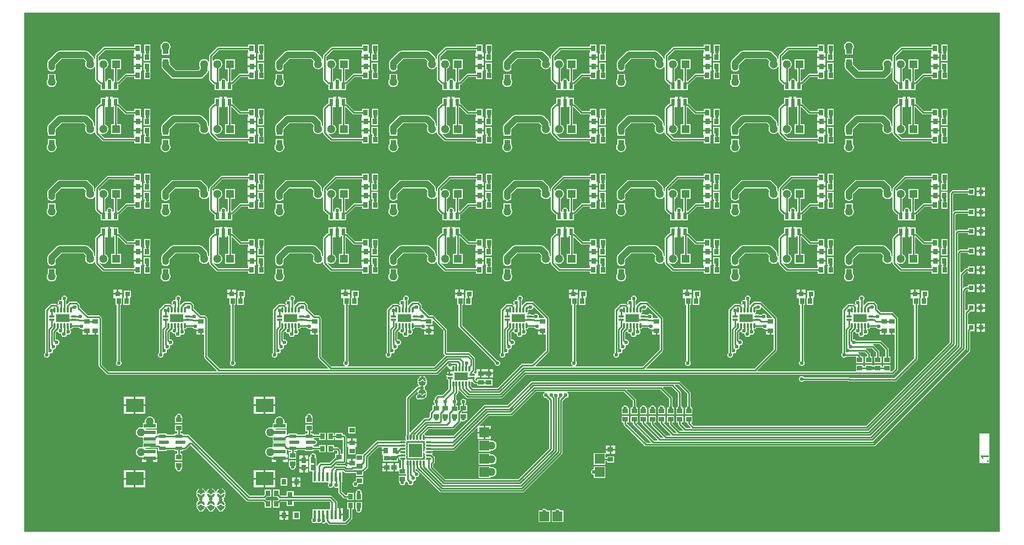
<source format=gtl>
G04*
G04 #@! TF.GenerationSoftware,Altium Limited,Altium Designer,22.9.1 (49)*
G04*
G04 Layer_Physical_Order=1*
G04 Layer_Color=255*
%FSLAX25Y25*%
%MOIN*%
G70*
G04*
G04 #@! TF.SameCoordinates,EA2DCB70-2D32-4E2D-AF08-B15159FC065B*
G04*
G04*
G04 #@! TF.FilePolarity,Positive*
G04*
G01*
G75*
%ADD12C,0.00500*%
%ADD14C,0.01000*%
%ADD17R,0.03150X0.03150*%
%ADD18R,0.07480X0.02362*%
%ADD19R,0.11024X0.08268*%
%ADD20R,0.06000X0.06000*%
%ADD21R,0.06000X0.06000*%
%ADD22R,0.03543X0.02756*%
%ADD23R,0.02953X0.03347*%
%ADD24R,0.03543X0.03150*%
%ADD25R,0.03150X0.03543*%
%ADD26R,0.03347X0.02953*%
%ADD27C,0.00394*%
%ADD28C,0.01181*%
%ADD29R,0.01400X0.05800*%
%ADD30R,0.03150X0.03543*%
G04:AMPARAMS|DCode=31|XSize=10.63mil|YSize=33.47mil|CornerRadius=5.32mil|HoleSize=0mil|Usage=FLASHONLY|Rotation=90.000|XOffset=0mil|YOffset=0mil|HoleType=Round|Shape=RoundedRectangle|*
%AMROUNDEDRECTD31*
21,1,0.01063,0.02284,0,0,90.0*
21,1,0.00000,0.03347,0,0,90.0*
1,1,0.01063,0.01142,0.00000*
1,1,0.01063,0.01142,0.00000*
1,1,0.01063,-0.01142,0.00000*
1,1,0.01063,-0.01142,0.00000*
%
%ADD31ROUNDEDRECTD31*%
G04:AMPARAMS|DCode=32|XSize=33.47mil|YSize=10.63mil|CornerRadius=5.32mil|HoleSize=0mil|Usage=FLASHONLY|Rotation=90.000|XOffset=0mil|YOffset=0mil|HoleType=Round|Shape=RoundedRectangle|*
%AMROUNDEDRECTD32*
21,1,0.03347,0.00000,0,0,90.0*
21,1,0.02284,0.01063,0,0,90.0*
1,1,0.01063,0.00000,0.01142*
1,1,0.01063,0.00000,-0.01142*
1,1,0.01063,0.00000,-0.01142*
1,1,0.01063,0.00000,0.01142*
%
%ADD32ROUNDEDRECTD32*%
%ADD33R,0.04331X0.02362*%
%ADD34O,0.01181X0.03347*%
%ADD35O,0.03347X0.01181*%
%ADD36R,0.02756X0.03543*%
%ADD37R,0.02362X0.04331*%
%ADD38R,0.03543X0.03150*%
%ADD50R,0.08268X0.08268*%
%ADD59C,0.05118*%
%ADD60R,0.05118X0.05118*%
%ADD64R,0.08465X0.04528*%
%ADD65C,0.04000*%
%ADD66C,0.15748*%
%ADD67C,0.02362*%
%ADD68C,0.22047*%
%ADD69C,0.05000*%
G36*
X591000Y0D02*
X0D01*
Y315000D01*
X591000D01*
Y0D01*
D02*
G37*
%LPC*%
G36*
X499895Y297520D02*
X499105D01*
X498342Y297315D01*
X497658Y296920D01*
X497099Y296362D01*
X496704Y295678D01*
X496500Y294915D01*
Y294125D01*
X496704Y293362D01*
X497099Y292678D01*
X497228Y292549D01*
Y289642D01*
X501772D01*
Y292549D01*
X501901Y292678D01*
X502296Y293362D01*
X502500Y294125D01*
Y294915D01*
X502296Y295678D01*
X501901Y296362D01*
X501342Y296920D01*
X500658Y297315D01*
X499895Y297520D01*
D02*
G37*
G36*
X85895D02*
X85105D01*
X84342Y297315D01*
X83658Y296920D01*
X83099Y296362D01*
X82704Y295678D01*
X82500Y294915D01*
Y294125D01*
X82704Y293362D01*
X83099Y292678D01*
X83228Y292549D01*
Y289595D01*
X87772D01*
Y292549D01*
X87901Y292678D01*
X88296Y293362D01*
X88500Y294125D01*
Y294915D01*
X88296Y295678D01*
X87901Y296362D01*
X87342Y296920D01*
X86658Y297315D01*
X85895Y297520D01*
D02*
G37*
G36*
X484425Y295791D02*
X480669D01*
Y294539D01*
X462500D01*
X462110Y294462D01*
X461779Y294241D01*
X457279Y289741D01*
X457058Y289410D01*
X456980Y289020D01*
Y286914D01*
X456480Y286864D01*
X456355Y287495D01*
X455802Y288322D01*
X452802Y291322D01*
X451975Y291875D01*
X451000Y292069D01*
X435500D01*
X434524Y291875D01*
X433698Y291322D01*
X428698Y286322D01*
X428145Y285495D01*
X427951Y284520D01*
Y281972D01*
X428145Y280997D01*
X428228Y280872D01*
Y280095D01*
X428811D01*
X429525Y279618D01*
X430500Y279423D01*
X431475Y279618D01*
X432189Y280095D01*
X432772D01*
Y280872D01*
X432855Y280997D01*
X433049Y281972D01*
Y283464D01*
X436556Y286971D01*
X449944D01*
X451355Y285560D01*
X451055Y285039D01*
X450846Y284261D01*
Y283455D01*
X451055Y282678D01*
X451458Y281980D01*
X452027Y281410D01*
X452725Y281008D01*
X453503Y280799D01*
X454308D01*
X455086Y281008D01*
X455784Y281410D01*
X456353Y281980D01*
X456480Y282200D01*
X456980Y282066D01*
Y274449D01*
X457058Y274059D01*
X457279Y273728D01*
X459393Y271614D01*
X459724Y271393D01*
X460098Y271318D01*
Y268004D01*
X463339D01*
X463461Y268004D01*
X463839D01*
X463961Y268004D01*
X467079D01*
X467201Y268004D01*
X467579D01*
X467701Y268004D01*
X470941D01*
Y271340D01*
X471205Y271393D01*
X471536Y271614D01*
X475922Y276000D01*
X480669D01*
Y274748D01*
X484425D01*
Y279248D01*
X484425Y279291D01*
X484530Y279748D01*
X485319D01*
Y282020D01*
X482744D01*
X480169D01*
Y279748D01*
X480565D01*
X480669Y279291D01*
X480669Y279248D01*
Y278039D01*
X475500D01*
X475110Y277962D01*
X474779Y277741D01*
X470779Y273741D01*
X470279Y273948D01*
Y280799D01*
X472713D01*
Y286917D01*
X466594D01*
Y280799D01*
X468240D01*
Y273688D01*
X467887Y273335D01*
X467579Y273335D01*
X467181Y273582D01*
Y273854D01*
X466925Y274472D01*
X466452Y274945D01*
X465834Y275201D01*
X465166D01*
X464548Y274945D01*
X464075Y274472D01*
X463819Y273854D01*
Y273677D01*
X463461Y273335D01*
X463319Y273335D01*
X462799D01*
Y280964D01*
X462960Y281008D01*
X463658Y281410D01*
X464227Y281980D01*
X464630Y282678D01*
X464839Y283455D01*
Y284261D01*
X464630Y285039D01*
X464227Y285736D01*
X463658Y286306D01*
X462960Y286709D01*
X462182Y286917D01*
X461377D01*
X460599Y286709D01*
X459901Y286306D01*
X459520Y285925D01*
X459020Y286132D01*
Y288597D01*
X462922Y292500D01*
X480669D01*
Y291291D01*
X480669Y291248D01*
X480565Y290791D01*
X480169D01*
Y288520D01*
X482744D01*
X485319D01*
Y290791D01*
X484530D01*
X484425Y291248D01*
X484425Y291291D01*
Y295791D01*
D02*
G37*
G36*
X415425D02*
X411669D01*
Y294539D01*
X393500D01*
X393110Y294462D01*
X392779Y294241D01*
X388279Y289741D01*
X388058Y289410D01*
X387980Y289020D01*
Y286914D01*
X387480Y286864D01*
X387355Y287495D01*
X386802Y288322D01*
X383802Y291322D01*
X382976Y291875D01*
X382000Y292069D01*
X366500D01*
X365525Y291875D01*
X364698Y291322D01*
X359698Y286322D01*
X359145Y285495D01*
X358951Y284520D01*
Y281972D01*
X359145Y280997D01*
X359228Y280872D01*
Y280095D01*
X359811D01*
X360525Y279618D01*
X361500Y279423D01*
X362475Y279618D01*
X363189Y280095D01*
X363772D01*
Y280872D01*
X363855Y280997D01*
X364049Y281972D01*
Y283464D01*
X367556Y286971D01*
X380944D01*
X382355Y285559D01*
X382055Y285039D01*
X381847Y284261D01*
Y283455D01*
X382055Y282678D01*
X382458Y281980D01*
X383027Y281410D01*
X383725Y281008D01*
X384503Y280799D01*
X385308D01*
X386086Y281008D01*
X386784Y281410D01*
X387353Y281980D01*
X387480Y282200D01*
X387980Y282066D01*
Y274449D01*
X388058Y274059D01*
X388279Y273728D01*
X390393Y271614D01*
X390724Y271393D01*
X391098Y271318D01*
Y268004D01*
X394338D01*
X394461Y268004D01*
X394839D01*
X394961Y268004D01*
X398079D01*
X398201Y268004D01*
X398579D01*
X398701Y268004D01*
X401941D01*
Y271340D01*
X402205Y271393D01*
X402536Y271614D01*
X406922Y276000D01*
X411669D01*
Y274748D01*
X415425D01*
Y279248D01*
X415425Y279291D01*
X415530Y279748D01*
X416319D01*
Y282020D01*
X413744D01*
X411169D01*
Y279748D01*
X411565D01*
X411669Y279291D01*
X411669Y279248D01*
Y278039D01*
X406500D01*
X406110Y277962D01*
X405779Y277741D01*
X401779Y273741D01*
X401279Y273948D01*
Y280799D01*
X403713D01*
Y286917D01*
X397595D01*
Y280799D01*
X399240D01*
Y273688D01*
X398887Y273335D01*
X398579Y273335D01*
X398181Y273582D01*
Y273854D01*
X397925Y274472D01*
X397452Y274945D01*
X396834Y275201D01*
X396166D01*
X395548Y274945D01*
X395075Y274472D01*
X394819Y273854D01*
Y273677D01*
X394461Y273335D01*
X394319Y273335D01*
X393799D01*
Y280964D01*
X393960Y281008D01*
X394658Y281410D01*
X395228Y281980D01*
X395630Y282678D01*
X395839Y283455D01*
Y284261D01*
X395630Y285039D01*
X395228Y285736D01*
X394658Y286306D01*
X393960Y286709D01*
X393182Y286917D01*
X392377D01*
X391599Y286709D01*
X390901Y286306D01*
X390520Y285924D01*
X390020Y286131D01*
Y288597D01*
X393922Y292500D01*
X411669D01*
Y291291D01*
X411669Y291248D01*
X411565Y290791D01*
X411169D01*
Y288520D01*
X413744D01*
X416319D01*
Y290791D01*
X415530D01*
X415425Y291248D01*
X415425Y291291D01*
Y295791D01*
D02*
G37*
G36*
X346425D02*
X342669D01*
Y294539D01*
X324500D01*
X324110Y294462D01*
X323779Y294241D01*
X319279Y289741D01*
X319058Y289410D01*
X318980Y289020D01*
Y286914D01*
X318480Y286864D01*
X318355Y287495D01*
X317802Y288322D01*
X314802Y291322D01*
X313976Y291875D01*
X313000Y292069D01*
X297500D01*
X296525Y291875D01*
X295698Y291322D01*
X290698Y286322D01*
X290145Y285495D01*
X289951Y284520D01*
Y281972D01*
X290145Y280997D01*
X290228Y280872D01*
Y280094D01*
X290811D01*
X291525Y279618D01*
X292500Y279423D01*
X293476Y279618D01*
X294189Y280094D01*
X294772D01*
Y280872D01*
X294855Y280997D01*
X295049Y281972D01*
Y283464D01*
X298556Y286971D01*
X311944D01*
X313355Y285559D01*
X313055Y285039D01*
X312847Y284261D01*
Y283455D01*
X313055Y282678D01*
X313458Y281980D01*
X314027Y281410D01*
X314725Y281008D01*
X315503Y280799D01*
X316308D01*
X317086Y281008D01*
X317784Y281410D01*
X318354Y281980D01*
X318480Y282200D01*
X318980Y282066D01*
Y274449D01*
X319058Y274059D01*
X319279Y273728D01*
X321393Y271614D01*
X321724Y271393D01*
X322098Y271318D01*
Y268004D01*
X325339D01*
X325461Y268004D01*
X325838D01*
X325961Y268004D01*
X329079D01*
X329201Y268004D01*
X329579D01*
X329701Y268004D01*
X332941D01*
Y271340D01*
X333205Y271393D01*
X333536Y271614D01*
X337922Y276000D01*
X342669D01*
Y274748D01*
X346425D01*
Y279248D01*
X346425Y279291D01*
X346530Y279748D01*
X347319D01*
Y282020D01*
X344744D01*
X342169D01*
Y279748D01*
X342565D01*
X342669Y279291D01*
X342669Y279248D01*
Y278039D01*
X337500D01*
X337110Y277962D01*
X336779Y277741D01*
X332779Y273741D01*
X332279Y273948D01*
Y280799D01*
X334713D01*
Y286917D01*
X328595D01*
Y280799D01*
X330240D01*
Y273688D01*
X329887Y273335D01*
X329579Y273335D01*
X329181Y273582D01*
Y273854D01*
X328925Y274472D01*
X328452Y274945D01*
X327834Y275201D01*
X327166D01*
X326548Y274945D01*
X326075Y274472D01*
X325819Y273854D01*
Y273677D01*
X325461Y273335D01*
X325319Y273335D01*
X324799D01*
Y280964D01*
X324960Y281008D01*
X325658Y281410D01*
X326227Y281980D01*
X326630Y282678D01*
X326839Y283455D01*
Y284261D01*
X326630Y285039D01*
X326227Y285736D01*
X325658Y286306D01*
X324960Y286709D01*
X324182Y286917D01*
X323377D01*
X322599Y286709D01*
X321901Y286306D01*
X321520Y285924D01*
X321020Y286131D01*
Y288597D01*
X324922Y292500D01*
X342669D01*
Y291291D01*
X342669Y291248D01*
X342565Y290791D01*
X342169D01*
Y288520D01*
X344744D01*
X347319D01*
Y290791D01*
X346530D01*
X346425Y291248D01*
X346425Y291291D01*
Y295791D01*
D02*
G37*
G36*
X277425D02*
X273669D01*
Y294539D01*
X255500D01*
X255110Y294462D01*
X254779Y294241D01*
X250279Y289741D01*
X250058Y289410D01*
X249980Y289020D01*
Y286914D01*
X249480Y286864D01*
X249355Y287495D01*
X248802Y288322D01*
X245802Y291322D01*
X244975Y291875D01*
X244000Y292069D01*
X228500D01*
X227524Y291875D01*
X226698Y291322D01*
X221698Y286322D01*
X221145Y285495D01*
X220951Y284520D01*
Y281972D01*
X221145Y280997D01*
X221228Y280872D01*
Y280095D01*
X221811D01*
X222524Y279618D01*
X223500Y279423D01*
X224476Y279618D01*
X225189Y280095D01*
X225772D01*
Y280872D01*
X225855Y280997D01*
X226049Y281972D01*
Y283464D01*
X229556Y286971D01*
X242944D01*
X244355Y285560D01*
X244055Y285039D01*
X243846Y284261D01*
Y283455D01*
X244055Y282678D01*
X244458Y281980D01*
X245027Y281410D01*
X245725Y281008D01*
X246503Y280799D01*
X247308D01*
X248086Y281008D01*
X248784Y281410D01*
X249353Y281980D01*
X249480Y282200D01*
X249980Y282066D01*
Y274449D01*
X250058Y274059D01*
X250279Y273728D01*
X252393Y271614D01*
X252724Y271393D01*
X253098Y271318D01*
Y268004D01*
X256339D01*
X256461Y268004D01*
X256839D01*
X256961Y268004D01*
X260079D01*
X260201Y268004D01*
X260579D01*
X260701Y268004D01*
X263941D01*
Y271340D01*
X264205Y271393D01*
X264536Y271614D01*
X268922Y276000D01*
X273669D01*
Y274748D01*
X277425D01*
Y279248D01*
X277425Y279291D01*
X277530Y279748D01*
X278319D01*
Y282020D01*
X275744D01*
X273169D01*
Y279748D01*
X273565D01*
X273669Y279291D01*
X273669Y279248D01*
Y278039D01*
X268500D01*
X268110Y277962D01*
X267779Y277741D01*
X263779Y273741D01*
X263279Y273948D01*
Y280799D01*
X265712D01*
Y286917D01*
X259594D01*
Y280799D01*
X261240D01*
Y273688D01*
X260887Y273334D01*
X260579Y273335D01*
X260181Y273581D01*
Y273854D01*
X259925Y274472D01*
X259452Y274945D01*
X258834Y275201D01*
X258166D01*
X257548Y274945D01*
X257075Y274472D01*
X256819Y273854D01*
Y273676D01*
X256461Y273335D01*
X256319Y273334D01*
X255799D01*
Y280964D01*
X255960Y281008D01*
X256658Y281410D01*
X257227Y281980D01*
X257630Y282678D01*
X257839Y283455D01*
Y284261D01*
X257630Y285039D01*
X257227Y285736D01*
X256658Y286306D01*
X255960Y286709D01*
X255182Y286917D01*
X254377D01*
X253599Y286709D01*
X252901Y286306D01*
X252520Y285925D01*
X252020Y286132D01*
Y288597D01*
X255922Y292500D01*
X273669D01*
Y291291D01*
X273669Y291248D01*
X273565Y290791D01*
X273169D01*
Y288520D01*
X275744D01*
X278319D01*
Y290791D01*
X277530D01*
X277425Y291248D01*
X277425Y291291D01*
Y295791D01*
D02*
G37*
G36*
X553425Y295791D02*
X549669D01*
Y294539D01*
X531500D01*
X531110Y294462D01*
X530779Y294241D01*
X526279Y289741D01*
X526058Y289410D01*
X525980Y289020D01*
Y285651D01*
X525480Y285517D01*
X525353Y285736D01*
X524784Y286306D01*
X524086Y286709D01*
X523308Y286917D01*
X522503D01*
X521725Y286709D01*
X521027Y286306D01*
X520458Y285736D01*
X520055Y285039D01*
X519847Y284261D01*
Y283455D01*
X520055Y282677D01*
X520248Y282344D01*
Y280919D01*
X519398Y280069D01*
X505556D01*
X502049Y283575D01*
Y284520D01*
X501855Y285495D01*
X501772Y285620D01*
Y287492D01*
X497228D01*
Y285620D01*
X497145Y285495D01*
X496951Y284520D01*
Y282520D01*
X497145Y281544D01*
X497698Y280717D01*
X502698Y275717D01*
X503524Y275165D01*
X504500Y274971D01*
X520454D01*
X521429Y275165D01*
X522256Y275717D01*
X524599Y278060D01*
X525152Y278887D01*
X525346Y279863D01*
Y281721D01*
X525480Y281843D01*
X525980Y281621D01*
Y274449D01*
X526058Y274059D01*
X526279Y273728D01*
X528393Y271614D01*
X528724Y271393D01*
X529099Y271318D01*
Y268004D01*
X532338D01*
X532461Y268004D01*
X532838D01*
X532961Y268004D01*
X536079D01*
X536201Y268004D01*
X536579D01*
X536701Y268004D01*
X539941D01*
Y271340D01*
X540205Y271393D01*
X540536Y271614D01*
X544922Y276000D01*
X549669D01*
Y274748D01*
X553425D01*
Y279248D01*
X553425Y279291D01*
X553530Y279748D01*
X554319D01*
Y282020D01*
X551744D01*
X549169D01*
Y279748D01*
X549565D01*
X549669Y279291D01*
X549669Y279248D01*
Y278039D01*
X544500D01*
X544110Y277962D01*
X543779Y277741D01*
X539779Y273741D01*
X539279Y273948D01*
Y280799D01*
X541713D01*
Y286917D01*
X535595D01*
Y280799D01*
X537240D01*
Y273688D01*
X536887Y273335D01*
X536579Y273335D01*
X536181Y273582D01*
Y273854D01*
X535925Y274472D01*
X535452Y274945D01*
X534834Y275201D01*
X534166D01*
X533548Y274945D01*
X533075Y274472D01*
X532819Y273854D01*
Y273677D01*
X532461Y273335D01*
X532319Y273335D01*
X531799D01*
Y280964D01*
X531960Y281008D01*
X532658Y281410D01*
X533227Y281980D01*
X533630Y282677D01*
X533839Y283455D01*
Y284261D01*
X533630Y285039D01*
X533227Y285736D01*
X532658Y286306D01*
X531960Y286709D01*
X531182Y286917D01*
X530377D01*
X529599Y286709D01*
X528901Y286306D01*
X528520Y285924D01*
X528020Y286131D01*
Y288597D01*
X531922Y292500D01*
X549669D01*
Y291291D01*
X549669Y291248D01*
X549565Y290791D01*
X549169D01*
Y288520D01*
X551744D01*
X554319D01*
Y290791D01*
X553530D01*
X553425Y291248D01*
X553425Y291291D01*
Y295791D01*
D02*
G37*
G36*
X208425Y295791D02*
X204669D01*
Y294539D01*
X186500D01*
X186110Y294462D01*
X185779Y294241D01*
X181279Y289741D01*
X181058Y289410D01*
X180980Y289020D01*
Y286914D01*
X180480Y286864D01*
X180355Y287495D01*
X179802Y288322D01*
X176802Y291322D01*
X175976Y291875D01*
X175000Y292069D01*
X159500D01*
X158525Y291875D01*
X157698Y291322D01*
X152698Y286322D01*
X152145Y285495D01*
X151951Y284520D01*
Y281972D01*
X152145Y280997D01*
X152228Y280872D01*
Y280095D01*
X152811D01*
X153524Y279618D01*
X154500Y279423D01*
X155475Y279618D01*
X156189Y280095D01*
X156772D01*
Y280872D01*
X156855Y280997D01*
X157049Y281972D01*
Y283464D01*
X160556Y286971D01*
X173944D01*
X175356Y285559D01*
X175055Y285039D01*
X174847Y284261D01*
Y283455D01*
X175055Y282678D01*
X175458Y281980D01*
X176027Y281410D01*
X176725Y281008D01*
X177503Y280799D01*
X178308D01*
X179086Y281008D01*
X179784Y281410D01*
X180353Y281980D01*
X180480Y282200D01*
X180980Y282066D01*
Y274449D01*
X181058Y274059D01*
X181279Y273728D01*
X183393Y271614D01*
X183724Y271393D01*
X184098Y271318D01*
Y268004D01*
X187338D01*
X187461Y268004D01*
X187838D01*
X187961Y268004D01*
X191079D01*
X191201Y268004D01*
X191579D01*
X191701Y268004D01*
X194941D01*
Y271340D01*
X195205Y271393D01*
X195536Y271614D01*
X199922Y276000D01*
X204669D01*
Y274748D01*
X208425D01*
Y279248D01*
X208425Y279291D01*
X208530Y279748D01*
X209319D01*
Y282020D01*
X206744D01*
X204169D01*
Y279748D01*
X204565D01*
X204669Y279291D01*
X204669Y279248D01*
Y278039D01*
X199500D01*
X199110Y277962D01*
X198779Y277741D01*
X194779Y273741D01*
X194279Y273948D01*
Y280799D01*
X196713D01*
Y286917D01*
X190595D01*
Y280799D01*
X192240D01*
Y273688D01*
X191887Y273334D01*
X191579Y273335D01*
X191181Y273582D01*
Y273854D01*
X190925Y274472D01*
X190452Y274945D01*
X189834Y275201D01*
X189166D01*
X188548Y274945D01*
X188075Y274472D01*
X187819Y273854D01*
Y273677D01*
X187461Y273335D01*
X187319Y273334D01*
X186799D01*
Y280964D01*
X186960Y281008D01*
X187658Y281410D01*
X188227Y281980D01*
X188630Y282678D01*
X188839Y283455D01*
Y284261D01*
X188630Y285039D01*
X188227Y285736D01*
X187658Y286306D01*
X186960Y286709D01*
X186182Y286917D01*
X185377D01*
X184599Y286709D01*
X183901Y286306D01*
X183520Y285924D01*
X183020Y286131D01*
Y288597D01*
X186922Y292500D01*
X204669D01*
Y291291D01*
X204669Y291248D01*
X204565Y290791D01*
X204169D01*
Y288520D01*
X206744D01*
X209319D01*
Y290791D01*
X208530D01*
X208425Y291248D01*
X208425Y291291D01*
Y295791D01*
D02*
G37*
G36*
X139425D02*
X135669D01*
Y294539D01*
X117500D01*
X117110Y294462D01*
X116779Y294241D01*
X112279Y289741D01*
X112058Y289410D01*
X111980Y289020D01*
Y285651D01*
X111480Y285517D01*
X111354Y285736D01*
X110784Y286306D01*
X110086Y286709D01*
X109308Y286917D01*
X108503D01*
X107725Y286709D01*
X107027Y286306D01*
X106458Y285736D01*
X106055Y285039D01*
X105847Y284261D01*
Y283455D01*
X106055Y282678D01*
X106357Y282155D01*
Y281027D01*
X105507Y280177D01*
X91665D01*
X88158Y283684D01*
Y284629D01*
X87964Y285604D01*
X87772Y285892D01*
Y287445D01*
X83228D01*
Y285475D01*
X83060Y284629D01*
Y282628D01*
X83254Y281653D01*
X83807Y280826D01*
X88806Y275826D01*
X89633Y275273D01*
X90609Y275079D01*
X106562D01*
X107538Y275273D01*
X108365Y275826D01*
X110708Y278169D01*
X111260Y278996D01*
X111455Y279972D01*
Y281689D01*
X111480Y281709D01*
X111980Y281462D01*
Y274449D01*
X112058Y274059D01*
X112279Y273728D01*
X114393Y271614D01*
X114724Y271393D01*
X115099Y271318D01*
Y268004D01*
X118339D01*
X118461Y268004D01*
X118839D01*
X118961Y268004D01*
X122079D01*
X122201Y268004D01*
X122579D01*
X122701Y268004D01*
X125941D01*
Y271340D01*
X126205Y271393D01*
X126536Y271614D01*
X130922Y276000D01*
X135669D01*
Y274748D01*
X139425D01*
Y279248D01*
X139425Y279291D01*
X139530Y279748D01*
X140319D01*
Y282020D01*
X137744D01*
X135169D01*
Y279748D01*
X135565D01*
X135669Y279291D01*
X135669Y279248D01*
Y278039D01*
X130500D01*
X130110Y277962D01*
X129779Y277741D01*
X125779Y273741D01*
X125279Y273948D01*
Y280799D01*
X127713D01*
Y286917D01*
X121595D01*
Y280799D01*
X123240D01*
Y273688D01*
X122887Y273335D01*
X122579Y273335D01*
X122181Y273582D01*
Y273854D01*
X121925Y274472D01*
X121452Y274945D01*
X120834Y275201D01*
X120166D01*
X119548Y274945D01*
X119075Y274472D01*
X118819Y273854D01*
Y273677D01*
X118461Y273335D01*
X118319Y273335D01*
X117799D01*
Y280964D01*
X117960Y281008D01*
X118658Y281410D01*
X119228Y281980D01*
X119630Y282678D01*
X119839Y283455D01*
Y284261D01*
X119630Y285039D01*
X119228Y285736D01*
X118658Y286306D01*
X117960Y286709D01*
X117182Y286917D01*
X116377D01*
X115599Y286709D01*
X114901Y286306D01*
X114520Y285924D01*
X114020Y286131D01*
Y288597D01*
X117922Y292500D01*
X135669D01*
Y291291D01*
X135669Y291248D01*
X135565Y290791D01*
X135169D01*
Y288520D01*
X137744D01*
X140319D01*
Y290791D01*
X139530D01*
X139425Y291248D01*
X139425Y291291D01*
Y295791D01*
D02*
G37*
G36*
X70425D02*
X66669D01*
Y294539D01*
X48500D01*
X48110Y294462D01*
X47779Y294241D01*
X43279Y289741D01*
X43058Y289410D01*
X42980Y289020D01*
Y286914D01*
X42480Y286864D01*
X42355Y287495D01*
X41802Y288322D01*
X38802Y291322D01*
X37975Y291875D01*
X37000Y292069D01*
X21500D01*
X20525Y291875D01*
X19698Y291322D01*
X14698Y286322D01*
X14145Y285495D01*
X13951Y284520D01*
Y281972D01*
X14145Y280997D01*
X14228Y280872D01*
Y280095D01*
X14811D01*
X15525Y279618D01*
X16500Y279423D01*
X17476Y279618D01*
X18189Y280095D01*
X18772D01*
Y280872D01*
X18855Y280997D01*
X19049Y281972D01*
Y283464D01*
X22556Y286971D01*
X35944D01*
X37356Y285559D01*
X37055Y285039D01*
X36847Y284261D01*
Y283455D01*
X37055Y282678D01*
X37458Y281980D01*
X38027Y281410D01*
X38725Y281008D01*
X39503Y280799D01*
X40308D01*
X41086Y281008D01*
X41784Y281410D01*
X42353Y281980D01*
X42480Y282200D01*
X42980Y282066D01*
Y274449D01*
X43058Y274059D01*
X43279Y273728D01*
X45393Y271614D01*
X45724Y271393D01*
X46099Y271318D01*
Y268004D01*
X49338D01*
X49461Y268004D01*
X49839D01*
X49961Y268004D01*
X53079D01*
X53201Y268004D01*
X53579D01*
X53701Y268004D01*
X56941D01*
Y271340D01*
X57205Y271393D01*
X57536Y271614D01*
X61922Y276000D01*
X66669D01*
Y274748D01*
X70425D01*
Y279248D01*
X70425Y279291D01*
X70530Y279748D01*
X71319D01*
Y282020D01*
X68744D01*
X66169D01*
Y279748D01*
X66565D01*
X66669Y279291D01*
X66669Y279248D01*
Y278039D01*
X61500D01*
X61110Y277962D01*
X60779Y277741D01*
X56779Y273741D01*
X56279Y273948D01*
Y280799D01*
X58713D01*
Y286917D01*
X52595D01*
Y280799D01*
X54240D01*
Y273688D01*
X53887Y273334D01*
X53579Y273335D01*
X53181Y273582D01*
Y273854D01*
X52925Y274472D01*
X52452Y274945D01*
X51834Y275201D01*
X51166D01*
X50548Y274945D01*
X50075Y274472D01*
X49819Y273854D01*
Y273677D01*
X49461Y273335D01*
X49319Y273334D01*
X48799D01*
Y280964D01*
X48960Y281008D01*
X49658Y281410D01*
X50227Y281980D01*
X50630Y282678D01*
X50839Y283455D01*
Y284261D01*
X50630Y285039D01*
X50227Y285736D01*
X49658Y286306D01*
X48960Y286709D01*
X48182Y286917D01*
X47377D01*
X46599Y286709D01*
X45901Y286306D01*
X45520Y285924D01*
X45020Y286131D01*
Y288597D01*
X48922Y292500D01*
X66669D01*
Y291291D01*
X66669Y291248D01*
X66565Y290791D01*
X66169D01*
Y288520D01*
X68744D01*
X71319D01*
Y290791D01*
X70530D01*
X70425Y291248D01*
X70425Y291291D01*
Y295791D01*
D02*
G37*
G36*
X490331D02*
X486575D01*
Y291248D01*
X486819D01*
Y290685D01*
X486556Y290291D01*
X486181D01*
Y285748D01*
X490331D01*
Y290291D01*
X490331D01*
X490138Y290580D01*
X490181Y290685D01*
Y291248D01*
X490331D01*
Y295791D01*
D02*
G37*
G36*
X421331D02*
X417575D01*
Y291248D01*
X417819D01*
Y290685D01*
X417556Y290291D01*
X417181D01*
Y285748D01*
X421331D01*
Y290291D01*
X421331D01*
X421138Y290580D01*
X421181Y290685D01*
Y291248D01*
X421331D01*
Y295791D01*
D02*
G37*
G36*
X352331D02*
X348575D01*
Y291248D01*
X348819D01*
Y290685D01*
X348556Y290291D01*
X348181D01*
Y285748D01*
X352331D01*
Y290291D01*
X352331D01*
X352138Y290580D01*
X352181Y290685D01*
Y291248D01*
X352331D01*
Y295791D01*
D02*
G37*
G36*
X283331D02*
X279575D01*
Y291248D01*
X279819D01*
Y290685D01*
X279556Y290291D01*
X279181D01*
Y285748D01*
X283331D01*
Y290291D01*
X283331D01*
X283138Y290580D01*
X283181Y290685D01*
Y291248D01*
X283331D01*
Y295791D01*
D02*
G37*
G36*
X214331D02*
X210575D01*
Y291248D01*
X210819D01*
Y290685D01*
X210556Y290291D01*
X210181D01*
Y285748D01*
X214331D01*
Y290291D01*
X214331D01*
X214138Y290580D01*
X214181Y290685D01*
Y291248D01*
X214331D01*
Y295791D01*
D02*
G37*
G36*
X145331D02*
X141575D01*
Y291248D01*
X141819D01*
Y290685D01*
X141556Y290291D01*
X141181D01*
Y285748D01*
X145331D01*
Y290291D01*
X145331D01*
X145138Y290580D01*
X145181Y290685D01*
Y291248D01*
X145331D01*
Y295791D01*
D02*
G37*
G36*
X76331D02*
X72575D01*
Y291248D01*
X72819D01*
Y290685D01*
X72556Y290291D01*
X72181D01*
Y285748D01*
X76331D01*
Y290291D01*
X76331D01*
X76138Y290580D01*
X76181Y290685D01*
Y291248D01*
X76331D01*
Y295791D01*
D02*
G37*
G36*
X559331Y295791D02*
X555575D01*
Y291248D01*
X555819D01*
Y290685D01*
X555556Y290291D01*
X555181D01*
Y285748D01*
X559331D01*
Y290291D01*
X559331D01*
X559138Y290580D01*
X559181Y290685D01*
Y291248D01*
X559331D01*
Y295791D01*
D02*
G37*
G36*
X554319Y287520D02*
X551744D01*
X549169D01*
Y285291D01*
X549169D01*
Y283020D01*
X551744D01*
X554319D01*
Y285248D01*
X554319D01*
Y287520D01*
D02*
G37*
G36*
X485319Y287520D02*
X482744D01*
X480169D01*
Y285291D01*
X480169D01*
Y283020D01*
X482744D01*
X485319D01*
Y285248D01*
X485319D01*
Y287520D01*
D02*
G37*
G36*
X416319D02*
X413744D01*
X411169D01*
Y285291D01*
X411169D01*
Y283020D01*
X413744D01*
X416319D01*
Y285248D01*
X416319D01*
Y287520D01*
D02*
G37*
G36*
X347319D02*
X344744D01*
X342169D01*
Y285291D01*
X342169D01*
Y283020D01*
X344744D01*
X347319D01*
Y285248D01*
X347319D01*
Y287520D01*
D02*
G37*
G36*
X278319D02*
X275744D01*
X273169D01*
Y285291D01*
X273169D01*
Y283020D01*
X275744D01*
X278319D01*
Y285248D01*
X278319D01*
Y287520D01*
D02*
G37*
G36*
X209319Y287520D02*
X206744D01*
X204169D01*
Y285291D01*
X204169D01*
Y283020D01*
X206744D01*
X209319D01*
Y285248D01*
X209319D01*
Y287520D01*
D02*
G37*
G36*
X140319D02*
X137744D01*
X135169D01*
Y285291D01*
X135169D01*
Y283020D01*
X137744D01*
X140319D01*
Y285248D01*
X140319D01*
Y287520D01*
D02*
G37*
G36*
X71319D02*
X68744D01*
X66169D01*
Y285291D01*
X66169D01*
Y283020D01*
X68744D01*
X71319D01*
Y285248D01*
X71319D01*
Y287520D01*
D02*
G37*
G36*
X559331Y284791D02*
X555181D01*
Y280248D01*
X555819D01*
Y279685D01*
X555826Y279667D01*
X555575Y279291D01*
X555575D01*
Y274748D01*
X559331D01*
Y279291D01*
X559331D01*
X559138Y279580D01*
X559181Y279685D01*
Y280248D01*
X559331D01*
Y284791D01*
D02*
G37*
G36*
X490331Y284791D02*
X486181D01*
Y280248D01*
X486819D01*
Y279685D01*
X486826Y279668D01*
X486575Y279291D01*
X486575D01*
Y274748D01*
X490331D01*
Y279291D01*
X490331D01*
X490138Y279580D01*
X490181Y279685D01*
Y280248D01*
X490331D01*
Y284791D01*
D02*
G37*
G36*
X421331D02*
X417181D01*
Y280248D01*
X417819D01*
Y279685D01*
X417826Y279667D01*
X417575Y279291D01*
X417575D01*
Y274748D01*
X421331D01*
Y279291D01*
X421331D01*
X421138Y279580D01*
X421181Y279685D01*
Y280248D01*
X421331D01*
Y284791D01*
D02*
G37*
G36*
X352331D02*
X348181D01*
Y280248D01*
X348819D01*
Y279685D01*
X348826Y279667D01*
X348575Y279291D01*
X348575D01*
Y274748D01*
X352331D01*
Y279291D01*
X352331D01*
X352138Y279580D01*
X352181Y279685D01*
Y280248D01*
X352331D01*
Y284791D01*
D02*
G37*
G36*
X283331D02*
X279181D01*
Y280248D01*
X279819D01*
Y279685D01*
X279826Y279668D01*
X279575Y279291D01*
X279575D01*
Y274748D01*
X283331D01*
Y279291D01*
X283331D01*
X283138Y279580D01*
X283181Y279685D01*
Y280248D01*
X283331D01*
Y284791D01*
D02*
G37*
G36*
X214331D02*
X210181D01*
Y280248D01*
X210819D01*
Y279685D01*
X210826Y279667D01*
X210575Y279291D01*
X210575D01*
Y274748D01*
X214331D01*
Y279291D01*
X214331D01*
X214138Y279580D01*
X214181Y279685D01*
Y280248D01*
X214331D01*
Y284791D01*
D02*
G37*
G36*
X145331D02*
X141181D01*
Y280248D01*
X141819D01*
Y279685D01*
X141826Y279667D01*
X141575Y279291D01*
X141575D01*
Y274748D01*
X145331D01*
Y279291D01*
X145331D01*
X145138Y279580D01*
X145181Y279685D01*
Y280248D01*
X145331D01*
Y284791D01*
D02*
G37*
G36*
X76331D02*
X72181D01*
Y280248D01*
X72819D01*
Y279685D01*
X72826Y279667D01*
X72575Y279291D01*
X72575D01*
Y274748D01*
X76331D01*
Y279291D01*
X76331D01*
X76138Y279580D01*
X76181Y279685D01*
Y280248D01*
X76331D01*
Y284791D01*
D02*
G37*
G36*
X432772Y277945D02*
X428228D01*
Y274991D01*
X428099Y274862D01*
X427704Y274178D01*
X427500Y273415D01*
Y272625D01*
X427704Y271862D01*
X428099Y271178D01*
X428658Y270619D01*
X429342Y270224D01*
X430105Y270020D01*
X430895D01*
X431658Y270224D01*
X432342Y270619D01*
X432901Y271178D01*
X433296Y271862D01*
X433500Y272625D01*
Y273415D01*
X433296Y274178D01*
X432901Y274862D01*
X432772Y274991D01*
Y277945D01*
D02*
G37*
G36*
X363772D02*
X359228D01*
Y274991D01*
X359099Y274862D01*
X358704Y274178D01*
X358500Y273415D01*
Y272625D01*
X358704Y271862D01*
X359099Y271178D01*
X359658Y270619D01*
X360342Y270224D01*
X361105Y270020D01*
X361895D01*
X362658Y270224D01*
X363342Y270619D01*
X363901Y271178D01*
X364296Y271862D01*
X364500Y272625D01*
Y273415D01*
X364296Y274178D01*
X363901Y274862D01*
X363772Y274991D01*
Y277945D01*
D02*
G37*
G36*
X294772D02*
X290228D01*
Y274991D01*
X290099Y274862D01*
X289704Y274178D01*
X289500Y273415D01*
Y272625D01*
X289704Y271862D01*
X290099Y271178D01*
X290658Y270619D01*
X291342Y270224D01*
X292105Y270020D01*
X292895D01*
X293658Y270224D01*
X294342Y270619D01*
X294901Y271178D01*
X295296Y271862D01*
X295500Y272625D01*
Y273415D01*
X295296Y274178D01*
X294901Y274862D01*
X294772Y274991D01*
Y277945D01*
D02*
G37*
G36*
X225772D02*
X221228D01*
Y274991D01*
X221099Y274862D01*
X220704Y274178D01*
X220500Y273415D01*
Y272625D01*
X220704Y271862D01*
X221099Y271178D01*
X221658Y270619D01*
X222342Y270224D01*
X223105Y270020D01*
X223895D01*
X224658Y270224D01*
X225342Y270619D01*
X225901Y271178D01*
X226296Y271862D01*
X226500Y272625D01*
Y273415D01*
X226296Y274178D01*
X225901Y274862D01*
X225772Y274991D01*
Y277945D01*
D02*
G37*
G36*
X156772D02*
X152228D01*
Y274991D01*
X152099Y274862D01*
X151704Y274178D01*
X151500Y273415D01*
Y272625D01*
X151704Y271862D01*
X152099Y271178D01*
X152658Y270619D01*
X153342Y270224D01*
X154105Y270020D01*
X154895D01*
X155658Y270224D01*
X156342Y270619D01*
X156901Y271178D01*
X157296Y271862D01*
X157500Y272625D01*
Y273415D01*
X157296Y274178D01*
X156901Y274862D01*
X156772Y274991D01*
Y277945D01*
D02*
G37*
G36*
X18772D02*
X14228D01*
Y274991D01*
X14099Y274862D01*
X13704Y274178D01*
X13500Y273415D01*
Y272625D01*
X13704Y271862D01*
X14099Y271178D01*
X14658Y270619D01*
X15342Y270224D01*
X16105Y270020D01*
X16895D01*
X17658Y270224D01*
X18342Y270619D01*
X18901Y271178D01*
X19296Y271862D01*
X19500Y272625D01*
Y273415D01*
X19296Y274178D01*
X18901Y274862D01*
X18772Y274991D01*
Y277945D01*
D02*
G37*
G36*
X465020Y263992D02*
X463339D01*
Y263492D01*
X460098D01*
Y260172D01*
X459752Y260103D01*
X459421Y259882D01*
X457279Y257741D01*
X457058Y257410D01*
X456980Y257020D01*
Y246506D01*
X456480Y246315D01*
X456241Y246545D01*
Y247828D01*
X456047Y248803D01*
X455494Y249630D01*
X452802Y252322D01*
X451975Y252874D01*
X451000Y253069D01*
X435500D01*
X434524Y252874D01*
X433698Y252322D01*
X428698Y247322D01*
X428145Y246495D01*
X427951Y245520D01*
Y242972D01*
X428145Y241997D01*
X428228Y241872D01*
Y240595D01*
X429640D01*
X430500Y240423D01*
X431360Y240595D01*
X432772D01*
Y241872D01*
X432855Y241997D01*
X433049Y242972D01*
Y244464D01*
X436556Y247971D01*
X449944D01*
X451143Y246772D01*
Y245821D01*
X451055Y245669D01*
X450846Y244891D01*
Y244085D01*
X451055Y243307D01*
X451458Y242610D01*
X452027Y242040D01*
X452725Y241638D01*
X453503Y241429D01*
X454308D01*
X455086Y241638D01*
X455784Y242040D01*
X456353Y242610D01*
X456480Y242830D01*
X456980Y242696D01*
Y242020D01*
X457058Y241629D01*
X457279Y241299D01*
X461279Y237299D01*
X461610Y237078D01*
X462000Y237000D01*
X480669D01*
Y235748D01*
X484425D01*
Y240248D01*
X484425Y240291D01*
X484530Y240748D01*
X485319D01*
Y243020D01*
X482744D01*
X480169D01*
Y240748D01*
X480565D01*
X480669Y240291D01*
X480669Y240248D01*
Y239039D01*
X462422D01*
X460132Y241330D01*
X460439Y241730D01*
X460599Y241638D01*
X461377Y241429D01*
X462182D01*
X462960Y241638D01*
X463658Y242040D01*
X464227Y242610D01*
X464630Y243307D01*
X464839Y244085D01*
Y244891D01*
X464630Y245669D01*
X464227Y246366D01*
X463658Y246936D01*
X462960Y247339D01*
X462799Y247382D01*
Y258161D01*
X463339D01*
Y257661D01*
X465020D01*
Y260827D01*
Y263992D01*
D02*
G37*
G36*
X396020D02*
X394338D01*
Y263492D01*
X391098D01*
Y260172D01*
X390752Y260103D01*
X390421Y259882D01*
X388279Y257741D01*
X388058Y257410D01*
X387980Y257020D01*
Y246507D01*
X387480Y246315D01*
X387241Y246545D01*
Y247828D01*
X387047Y248803D01*
X386494Y249630D01*
X383802Y252322D01*
X382976Y252874D01*
X382000Y253069D01*
X366500D01*
X365525Y252874D01*
X364698Y252322D01*
X359698Y247322D01*
X359145Y246495D01*
X358951Y245520D01*
Y242972D01*
X359145Y241997D01*
X359228Y241872D01*
Y240595D01*
X360640D01*
X361500Y240423D01*
X362360Y240595D01*
X363772D01*
Y241872D01*
X363855Y241997D01*
X364049Y242972D01*
Y244464D01*
X367556Y247971D01*
X380944D01*
X382143Y246772D01*
Y245821D01*
X382055Y245669D01*
X381847Y244891D01*
Y244085D01*
X382055Y243307D01*
X382458Y242610D01*
X383027Y242040D01*
X383725Y241638D01*
X384503Y241429D01*
X385308D01*
X386086Y241638D01*
X386784Y242040D01*
X387353Y242610D01*
X387480Y242830D01*
X387980Y242696D01*
Y242020D01*
X388058Y241629D01*
X388279Y241299D01*
X392279Y237299D01*
X392610Y237078D01*
X393000Y237000D01*
X411669D01*
Y235748D01*
X415425D01*
Y240248D01*
X415425Y240291D01*
X415530Y240748D01*
X416319D01*
Y243020D01*
X413744D01*
X411169D01*
Y240748D01*
X411565D01*
X411669Y240291D01*
X411669Y240248D01*
Y239039D01*
X393422D01*
X391131Y241330D01*
X391438Y241730D01*
X391599Y241638D01*
X392377Y241429D01*
X393182D01*
X393960Y241638D01*
X394658Y242040D01*
X395228Y242610D01*
X395630Y243307D01*
X395839Y244085D01*
Y244891D01*
X395630Y245669D01*
X395228Y246366D01*
X394658Y246936D01*
X393960Y247339D01*
X393799Y247382D01*
Y258161D01*
X394338D01*
Y257661D01*
X396020D01*
Y260827D01*
Y263992D01*
D02*
G37*
G36*
X327020D02*
X325339D01*
Y263492D01*
X322098D01*
Y260172D01*
X321752Y260103D01*
X321421Y259882D01*
X319279Y257741D01*
X319058Y257410D01*
X318980Y257020D01*
Y246507D01*
X318480Y246315D01*
X318241Y246545D01*
Y247828D01*
X318046Y248803D01*
X317494Y249630D01*
X314802Y252322D01*
X313976Y252874D01*
X313000Y253069D01*
X297500D01*
X296525Y252874D01*
X295698Y252322D01*
X290698Y247322D01*
X290145Y246495D01*
X289951Y245520D01*
Y242972D01*
X290145Y241997D01*
X290228Y241872D01*
Y240594D01*
X291641D01*
X292500Y240423D01*
X293359Y240594D01*
X294772D01*
Y241872D01*
X294855Y241997D01*
X295049Y242972D01*
Y244464D01*
X298556Y247971D01*
X311944D01*
X313143Y246772D01*
Y245821D01*
X313055Y245669D01*
X312847Y244891D01*
Y244085D01*
X313055Y243307D01*
X313458Y242610D01*
X314027Y242040D01*
X314725Y241638D01*
X315503Y241429D01*
X316308D01*
X317086Y241638D01*
X317784Y242040D01*
X318354Y242610D01*
X318480Y242830D01*
X318980Y242696D01*
Y242020D01*
X319058Y241629D01*
X319279Y241299D01*
X323279Y237299D01*
X323610Y237078D01*
X324000Y237000D01*
X342669D01*
Y235748D01*
X346425D01*
Y240248D01*
X346425Y240291D01*
X346530Y240748D01*
X347319D01*
Y243020D01*
X344744D01*
X342169D01*
Y240748D01*
X342565D01*
X342669Y240291D01*
X342669Y240248D01*
Y239039D01*
X324422D01*
X322131Y241330D01*
X322438Y241730D01*
X322599Y241638D01*
X323377Y241429D01*
X324182D01*
X324960Y241638D01*
X325658Y242040D01*
X326227Y242610D01*
X326630Y243307D01*
X326839Y244085D01*
Y244891D01*
X326630Y245669D01*
X326227Y246366D01*
X325658Y246936D01*
X324960Y247339D01*
X324799Y247382D01*
Y258161D01*
X325339D01*
Y257661D01*
X327020D01*
Y260827D01*
Y263992D01*
D02*
G37*
G36*
X258020D02*
X256339D01*
Y263492D01*
X253098D01*
Y260172D01*
X252752Y260103D01*
X252421Y259882D01*
X250279Y257741D01*
X250058Y257410D01*
X249980Y257020D01*
Y246506D01*
X249480Y246315D01*
X249241Y246545D01*
Y247828D01*
X249046Y248803D01*
X248494Y249630D01*
X245802Y252322D01*
X244975Y252874D01*
X244000Y253069D01*
X228500D01*
X227524Y252874D01*
X226698Y252322D01*
X221698Y247322D01*
X221145Y246495D01*
X220951Y245520D01*
Y242972D01*
X221145Y241997D01*
X221228Y241872D01*
Y240595D01*
X222640D01*
X223500Y240423D01*
X224360Y240595D01*
X225772D01*
Y241872D01*
X225855Y241997D01*
X226049Y242972D01*
Y244464D01*
X229556Y247971D01*
X242944D01*
X244143Y246772D01*
Y245821D01*
X244055Y245669D01*
X243846Y244891D01*
Y244085D01*
X244055Y243307D01*
X244458Y242610D01*
X245027Y242040D01*
X245725Y241638D01*
X246503Y241429D01*
X247308D01*
X248086Y241638D01*
X248784Y242040D01*
X249353Y242610D01*
X249480Y242830D01*
X249980Y242696D01*
Y242020D01*
X250058Y241629D01*
X250279Y241299D01*
X254279Y237299D01*
X254610Y237078D01*
X255000Y237000D01*
X273669D01*
Y235748D01*
X277425D01*
Y240248D01*
X277425Y240291D01*
X277530Y240748D01*
X278319D01*
Y243020D01*
X275744D01*
X273169D01*
Y240748D01*
X273565D01*
X273669Y240291D01*
X273669Y240248D01*
Y239039D01*
X255422D01*
X253132Y241330D01*
X253439Y241730D01*
X253599Y241638D01*
X254377Y241429D01*
X255182D01*
X255960Y241638D01*
X256658Y242040D01*
X257227Y242610D01*
X257630Y243307D01*
X257839Y244085D01*
Y244891D01*
X257630Y245669D01*
X257227Y246366D01*
X256658Y246936D01*
X255960Y247339D01*
X255799Y247382D01*
Y258161D01*
X256339D01*
Y257661D01*
X258020D01*
Y260827D01*
Y263992D01*
D02*
G37*
G36*
X189020D02*
X187338D01*
Y263492D01*
X184098D01*
Y260172D01*
X183752Y260103D01*
X183421Y259882D01*
X181279Y257741D01*
X181058Y257410D01*
X180980Y257020D01*
Y246507D01*
X180480Y246315D01*
X180241Y246545D01*
Y247828D01*
X180047Y248803D01*
X179494Y249630D01*
X176802Y252322D01*
X175976Y252874D01*
X175000Y253069D01*
X159500D01*
X158525Y252874D01*
X157698Y252322D01*
X152698Y247322D01*
X152145Y246495D01*
X151951Y245520D01*
Y242972D01*
X152145Y241997D01*
X152228Y241872D01*
Y240595D01*
X153640D01*
X154500Y240423D01*
X155360Y240595D01*
X156772D01*
Y241872D01*
X156855Y241997D01*
X157049Y242972D01*
Y244464D01*
X160556Y247971D01*
X173944D01*
X175143Y246772D01*
Y245821D01*
X175055Y245669D01*
X174847Y244891D01*
Y244085D01*
X175055Y243307D01*
X175458Y242610D01*
X176027Y242040D01*
X176725Y241638D01*
X177503Y241429D01*
X178308D01*
X179086Y241638D01*
X179784Y242040D01*
X180353Y242610D01*
X180480Y242830D01*
X180980Y242696D01*
Y242020D01*
X181058Y241629D01*
X181279Y241299D01*
X185279Y237299D01*
X185610Y237078D01*
X186000Y237000D01*
X204669D01*
Y235748D01*
X208425D01*
Y240248D01*
X208425Y240291D01*
X208530Y240748D01*
X209319D01*
Y243020D01*
X206744D01*
X204169D01*
Y240748D01*
X204565D01*
X204669Y240291D01*
X204669Y240248D01*
Y239039D01*
X186422D01*
X184131Y241330D01*
X184438Y241730D01*
X184599Y241638D01*
X185377Y241429D01*
X186182D01*
X186960Y241638D01*
X187658Y242040D01*
X188227Y242610D01*
X188630Y243307D01*
X188839Y244085D01*
Y244891D01*
X188630Y245669D01*
X188227Y246366D01*
X187658Y246936D01*
X186960Y247339D01*
X186799Y247382D01*
Y258161D01*
X187338D01*
Y257661D01*
X189020D01*
Y260827D01*
Y263992D01*
D02*
G37*
G36*
X120020D02*
X118339D01*
Y263492D01*
X115099D01*
Y260172D01*
X114752Y260103D01*
X114421Y259882D01*
X112279Y257741D01*
X112058Y257410D01*
X111980Y257020D01*
Y246507D01*
X111480Y246315D01*
X111241Y246545D01*
Y247828D01*
X111047Y248803D01*
X110494Y249630D01*
X107802Y252322D01*
X106975Y252874D01*
X106000Y253069D01*
X90500D01*
X89525Y252874D01*
X88698Y252322D01*
X83698Y247322D01*
X83145Y246495D01*
X82951Y245520D01*
Y242972D01*
X83145Y241997D01*
X83228Y241872D01*
Y240595D01*
X84640D01*
X85500Y240423D01*
X86360Y240595D01*
X87772D01*
Y241872D01*
X87855Y241997D01*
X88049Y242972D01*
Y244464D01*
X91556Y247971D01*
X104944D01*
X106143Y246772D01*
Y245821D01*
X106055Y245669D01*
X105847Y244891D01*
Y244085D01*
X106055Y243307D01*
X106458Y242610D01*
X107027Y242040D01*
X107725Y241638D01*
X108503Y241429D01*
X109308D01*
X110086Y241638D01*
X110784Y242040D01*
X111354Y242610D01*
X111480Y242830D01*
X111980Y242696D01*
Y242020D01*
X112058Y241629D01*
X112279Y241299D01*
X116279Y237299D01*
X116610Y237078D01*
X117000Y237000D01*
X135669D01*
Y235748D01*
X139425D01*
Y240248D01*
X139425Y240291D01*
X139530Y240748D01*
X140319D01*
Y243020D01*
X137744D01*
X135169D01*
Y240748D01*
X135565D01*
X135669Y240291D01*
X135669Y240248D01*
Y239039D01*
X117422D01*
X115131Y241330D01*
X115438Y241730D01*
X115599Y241638D01*
X116377Y241429D01*
X117182D01*
X117960Y241638D01*
X118658Y242040D01*
X119228Y242610D01*
X119630Y243307D01*
X119839Y244085D01*
Y244891D01*
X119630Y245669D01*
X119228Y246366D01*
X118658Y246936D01*
X117960Y247339D01*
X117799Y247382D01*
Y258161D01*
X118339D01*
Y257661D01*
X120020D01*
Y260827D01*
Y263992D01*
D02*
G37*
G36*
X51020D02*
X49338D01*
Y263492D01*
X46099D01*
Y260172D01*
X45752Y260103D01*
X45421Y259882D01*
X43279Y257741D01*
X43058Y257410D01*
X42980Y257020D01*
Y246507D01*
X42480Y246315D01*
X42241Y246545D01*
Y247828D01*
X42047Y248803D01*
X41494Y249630D01*
X38802Y252322D01*
X37975Y252874D01*
X37000Y253069D01*
X21500D01*
X20525Y252874D01*
X19698Y252322D01*
X14698Y247322D01*
X14145Y246495D01*
X13951Y245520D01*
Y242972D01*
X14145Y241997D01*
X14228Y241872D01*
Y240595D01*
X15640D01*
X16500Y240423D01*
X17360Y240595D01*
X18772D01*
Y241872D01*
X18855Y241997D01*
X19049Y242972D01*
Y244464D01*
X22556Y247971D01*
X35944D01*
X37143Y246772D01*
Y245821D01*
X37055Y245669D01*
X36847Y244891D01*
Y244085D01*
X37055Y243307D01*
X37458Y242610D01*
X38027Y242040D01*
X38725Y241638D01*
X39503Y241429D01*
X40308D01*
X41086Y241638D01*
X41784Y242040D01*
X42353Y242610D01*
X42480Y242830D01*
X42980Y242696D01*
Y242020D01*
X43058Y241629D01*
X43279Y241299D01*
X47279Y237299D01*
X47610Y237078D01*
X48000Y237000D01*
X66669D01*
Y235748D01*
X70425D01*
Y240248D01*
X70425Y240291D01*
X70530Y240748D01*
X71319D01*
Y243020D01*
X68744D01*
X66169D01*
Y240748D01*
X66565D01*
X66669Y240291D01*
X66669Y240248D01*
Y239039D01*
X48422D01*
X46131Y241330D01*
X46438Y241730D01*
X46599Y241638D01*
X47377Y241429D01*
X48182D01*
X48960Y241638D01*
X49658Y242040D01*
X50227Y242610D01*
X50630Y243307D01*
X50839Y244085D01*
Y244891D01*
X50630Y245669D01*
X50227Y246366D01*
X49658Y246936D01*
X48960Y247339D01*
X48799Y247382D01*
Y258161D01*
X49338D01*
Y257661D01*
X51020D01*
Y260827D01*
Y263992D01*
D02*
G37*
G36*
X534020Y263992D02*
X532338D01*
Y263492D01*
X529099D01*
Y260172D01*
X528752Y260103D01*
X528421Y259882D01*
X526279Y257741D01*
X526058Y257410D01*
X525980Y257020D01*
Y246507D01*
X525480Y246315D01*
X525241Y246545D01*
Y247828D01*
X525047Y248803D01*
X524494Y249630D01*
X521802Y252322D01*
X520975Y252874D01*
X520000Y253069D01*
X504500D01*
X503524Y252874D01*
X502698Y252322D01*
X497698Y247322D01*
X497145Y246495D01*
X496951Y245520D01*
Y242972D01*
X497145Y241997D01*
X497228Y241872D01*
Y240595D01*
X498640D01*
X499500Y240423D01*
X500360Y240595D01*
X501772D01*
Y241872D01*
X501855Y241997D01*
X502049Y242972D01*
Y244464D01*
X505556Y247971D01*
X518944D01*
X520143Y246772D01*
Y245821D01*
X520055Y245669D01*
X519847Y244891D01*
Y244086D01*
X520055Y243307D01*
X520458Y242610D01*
X521027Y242040D01*
X521725Y241638D01*
X522503Y241429D01*
X523308D01*
X524086Y241638D01*
X524784Y242040D01*
X525353Y242610D01*
X525480Y242830D01*
X525980Y242696D01*
Y242020D01*
X526058Y241629D01*
X526279Y241299D01*
X530279Y237299D01*
X530610Y237078D01*
X531000Y237000D01*
X549669D01*
Y235748D01*
X553425D01*
Y240248D01*
X553425Y240291D01*
X553530Y240748D01*
X554319D01*
Y243020D01*
X551744D01*
X549169D01*
Y240748D01*
X549565D01*
X549669Y240291D01*
X549669Y240248D01*
Y239039D01*
X531422D01*
X529131Y241330D01*
X529438Y241730D01*
X529599Y241638D01*
X530377Y241429D01*
X531182D01*
X531960Y241638D01*
X532658Y242040D01*
X533227Y242610D01*
X533630Y243307D01*
X533839Y244086D01*
Y244891D01*
X533630Y245669D01*
X533227Y246367D01*
X532658Y246936D01*
X531960Y247339D01*
X531799Y247382D01*
Y258161D01*
X532338D01*
Y257661D01*
X534020D01*
Y260827D01*
Y263992D01*
D02*
G37*
G36*
X536701D02*
X535020D01*
Y260827D01*
Y257661D01*
X536701D01*
Y258161D01*
X537240D01*
Y247547D01*
X535595D01*
Y241429D01*
X541713D01*
Y247547D01*
X539279D01*
Y257658D01*
X539779Y257865D01*
X543846Y253799D01*
X544177Y253578D01*
X544567Y253500D01*
X549669D01*
Y252291D01*
X549669Y252248D01*
X549565Y251791D01*
X549169D01*
Y249520D01*
X551744D01*
X554319D01*
Y251791D01*
X553530D01*
X553425Y252248D01*
X553425Y252291D01*
Y256791D01*
X549669D01*
Y255539D01*
X544989D01*
X540646Y259882D01*
X540315Y260103D01*
X539941Y260178D01*
Y263492D01*
X536701D01*
Y263992D01*
D02*
G37*
G36*
X467701Y263992D02*
X466020D01*
Y260827D01*
Y257661D01*
X467701D01*
Y258161D01*
X468240D01*
Y247547D01*
X466594D01*
Y241429D01*
X472713D01*
Y247547D01*
X470279D01*
Y257658D01*
X470779Y257865D01*
X474846Y253799D01*
X475177Y253578D01*
X475567Y253500D01*
X480669D01*
Y252291D01*
X480669Y252248D01*
X480565Y251791D01*
X480169D01*
Y249520D01*
X482744D01*
X485319D01*
Y251791D01*
X484530D01*
X484425Y252248D01*
X484425Y252291D01*
Y256791D01*
X480669D01*
Y255539D01*
X475989D01*
X471646Y259882D01*
X471315Y260103D01*
X470941Y260178D01*
Y263492D01*
X467701D01*
Y263992D01*
D02*
G37*
G36*
X398701D02*
X397020D01*
Y260827D01*
Y257661D01*
X398701D01*
Y258161D01*
X399240D01*
Y247547D01*
X397595D01*
Y241429D01*
X403713D01*
Y247547D01*
X401279D01*
Y257658D01*
X401779Y257865D01*
X405846Y253799D01*
X406177Y253578D01*
X406567Y253500D01*
X411669D01*
Y252291D01*
X411669Y252248D01*
X411565Y251791D01*
X411169D01*
Y249520D01*
X413744D01*
X416319D01*
Y251791D01*
X415530D01*
X415425Y252248D01*
X415425Y252291D01*
Y256791D01*
X411669D01*
Y255539D01*
X406989D01*
X402646Y259882D01*
X402315Y260103D01*
X401941Y260178D01*
Y263492D01*
X398701D01*
Y263992D01*
D02*
G37*
G36*
X329701D02*
X328020D01*
Y260827D01*
Y257661D01*
X329701D01*
Y258161D01*
X330240D01*
Y247547D01*
X328595D01*
Y241429D01*
X334713D01*
Y247547D01*
X332279D01*
Y257658D01*
X332779Y257865D01*
X336846Y253799D01*
X337177Y253578D01*
X337567Y253500D01*
X342669D01*
Y252291D01*
X342669Y252248D01*
X342565Y251791D01*
X342169D01*
Y249520D01*
X344744D01*
X347319D01*
Y251791D01*
X346530D01*
X346425Y252248D01*
X346425Y252291D01*
Y256791D01*
X342669D01*
Y255539D01*
X337989D01*
X333646Y259882D01*
X333315Y260103D01*
X332941Y260178D01*
Y263492D01*
X329701D01*
Y263992D01*
D02*
G37*
G36*
X260701D02*
X259020D01*
Y260827D01*
Y257661D01*
X260701D01*
Y258161D01*
X261240D01*
Y247547D01*
X259594D01*
Y241429D01*
X265712D01*
Y247547D01*
X263279D01*
Y257658D01*
X263779Y257865D01*
X267846Y253799D01*
X268177Y253578D01*
X268567Y253500D01*
X273669D01*
Y252291D01*
X273669Y252248D01*
X273565Y251791D01*
X273169D01*
Y249520D01*
X275744D01*
X278319D01*
Y251791D01*
X277530D01*
X277425Y252248D01*
X277425Y252291D01*
Y256791D01*
X273669D01*
Y255539D01*
X268989D01*
X264646Y259882D01*
X264315Y260103D01*
X263941Y260178D01*
Y263492D01*
X260701D01*
Y263992D01*
D02*
G37*
G36*
X191701D02*
X190020D01*
Y260827D01*
Y257661D01*
X191701D01*
Y258161D01*
X192240D01*
Y247547D01*
X190595D01*
Y241429D01*
X196713D01*
Y247547D01*
X194279D01*
Y257658D01*
X194779Y257865D01*
X198846Y253799D01*
X199177Y253578D01*
X199567Y253500D01*
X204669D01*
Y252291D01*
X204669Y252248D01*
X204565Y251791D01*
X204169D01*
Y249520D01*
X206744D01*
X209319D01*
Y251791D01*
X208530D01*
X208425Y252248D01*
X208425Y252291D01*
Y256791D01*
X204669D01*
Y255539D01*
X199989D01*
X195646Y259882D01*
X195315Y260103D01*
X194941Y260178D01*
Y263492D01*
X191701D01*
Y263992D01*
D02*
G37*
G36*
X122701D02*
X121020D01*
Y260827D01*
Y257661D01*
X122701D01*
Y258161D01*
X123240D01*
Y247547D01*
X121595D01*
Y241429D01*
X127713D01*
Y247547D01*
X125279D01*
Y257658D01*
X125779Y257865D01*
X129846Y253799D01*
X130177Y253578D01*
X130567Y253500D01*
X135669D01*
Y252291D01*
X135669Y252248D01*
X135565Y251791D01*
X135169D01*
Y249520D01*
X137744D01*
X140319D01*
Y251791D01*
X139530D01*
X139425Y252248D01*
X139425Y252291D01*
Y256791D01*
X135669D01*
Y255539D01*
X130989D01*
X126646Y259882D01*
X126315Y260103D01*
X125941Y260178D01*
Y263492D01*
X122701D01*
Y263992D01*
D02*
G37*
G36*
X53701D02*
X52020D01*
Y260827D01*
Y257661D01*
X53701D01*
Y258161D01*
X54240D01*
Y247547D01*
X52595D01*
Y241429D01*
X58713D01*
Y247547D01*
X56279D01*
Y257658D01*
X56779Y257865D01*
X60846Y253799D01*
X61177Y253578D01*
X61567Y253500D01*
X66669D01*
Y252291D01*
X66669Y252248D01*
X66565Y251791D01*
X66169D01*
Y249520D01*
X68744D01*
X71319D01*
Y251791D01*
X70530D01*
X70425Y252248D01*
X70425Y252291D01*
Y256791D01*
X66669D01*
Y255539D01*
X61989D01*
X57646Y259882D01*
X57315Y260103D01*
X56941Y260178D01*
Y263492D01*
X53701D01*
Y263992D01*
D02*
G37*
G36*
X559331Y256791D02*
X555575D01*
Y252248D01*
X555819D01*
Y251685D01*
X555556Y251291D01*
X555181D01*
Y246748D01*
X559331D01*
Y251291D01*
X559331D01*
X559138Y251580D01*
X559181Y251685D01*
Y252248D01*
X559331D01*
Y256791D01*
D02*
G37*
G36*
X490331Y256791D02*
X486575D01*
Y252248D01*
X486819D01*
Y251685D01*
X486556Y251291D01*
X486181D01*
Y246748D01*
X490331D01*
Y251291D01*
X490331D01*
X490138Y251580D01*
X490181Y251685D01*
Y252248D01*
X490331D01*
Y256791D01*
D02*
G37*
G36*
X421331D02*
X417575D01*
Y252248D01*
X417819D01*
Y251685D01*
X417556Y251291D01*
X417181D01*
Y246748D01*
X421331D01*
Y251291D01*
X421331D01*
X421138Y251580D01*
X421181Y251685D01*
Y252248D01*
X421331D01*
Y256791D01*
D02*
G37*
G36*
X352331D02*
X348575D01*
Y252248D01*
X348819D01*
Y251685D01*
X348556Y251291D01*
X348181D01*
Y246748D01*
X352331D01*
Y251291D01*
X352331D01*
X352138Y251580D01*
X352181Y251685D01*
Y252248D01*
X352331D01*
Y256791D01*
D02*
G37*
G36*
X283331D02*
X279575D01*
Y252248D01*
X279819D01*
Y251685D01*
X279556Y251291D01*
X279181D01*
Y246748D01*
X283331D01*
Y251291D01*
X283331D01*
X283138Y251580D01*
X283181Y251685D01*
Y252248D01*
X283331D01*
Y256791D01*
D02*
G37*
G36*
X214331D02*
X210575D01*
Y252248D01*
X210819D01*
Y251685D01*
X210556Y251291D01*
X210181D01*
Y246748D01*
X214331D01*
Y251291D01*
X214331D01*
X214138Y251580D01*
X214181Y251685D01*
Y252248D01*
X214331D01*
Y256791D01*
D02*
G37*
G36*
X145331D02*
X141575D01*
Y252248D01*
X141819D01*
Y251685D01*
X141556Y251291D01*
X141181D01*
Y246748D01*
X145331D01*
Y251291D01*
X145331D01*
X145138Y251580D01*
X145181Y251685D01*
Y252248D01*
X145331D01*
Y256791D01*
D02*
G37*
G36*
X76331D02*
X72575D01*
Y252248D01*
X72819D01*
Y251685D01*
X72556Y251291D01*
X72181D01*
Y246748D01*
X76331D01*
Y251291D01*
X76331D01*
X76138Y251580D01*
X76181Y251685D01*
Y252248D01*
X76331D01*
Y256791D01*
D02*
G37*
G36*
X485319Y248520D02*
X482744D01*
X480169D01*
Y246248D01*
X480169D01*
Y244020D01*
X482744D01*
X485319D01*
Y246291D01*
X485319D01*
Y248520D01*
D02*
G37*
G36*
X416319D02*
X413744D01*
X411169D01*
Y246248D01*
X411169D01*
Y244020D01*
X413744D01*
X416319D01*
Y246291D01*
X416319D01*
Y248520D01*
D02*
G37*
G36*
X347319D02*
X344744D01*
X342169D01*
Y246248D01*
X342169D01*
Y244020D01*
X344744D01*
X347319D01*
Y246291D01*
X347319D01*
Y248520D01*
D02*
G37*
G36*
X278319D02*
X275744D01*
X273169D01*
Y246248D01*
X273169D01*
Y244020D01*
X275744D01*
X278319D01*
Y246291D01*
X278319D01*
Y248520D01*
D02*
G37*
G36*
X554319Y248520D02*
X551744D01*
X549169D01*
Y246248D01*
X549169D01*
Y244020D01*
X551744D01*
X554319D01*
Y246291D01*
X554319D01*
Y248520D01*
D02*
G37*
G36*
X209319Y248520D02*
X206744D01*
X204169D01*
Y246248D01*
X204169D01*
Y244020D01*
X206744D01*
X209319D01*
Y246291D01*
X209319D01*
Y248520D01*
D02*
G37*
G36*
X140319D02*
X137744D01*
X135169D01*
Y246248D01*
X135169D01*
Y244020D01*
X137744D01*
X140319D01*
Y246291D01*
X140319D01*
Y248520D01*
D02*
G37*
G36*
X71319D02*
X68744D01*
X66169D01*
Y246248D01*
X66169D01*
Y244020D01*
X68744D01*
X71319D01*
Y246291D01*
X71319D01*
Y248520D01*
D02*
G37*
G36*
X559331Y245791D02*
X555181D01*
Y241248D01*
X555819D01*
Y240685D01*
X555826Y240668D01*
X555575Y240291D01*
X555575D01*
Y235748D01*
X559331D01*
Y240291D01*
X559331D01*
X559138Y240580D01*
X559181Y240685D01*
Y241248D01*
X559331D01*
Y245791D01*
D02*
G37*
G36*
X490331Y245791D02*
X486181D01*
Y241248D01*
X486819D01*
Y240685D01*
X486826Y240668D01*
X486575Y240291D01*
X486575D01*
Y235748D01*
X490331D01*
Y240291D01*
X490331D01*
X490138Y240580D01*
X490181Y240685D01*
Y241248D01*
X490331D01*
Y245791D01*
D02*
G37*
G36*
X421331D02*
X417181D01*
Y241248D01*
X417819D01*
Y240685D01*
X417826Y240668D01*
X417575Y240291D01*
X417575D01*
Y235748D01*
X421331D01*
Y240291D01*
X421331D01*
X421138Y240580D01*
X421181Y240685D01*
Y241248D01*
X421331D01*
Y245791D01*
D02*
G37*
G36*
X352331D02*
X348181D01*
Y241248D01*
X348819D01*
Y240685D01*
X348826Y240668D01*
X348575Y240291D01*
X348575D01*
Y235748D01*
X352331D01*
Y240291D01*
X352331D01*
X352138Y240580D01*
X352181Y240685D01*
Y241248D01*
X352331D01*
Y245791D01*
D02*
G37*
G36*
X283331D02*
X279181D01*
Y241248D01*
X279819D01*
Y240685D01*
X279826Y240668D01*
X279575Y240291D01*
X279575D01*
Y235748D01*
X283331D01*
Y240291D01*
X283331D01*
X283138Y240580D01*
X283181Y240685D01*
Y241248D01*
X283331D01*
Y245791D01*
D02*
G37*
G36*
X214331D02*
X210181D01*
Y241248D01*
X210819D01*
Y240685D01*
X210826Y240668D01*
X210575Y240291D01*
X210575D01*
Y235748D01*
X214331D01*
Y240291D01*
X214331D01*
X214138Y240580D01*
X214181Y240685D01*
Y241248D01*
X214331D01*
Y245791D01*
D02*
G37*
G36*
X145331D02*
X141181D01*
Y241248D01*
X141819D01*
Y240685D01*
X141826Y240668D01*
X141575Y240291D01*
X141575D01*
Y235748D01*
X145331D01*
Y240291D01*
X145331D01*
X145138Y240580D01*
X145181Y240685D01*
Y241248D01*
X145331D01*
Y245791D01*
D02*
G37*
G36*
X76331D02*
X72181D01*
Y241248D01*
X72819D01*
Y240685D01*
X72826Y240668D01*
X72575Y240291D01*
X72575D01*
Y235748D01*
X76331D01*
Y240291D01*
X76331D01*
X76138Y240580D01*
X76181Y240685D01*
Y241248D01*
X76331D01*
Y245791D01*
D02*
G37*
G36*
X501772Y238445D02*
X497228D01*
Y235491D01*
X497099Y235362D01*
X496704Y234678D01*
X496500Y233915D01*
Y233125D01*
X496704Y232362D01*
X497099Y231678D01*
X497658Y231119D01*
X498342Y230724D01*
X499105Y230520D01*
X499895D01*
X500658Y230724D01*
X501342Y231119D01*
X501901Y231678D01*
X502296Y232362D01*
X502500Y233125D01*
Y233915D01*
X502296Y234678D01*
X501901Y235362D01*
X501772Y235491D01*
Y238445D01*
D02*
G37*
G36*
X432772Y238445D02*
X428228D01*
Y235491D01*
X428099Y235362D01*
X427704Y234678D01*
X427500Y233915D01*
Y233125D01*
X427704Y232362D01*
X428099Y231678D01*
X428658Y231119D01*
X429342Y230724D01*
X430105Y230520D01*
X430895D01*
X431658Y230724D01*
X432342Y231119D01*
X432901Y231678D01*
X433296Y232362D01*
X433500Y233125D01*
Y233915D01*
X433296Y234678D01*
X432901Y235362D01*
X432772Y235491D01*
Y238445D01*
D02*
G37*
G36*
X363772D02*
X359228D01*
Y235491D01*
X359099Y235362D01*
X358704Y234678D01*
X358500Y233915D01*
Y233125D01*
X358704Y232362D01*
X359099Y231678D01*
X359658Y231119D01*
X360342Y230724D01*
X361105Y230520D01*
X361895D01*
X362658Y230724D01*
X363342Y231119D01*
X363901Y231678D01*
X364296Y232362D01*
X364500Y233125D01*
Y233915D01*
X364296Y234678D01*
X363901Y235362D01*
X363772Y235491D01*
Y238445D01*
D02*
G37*
G36*
X294772D02*
X290228D01*
Y235491D01*
X290099Y235362D01*
X289704Y234678D01*
X289500Y233915D01*
Y233125D01*
X289704Y232362D01*
X290099Y231678D01*
X290658Y231119D01*
X291342Y230724D01*
X292105Y230520D01*
X292895D01*
X293658Y230724D01*
X294342Y231119D01*
X294901Y231678D01*
X295296Y232362D01*
X295500Y233125D01*
Y233915D01*
X295296Y234678D01*
X294901Y235362D01*
X294772Y235491D01*
Y238445D01*
D02*
G37*
G36*
X225772D02*
X221228D01*
Y235491D01*
X221099Y235362D01*
X220704Y234678D01*
X220500Y233915D01*
Y233125D01*
X220704Y232362D01*
X221099Y231678D01*
X221658Y231119D01*
X222342Y230724D01*
X223105Y230520D01*
X223895D01*
X224658Y230724D01*
X225342Y231119D01*
X225901Y231678D01*
X226296Y232362D01*
X226500Y233125D01*
Y233915D01*
X226296Y234678D01*
X225901Y235362D01*
X225772Y235491D01*
Y238445D01*
D02*
G37*
G36*
X156772D02*
X152228D01*
Y235491D01*
X152099Y235362D01*
X151704Y234678D01*
X151500Y233915D01*
Y233125D01*
X151704Y232362D01*
X152099Y231678D01*
X152658Y231119D01*
X153342Y230724D01*
X154105Y230520D01*
X154895D01*
X155658Y230724D01*
X156342Y231119D01*
X156901Y231678D01*
X157296Y232362D01*
X157500Y233125D01*
Y233915D01*
X157296Y234678D01*
X156901Y235362D01*
X156772Y235491D01*
Y238445D01*
D02*
G37*
G36*
X87772D02*
X83228D01*
Y235491D01*
X83099Y235362D01*
X82704Y234678D01*
X82500Y233915D01*
Y233125D01*
X82704Y232362D01*
X83099Y231678D01*
X83658Y231119D01*
X84342Y230724D01*
X85105Y230520D01*
X85895D01*
X86658Y230724D01*
X87342Y231119D01*
X87901Y231678D01*
X88296Y232362D01*
X88500Y233125D01*
Y233915D01*
X88296Y234678D01*
X87901Y235362D01*
X87772Y235491D01*
Y238445D01*
D02*
G37*
G36*
X18772D02*
X14228D01*
Y235491D01*
X14099Y235362D01*
X13704Y234678D01*
X13500Y233915D01*
Y233125D01*
X13704Y232362D01*
X14099Y231678D01*
X14658Y231119D01*
X15342Y230724D01*
X16105Y230520D01*
X16895D01*
X17658Y230724D01*
X18342Y231119D01*
X18901Y231678D01*
X19296Y232362D01*
X19500Y233125D01*
Y233915D01*
X19296Y234678D01*
X18901Y235362D01*
X18772Y235491D01*
Y238445D01*
D02*
G37*
G36*
X484425Y217291D02*
X480669D01*
Y216039D01*
X464500D01*
X464110Y215962D01*
X463779Y215741D01*
X457279Y209241D01*
X457058Y208910D01*
X456980Y208520D01*
Y207136D01*
X456480Y206945D01*
X456241Y207174D01*
Y208328D01*
X456047Y209303D01*
X455494Y210130D01*
X452802Y212822D01*
X451975Y213374D01*
X451000Y213569D01*
X435500D01*
X434524Y213374D01*
X433698Y212822D01*
X428698Y207822D01*
X428145Y206995D01*
X427951Y206020D01*
Y203472D01*
X428145Y202497D01*
X428228Y202372D01*
Y201594D01*
X428811D01*
X429525Y201117D01*
X430500Y200923D01*
X431475Y201117D01*
X432189Y201594D01*
X432772D01*
Y202372D01*
X432855Y202497D01*
X433049Y203472D01*
Y204964D01*
X436556Y208471D01*
X449944D01*
X451143Y207272D01*
Y206451D01*
X451055Y206299D01*
X450846Y205521D01*
Y204715D01*
X451055Y203937D01*
X451458Y203240D01*
X452027Y202670D01*
X452725Y202268D01*
X453503Y202059D01*
X454308D01*
X455086Y202268D01*
X455784Y202670D01*
X456353Y203240D01*
X456480Y203460D01*
X456980Y203326D01*
Y195709D01*
X457058Y195318D01*
X457279Y194988D01*
X459393Y192873D01*
X459724Y192652D01*
X460098Y192578D01*
Y189264D01*
X463339D01*
X463461Y189264D01*
X463839D01*
X463961Y189264D01*
X467079D01*
X467201Y189264D01*
X467579D01*
X467701Y189264D01*
X470941D01*
Y192578D01*
X471315Y192652D01*
X471646Y192873D01*
X476273Y197500D01*
X480669D01*
Y196248D01*
X484425D01*
Y200748D01*
X484425Y200791D01*
X484530Y201248D01*
X485319D01*
Y203520D01*
X482744D01*
X480169D01*
Y201248D01*
X480565D01*
X480669Y200791D01*
X480669Y200748D01*
Y199539D01*
X475850D01*
X475460Y199462D01*
X475129Y199241D01*
X470779Y194890D01*
X470279Y195098D01*
Y202059D01*
X472713D01*
Y208177D01*
X466594D01*
Y202059D01*
X468240D01*
Y194948D01*
X467887Y194594D01*
X467643Y194594D01*
X467549Y194613D01*
X467181Y194841D01*
Y195354D01*
X466925Y195972D01*
X466452Y196445D01*
X465834Y196701D01*
X465166D01*
X464548Y196445D01*
X464075Y195972D01*
X463819Y195354D01*
Y194936D01*
X463488Y194620D01*
X463357Y194594D01*
X463153D01*
X462799Y194948D01*
Y202224D01*
X462960Y202268D01*
X463658Y202670D01*
X464227Y203240D01*
X464630Y203937D01*
X464839Y204715D01*
Y205521D01*
X464630Y206299D01*
X464227Y206996D01*
X463658Y207566D01*
X462960Y207969D01*
X462182Y208177D01*
X461377D01*
X460599Y207969D01*
X459901Y207566D01*
X459520Y207184D01*
X459020Y207392D01*
Y208097D01*
X464922Y214000D01*
X480669D01*
Y212791D01*
X480669Y212748D01*
X480565Y212291D01*
X480169D01*
Y210020D01*
X482744D01*
X485319D01*
Y212291D01*
X484530D01*
X484425Y212748D01*
X484425Y212791D01*
Y217291D01*
D02*
G37*
G36*
X415425D02*
X411669D01*
Y216039D01*
X395500D01*
X395110Y215962D01*
X394779Y215741D01*
X388279Y209241D01*
X388058Y208910D01*
X387980Y208520D01*
Y207137D01*
X387480Y206945D01*
X387241Y207175D01*
Y208328D01*
X387047Y209303D01*
X386494Y210130D01*
X383802Y212822D01*
X382976Y213374D01*
X382000Y213569D01*
X366500D01*
X365525Y213374D01*
X364698Y212822D01*
X359698Y207822D01*
X359145Y206995D01*
X358951Y206020D01*
Y203472D01*
X359145Y202497D01*
X359228Y202372D01*
Y201594D01*
X359811D01*
X360525Y201117D01*
X361500Y200923D01*
X362475Y201117D01*
X363189Y201594D01*
X363772D01*
Y202372D01*
X363855Y202497D01*
X364049Y203472D01*
Y204964D01*
X367556Y208471D01*
X380944D01*
X382143Y207272D01*
Y206451D01*
X382055Y206299D01*
X381847Y205521D01*
Y204715D01*
X382055Y203937D01*
X382458Y203240D01*
X383027Y202670D01*
X383725Y202268D01*
X384503Y202059D01*
X385308D01*
X386086Y202268D01*
X386784Y202670D01*
X387353Y203240D01*
X387480Y203460D01*
X387980Y203326D01*
Y195709D01*
X388058Y195318D01*
X388279Y194988D01*
X390393Y192873D01*
X390724Y192652D01*
X391098Y192578D01*
Y189264D01*
X394338D01*
X394461Y189264D01*
X394839D01*
X394961Y189264D01*
X398079D01*
X398201Y189264D01*
X398579D01*
X398701Y189264D01*
X401941D01*
Y192578D01*
X402315Y192652D01*
X402646Y192873D01*
X407273Y197500D01*
X411669D01*
Y196248D01*
X415425D01*
Y200748D01*
X415425Y200791D01*
X415530Y201248D01*
X416319D01*
Y203520D01*
X413744D01*
X411169D01*
Y201248D01*
X411565D01*
X411669Y200791D01*
X411669Y200748D01*
Y199539D01*
X406850D01*
X406460Y199462D01*
X406129Y199241D01*
X401779Y194890D01*
X401279Y195098D01*
Y202059D01*
X403713D01*
Y208177D01*
X397595D01*
Y202059D01*
X399240D01*
Y194948D01*
X398887Y194594D01*
X398643Y194594D01*
X398549Y194613D01*
X398181Y194842D01*
Y195354D01*
X397925Y195972D01*
X397452Y196445D01*
X396834Y196701D01*
X396166D01*
X395548Y196445D01*
X395075Y195972D01*
X394819Y195354D01*
Y194937D01*
X394488Y194620D01*
X394357Y194594D01*
X394153D01*
X393799Y194948D01*
Y202224D01*
X393960Y202268D01*
X394658Y202670D01*
X395228Y203240D01*
X395630Y203937D01*
X395839Y204715D01*
Y205521D01*
X395630Y206299D01*
X395228Y206996D01*
X394658Y207566D01*
X393960Y207969D01*
X393182Y208177D01*
X392377D01*
X391599Y207969D01*
X390901Y207566D01*
X390520Y207184D01*
X390020Y207391D01*
Y208097D01*
X395922Y214000D01*
X411669D01*
Y212791D01*
X411669Y212748D01*
X411565Y212291D01*
X411169D01*
Y210020D01*
X413744D01*
X416319D01*
Y212291D01*
X415530D01*
X415425Y212748D01*
X415425Y212791D01*
Y217291D01*
D02*
G37*
G36*
X346425D02*
X342669D01*
Y216039D01*
X326500D01*
X326110Y215962D01*
X325779Y215741D01*
X319279Y209241D01*
X319058Y208910D01*
X318980Y208520D01*
Y207137D01*
X318480Y206945D01*
X318241Y207175D01*
Y208328D01*
X318046Y209303D01*
X317494Y210130D01*
X314802Y212822D01*
X313976Y213374D01*
X313000Y213569D01*
X297500D01*
X296525Y213374D01*
X295698Y212822D01*
X290698Y207822D01*
X290145Y206995D01*
X289951Y206020D01*
Y203472D01*
X290145Y202497D01*
X290228Y202372D01*
Y201594D01*
X290811D01*
X291525Y201117D01*
X292500Y200923D01*
X293476Y201117D01*
X294189Y201594D01*
X294772D01*
Y202372D01*
X294855Y202497D01*
X295049Y203472D01*
Y204964D01*
X298556Y208471D01*
X311944D01*
X313143Y207272D01*
Y206451D01*
X313055Y206299D01*
X312847Y205521D01*
Y204715D01*
X313055Y203937D01*
X313458Y203240D01*
X314027Y202670D01*
X314725Y202268D01*
X315503Y202059D01*
X316308D01*
X317086Y202268D01*
X317784Y202670D01*
X318354Y203240D01*
X318480Y203460D01*
X318980Y203326D01*
Y195709D01*
X319058Y195318D01*
X319279Y194988D01*
X321393Y192873D01*
X321724Y192652D01*
X322098Y192578D01*
Y189264D01*
X325339D01*
X325461Y189264D01*
X325838D01*
X325961Y189264D01*
X329079D01*
X329201Y189264D01*
X329579D01*
X329701Y189264D01*
X332941D01*
Y192578D01*
X333315Y192652D01*
X333646Y192873D01*
X338273Y197500D01*
X342669D01*
Y196248D01*
X346425D01*
Y200748D01*
X346425Y200791D01*
X346530Y201248D01*
X347319D01*
Y203520D01*
X344744D01*
X342169D01*
Y201248D01*
X342565D01*
X342669Y200791D01*
X342669Y200748D01*
Y199539D01*
X337850D01*
X337460Y199462D01*
X337129Y199241D01*
X332779Y194890D01*
X332279Y195098D01*
Y202059D01*
X334713D01*
Y208177D01*
X328595D01*
Y202059D01*
X330240D01*
Y194948D01*
X329887Y194595D01*
X329644Y194595D01*
X329549Y194613D01*
X329181Y194842D01*
Y195354D01*
X328925Y195972D01*
X328452Y196445D01*
X327834Y196701D01*
X327166D01*
X326548Y196445D01*
X326075Y195972D01*
X325819Y195354D01*
Y194937D01*
X325488Y194620D01*
X325357Y194595D01*
X325153D01*
X324799Y194948D01*
Y202224D01*
X324960Y202268D01*
X325658Y202670D01*
X326227Y203240D01*
X326630Y203937D01*
X326839Y204715D01*
Y205521D01*
X326630Y206299D01*
X326227Y206996D01*
X325658Y207566D01*
X324960Y207969D01*
X324182Y208177D01*
X323377D01*
X322599Y207969D01*
X321901Y207566D01*
X321520Y207184D01*
X321020Y207391D01*
Y208097D01*
X326922Y214000D01*
X342669D01*
Y212791D01*
X342669Y212748D01*
X342565Y212291D01*
X342169D01*
Y210020D01*
X344744D01*
X347319D01*
Y212291D01*
X346530D01*
X346425Y212748D01*
X346425Y212791D01*
Y217291D01*
D02*
G37*
G36*
X277425D02*
X273669D01*
Y216039D01*
X257500D01*
X257110Y215962D01*
X256779Y215741D01*
X250279Y209241D01*
X250058Y208910D01*
X249980Y208520D01*
Y207136D01*
X249480Y206944D01*
X249241Y207174D01*
Y208328D01*
X249046Y209303D01*
X248494Y210130D01*
X245802Y212822D01*
X244975Y213374D01*
X244000Y213569D01*
X228500D01*
X227524Y213374D01*
X226698Y212822D01*
X221698Y207822D01*
X221145Y206995D01*
X220951Y206020D01*
Y203472D01*
X221145Y202497D01*
X221228Y202372D01*
Y201594D01*
X221811D01*
X222524Y201117D01*
X223500Y200923D01*
X224476Y201117D01*
X225189Y201594D01*
X225772D01*
Y202372D01*
X225855Y202497D01*
X226049Y203472D01*
Y204964D01*
X229556Y208471D01*
X242944D01*
X244143Y207272D01*
Y206451D01*
X244055Y206299D01*
X243846Y205521D01*
Y204715D01*
X244055Y203937D01*
X244458Y203240D01*
X245027Y202670D01*
X245725Y202267D01*
X246503Y202059D01*
X247308D01*
X248086Y202267D01*
X248784Y202670D01*
X249353Y203240D01*
X249480Y203460D01*
X249980Y203326D01*
Y195709D01*
X250058Y195318D01*
X250279Y194988D01*
X252393Y192873D01*
X252724Y192652D01*
X253098Y192578D01*
Y189264D01*
X256339D01*
X256461Y189264D01*
X256839D01*
X256961Y189264D01*
X260079D01*
X260201Y189264D01*
X260579D01*
X260701Y189264D01*
X263941D01*
Y192578D01*
X264315Y192652D01*
X264646Y192873D01*
X269273Y197500D01*
X273669D01*
Y196248D01*
X277425D01*
Y200748D01*
X277425Y200791D01*
X277530Y201248D01*
X278319D01*
Y203520D01*
X275744D01*
X273169D01*
Y201248D01*
X273565D01*
X273669Y200791D01*
X273669Y200748D01*
Y199539D01*
X268850D01*
X268460Y199462D01*
X268129Y199241D01*
X263779Y194890D01*
X263279Y195098D01*
Y202059D01*
X265712D01*
Y208177D01*
X259594D01*
Y202059D01*
X261240D01*
Y194948D01*
X260887Y194595D01*
X260644Y194595D01*
X260549Y194613D01*
X260181Y194842D01*
Y195354D01*
X259925Y195972D01*
X259452Y196445D01*
X258834Y196701D01*
X258166D01*
X257548Y196445D01*
X257075Y195972D01*
X256819Y195354D01*
Y194937D01*
X256487Y194620D01*
X256357Y194595D01*
X256153D01*
X255799Y194948D01*
Y202224D01*
X255960Y202267D01*
X256658Y202670D01*
X257227Y203240D01*
X257630Y203937D01*
X257839Y204715D01*
Y205521D01*
X257630Y206299D01*
X257227Y206996D01*
X256658Y207566D01*
X255960Y207968D01*
X255182Y208177D01*
X254377D01*
X253599Y207968D01*
X252901Y207566D01*
X252520Y207184D01*
X252020Y207391D01*
Y208097D01*
X257922Y214000D01*
X273669D01*
Y212791D01*
X273669Y212748D01*
X273565Y212291D01*
X273169D01*
Y210020D01*
X275744D01*
X278319D01*
Y212291D01*
X277530D01*
X277425Y212748D01*
X277425Y212791D01*
Y217291D01*
D02*
G37*
G36*
X553425Y217291D02*
X549669D01*
Y216039D01*
X533500D01*
X533110Y215962D01*
X532779Y215741D01*
X526279Y209241D01*
X526058Y208910D01*
X525980Y208520D01*
Y207137D01*
X525480Y206945D01*
X525241Y207175D01*
Y208328D01*
X525047Y209303D01*
X524494Y210130D01*
X521802Y212822D01*
X520975Y213374D01*
X520000Y213569D01*
X504500D01*
X503524Y213374D01*
X502698Y212822D01*
X497698Y207822D01*
X497145Y206995D01*
X496951Y206020D01*
Y203472D01*
X497145Y202497D01*
X497228Y202372D01*
Y201594D01*
X497811D01*
X498525Y201117D01*
X499500Y200923D01*
X500476Y201117D01*
X501189Y201594D01*
X501772D01*
Y202372D01*
X501855Y202497D01*
X502049Y203472D01*
Y204964D01*
X505556Y208471D01*
X518944D01*
X520143Y207272D01*
Y206451D01*
X520055Y206299D01*
X519847Y205521D01*
Y204715D01*
X520055Y203937D01*
X520458Y203240D01*
X521027Y202670D01*
X521725Y202267D01*
X522503Y202059D01*
X523308D01*
X524086Y202267D01*
X524784Y202670D01*
X525353Y203240D01*
X525480Y203460D01*
X525980Y203326D01*
Y195709D01*
X526058Y195318D01*
X526279Y194988D01*
X528393Y192873D01*
X528724Y192652D01*
X529099Y192578D01*
Y189264D01*
X532338D01*
X532461Y189264D01*
X532838D01*
X532961Y189264D01*
X536079D01*
X536201Y189264D01*
X536579D01*
X536701Y189264D01*
X539941D01*
Y192578D01*
X540315Y192652D01*
X540646Y192873D01*
X545273Y197500D01*
X549669D01*
Y196248D01*
X553425D01*
Y200748D01*
X553425Y200791D01*
X553530Y201248D01*
X554319D01*
Y203520D01*
X551744D01*
X549169D01*
Y201248D01*
X549565D01*
X549669Y200791D01*
X549669Y200748D01*
Y199539D01*
X544850D01*
X544460Y199462D01*
X544129Y199241D01*
X539779Y194890D01*
X539279Y195098D01*
Y202059D01*
X541713D01*
Y208177D01*
X535595D01*
Y202059D01*
X537240D01*
Y194948D01*
X536887Y194594D01*
X536643Y194594D01*
X536549Y194613D01*
X536181Y194842D01*
Y195354D01*
X535925Y195972D01*
X535452Y196445D01*
X534834Y196701D01*
X534166D01*
X533548Y196445D01*
X533075Y195972D01*
X532819Y195354D01*
Y194937D01*
X532488Y194620D01*
X532357Y194594D01*
X532153D01*
X531799Y194948D01*
Y202224D01*
X531960Y202267D01*
X532658Y202670D01*
X533227Y203240D01*
X533630Y203937D01*
X533839Y204715D01*
Y205521D01*
X533630Y206299D01*
X533227Y206996D01*
X532658Y207566D01*
X531960Y207969D01*
X531182Y208177D01*
X530377D01*
X529599Y207969D01*
X528901Y207566D01*
X528520Y207184D01*
X528020Y207391D01*
Y208097D01*
X533922Y214000D01*
X549669D01*
Y212791D01*
X549669Y212748D01*
X549565Y212291D01*
X549169D01*
Y210020D01*
X551744D01*
X554319D01*
Y212291D01*
X553530D01*
X553425Y212748D01*
X553425Y212791D01*
Y217291D01*
D02*
G37*
G36*
X208425Y217291D02*
X204669D01*
Y216039D01*
X188500D01*
X188110Y215962D01*
X187779Y215741D01*
X181279Y209241D01*
X181058Y208910D01*
X180980Y208520D01*
Y207137D01*
X180480Y206945D01*
X180241Y207175D01*
Y208328D01*
X180047Y209303D01*
X179494Y210130D01*
X176802Y212822D01*
X175976Y213374D01*
X175000Y213569D01*
X159500D01*
X158525Y213374D01*
X157698Y212822D01*
X152698Y207822D01*
X152145Y206995D01*
X151951Y206020D01*
Y203472D01*
X152145Y202497D01*
X152228Y202372D01*
Y201594D01*
X152811D01*
X153524Y201117D01*
X154500Y200923D01*
X155475Y201117D01*
X156189Y201594D01*
X156772D01*
Y202372D01*
X156855Y202497D01*
X157049Y203472D01*
Y204964D01*
X160556Y208471D01*
X173944D01*
X175143Y207272D01*
Y206450D01*
X175055Y206299D01*
X174847Y205521D01*
Y204715D01*
X175055Y203937D01*
X175458Y203240D01*
X176027Y202670D01*
X176725Y202267D01*
X177503Y202059D01*
X178308D01*
X179086Y202267D01*
X179784Y202670D01*
X180353Y203240D01*
X180480Y203459D01*
X180980Y203325D01*
Y195709D01*
X181058Y195318D01*
X181279Y194988D01*
X183393Y192873D01*
X183724Y192652D01*
X184098Y192578D01*
Y189264D01*
X187338D01*
X187461Y189264D01*
X187838D01*
X187961Y189264D01*
X191079D01*
X191201Y189264D01*
X191579D01*
X191701Y189264D01*
X194941D01*
Y192578D01*
X195315Y192652D01*
X195646Y192873D01*
X200273Y197500D01*
X204669D01*
Y196248D01*
X208425D01*
Y200748D01*
X208425Y200791D01*
X208530Y201248D01*
X209319D01*
Y203520D01*
X206744D01*
X204169D01*
Y201248D01*
X204565D01*
X204669Y200791D01*
X204669Y200748D01*
Y199539D01*
X199850D01*
X199460Y199462D01*
X199129Y199241D01*
X194779Y194890D01*
X194279Y195098D01*
Y202059D01*
X196713D01*
Y208177D01*
X190595D01*
Y202059D01*
X192240D01*
Y194948D01*
X191887Y194595D01*
X191644Y194595D01*
X191549Y194613D01*
X191181Y194842D01*
Y195354D01*
X190925Y195972D01*
X190452Y196445D01*
X189834Y196701D01*
X189166D01*
X188548Y196445D01*
X188075Y195972D01*
X187819Y195354D01*
Y194937D01*
X187488Y194620D01*
X187356Y194595D01*
X187153D01*
X186799Y194948D01*
Y202224D01*
X186960Y202267D01*
X187658Y202670D01*
X188227Y203240D01*
X188630Y203937D01*
X188839Y204715D01*
Y205521D01*
X188630Y206299D01*
X188227Y206996D01*
X187658Y207566D01*
X186960Y207968D01*
X186182Y208177D01*
X185377D01*
X184599Y207968D01*
X183901Y207566D01*
X183520Y207184D01*
X183020Y207391D01*
Y208097D01*
X188922Y214000D01*
X204669D01*
Y212791D01*
X204669Y212748D01*
X204565Y212291D01*
X204169D01*
Y210020D01*
X206744D01*
X209319D01*
Y212291D01*
X208530D01*
X208425Y212748D01*
X208425Y212791D01*
Y217291D01*
D02*
G37*
G36*
X139425D02*
X135669D01*
Y216039D01*
X119500D01*
X119110Y215962D01*
X118779Y215741D01*
X112279Y209241D01*
X112058Y208910D01*
X111980Y208520D01*
Y207137D01*
X111480Y206945D01*
X111241Y207175D01*
Y208328D01*
X111047Y209303D01*
X110494Y210130D01*
X107802Y212822D01*
X106975Y213374D01*
X106000Y213569D01*
X90500D01*
X89525Y213374D01*
X88698Y212822D01*
X83698Y207822D01*
X83145Y206995D01*
X82951Y206020D01*
Y203472D01*
X83145Y202497D01*
X83228Y202372D01*
Y201594D01*
X83811D01*
X84525Y201117D01*
X85500Y200923D01*
X86475Y201117D01*
X87189Y201594D01*
X87772D01*
Y202372D01*
X87855Y202497D01*
X88049Y203472D01*
Y204964D01*
X91556Y208471D01*
X104944D01*
X106143Y207272D01*
Y206451D01*
X106055Y206299D01*
X105847Y205521D01*
Y204715D01*
X106055Y203937D01*
X106458Y203240D01*
X107027Y202670D01*
X107725Y202268D01*
X108503Y202059D01*
X109308D01*
X110086Y202268D01*
X110784Y202670D01*
X111354Y203240D01*
X111480Y203460D01*
X111980Y203326D01*
Y195709D01*
X112058Y195318D01*
X112279Y194988D01*
X114393Y192873D01*
X114724Y192652D01*
X115099Y192578D01*
Y189264D01*
X118339D01*
X118461Y189264D01*
X118839D01*
X118961Y189264D01*
X122079D01*
X122201Y189264D01*
X122579D01*
X122701Y189264D01*
X125941D01*
Y192578D01*
X126315Y192652D01*
X126646Y192873D01*
X131273Y197500D01*
X135669D01*
Y196248D01*
X139425D01*
Y200748D01*
X139425Y200791D01*
X139530Y201248D01*
X140319D01*
Y203520D01*
X137744D01*
X135169D01*
Y201248D01*
X135565D01*
X135669Y200791D01*
X135669Y200748D01*
Y199539D01*
X130850D01*
X130460Y199462D01*
X130129Y199241D01*
X125779Y194890D01*
X125279Y195098D01*
Y202059D01*
X127713D01*
Y208177D01*
X121595D01*
Y202059D01*
X123240D01*
Y194948D01*
X122887Y194594D01*
X122643Y194594D01*
X122549Y194613D01*
X122181Y194842D01*
Y195354D01*
X121925Y195972D01*
X121452Y196445D01*
X120834Y196701D01*
X120166D01*
X119548Y196445D01*
X119075Y195972D01*
X118819Y195354D01*
Y194937D01*
X118488Y194620D01*
X118357Y194594D01*
X118153D01*
X117799Y194948D01*
Y202224D01*
X117960Y202268D01*
X118658Y202670D01*
X119228Y203240D01*
X119630Y203937D01*
X119839Y204715D01*
Y205521D01*
X119630Y206299D01*
X119228Y206996D01*
X118658Y207566D01*
X117960Y207969D01*
X117182Y208177D01*
X116377D01*
X115599Y207969D01*
X114901Y207566D01*
X114520Y207184D01*
X114020Y207391D01*
Y208097D01*
X119922Y214000D01*
X135669D01*
Y212791D01*
X135669Y212748D01*
X135565Y212291D01*
X135169D01*
Y210020D01*
X137744D01*
X140319D01*
Y212291D01*
X139530D01*
X139425Y212748D01*
X139425Y212791D01*
Y217291D01*
D02*
G37*
G36*
X70425D02*
X66669D01*
Y216039D01*
X50500D01*
X50110Y215962D01*
X49779Y215741D01*
X43279Y209241D01*
X43058Y208910D01*
X42980Y208520D01*
Y207137D01*
X42480Y206945D01*
X42241Y207175D01*
Y208328D01*
X42047Y209303D01*
X41494Y210130D01*
X38802Y212822D01*
X37975Y213374D01*
X37000Y213569D01*
X21500D01*
X20525Y213374D01*
X19698Y212822D01*
X14698Y207822D01*
X14145Y206995D01*
X13951Y206020D01*
Y203472D01*
X14145Y202497D01*
X14228Y202372D01*
Y201594D01*
X14811D01*
X15525Y201117D01*
X16500Y200923D01*
X17476Y201117D01*
X18189Y201594D01*
X18772D01*
Y202372D01*
X18855Y202497D01*
X19049Y203472D01*
Y204964D01*
X22556Y208471D01*
X35944D01*
X37143Y207272D01*
Y206450D01*
X37055Y206299D01*
X36847Y205521D01*
Y204715D01*
X37055Y203937D01*
X37458Y203240D01*
X38027Y202670D01*
X38725Y202267D01*
X39503Y202059D01*
X40308D01*
X41086Y202267D01*
X41784Y202670D01*
X42353Y203240D01*
X42480Y203459D01*
X42980Y203325D01*
Y195709D01*
X43058Y195318D01*
X43279Y194988D01*
X45393Y192873D01*
X45724Y192652D01*
X46099Y192578D01*
Y189264D01*
X49338D01*
X49461Y189264D01*
X49839D01*
X49961Y189264D01*
X53079D01*
X53201Y189264D01*
X53579D01*
X53701Y189264D01*
X56941D01*
Y192578D01*
X57315Y192652D01*
X57646Y192873D01*
X62273Y197500D01*
X66669D01*
Y196248D01*
X70425D01*
Y200748D01*
X70425Y200791D01*
X70530Y201248D01*
X71319D01*
Y203520D01*
X68744D01*
X66169D01*
Y201248D01*
X66565D01*
X66669Y200791D01*
X66669Y200748D01*
Y199539D01*
X61850D01*
X61460Y199462D01*
X61129Y199241D01*
X56779Y194890D01*
X56279Y195098D01*
Y202059D01*
X58713D01*
Y208177D01*
X52595D01*
Y202059D01*
X54240D01*
Y194948D01*
X53887Y194594D01*
X53643Y194594D01*
X53549Y194613D01*
X53181Y194842D01*
Y195354D01*
X52925Y195972D01*
X52452Y196445D01*
X51834Y196701D01*
X51166D01*
X50548Y196445D01*
X50075Y195972D01*
X49819Y195354D01*
Y194937D01*
X49488Y194620D01*
X49357Y194594D01*
X49153D01*
X48799Y194948D01*
Y202224D01*
X48960Y202267D01*
X49658Y202670D01*
X50227Y203240D01*
X50630Y203937D01*
X50839Y204715D01*
Y205521D01*
X50630Y206299D01*
X50227Y206996D01*
X49658Y207566D01*
X48960Y207968D01*
X48182Y208177D01*
X47377D01*
X46599Y207968D01*
X45901Y207566D01*
X45520Y207184D01*
X45020Y207391D01*
Y208097D01*
X50922Y214000D01*
X66669D01*
Y212791D01*
X66669Y212748D01*
X66565Y212291D01*
X66169D01*
Y210020D01*
X68744D01*
X71319D01*
Y212291D01*
X70530D01*
X70425Y212748D01*
X70425Y212791D01*
Y217291D01*
D02*
G37*
G36*
X490331D02*
X486575D01*
Y212748D01*
X486819D01*
Y212185D01*
X486556Y211791D01*
X486181D01*
Y207248D01*
X490331D01*
Y211791D01*
X490331D01*
X490138Y212080D01*
X490181Y212185D01*
Y212748D01*
X490331D01*
Y217291D01*
D02*
G37*
G36*
X421331D02*
X417575D01*
Y212748D01*
X417819D01*
Y212185D01*
X417556Y211791D01*
X417181D01*
Y207248D01*
X421331D01*
Y211791D01*
X421331D01*
X421138Y212080D01*
X421181Y212185D01*
Y212748D01*
X421331D01*
Y217291D01*
D02*
G37*
G36*
X352331D02*
X348575D01*
Y212748D01*
X348819D01*
Y212185D01*
X348556Y211791D01*
X348181D01*
Y207248D01*
X352331D01*
Y211791D01*
X352331D01*
X352138Y212080D01*
X352181Y212185D01*
Y212748D01*
X352331D01*
Y217291D01*
D02*
G37*
G36*
X283331D02*
X279575D01*
Y212748D01*
X279819D01*
Y212185D01*
X279556Y211791D01*
X279181D01*
Y207248D01*
X283331D01*
Y211791D01*
X283331D01*
X283138Y212080D01*
X283181Y212185D01*
Y212748D01*
X283331D01*
Y217291D01*
D02*
G37*
G36*
X214331D02*
X210575D01*
Y212748D01*
X210819D01*
Y212185D01*
X210556Y211791D01*
X210181D01*
Y207248D01*
X214331D01*
Y211791D01*
X214331D01*
X214138Y212080D01*
X214181Y212185D01*
Y212748D01*
X214331D01*
Y217291D01*
D02*
G37*
G36*
X145331D02*
X141575D01*
Y212748D01*
X141819D01*
Y212185D01*
X141556Y211791D01*
X141181D01*
Y207248D01*
X145331D01*
Y211791D01*
X145331D01*
X145138Y212080D01*
X145181Y212185D01*
Y212748D01*
X145331D01*
Y217291D01*
D02*
G37*
G36*
X76331D02*
X72575D01*
Y212748D01*
X72819D01*
Y212185D01*
X72556Y211791D01*
X72181D01*
Y207248D01*
X76331D01*
Y211791D01*
X76331D01*
X76138Y212080D01*
X76181Y212185D01*
Y212748D01*
X76331D01*
Y217291D01*
D02*
G37*
G36*
X559331Y217291D02*
X555575D01*
Y212748D01*
X555819D01*
Y212185D01*
X555556Y211791D01*
X555181D01*
Y207248D01*
X559331D01*
Y211791D01*
X559331D01*
X559138Y212080D01*
X559181Y212185D01*
Y212748D01*
X559331D01*
Y217291D01*
D02*
G37*
G36*
X582008Y209075D02*
X579933D01*
Y207000D01*
X582008D01*
Y209075D01*
D02*
G37*
G36*
X578933D02*
X576858D01*
Y207000D01*
X578933D01*
Y209075D01*
D02*
G37*
G36*
X554319Y209020D02*
X551744D01*
X549169D01*
Y206791D01*
X549169D01*
Y204520D01*
X551744D01*
X554319D01*
Y206748D01*
X554319D01*
Y209020D01*
D02*
G37*
G36*
X485319Y209020D02*
X482744D01*
X480169D01*
Y206791D01*
X480169D01*
Y204520D01*
X482744D01*
X485319D01*
Y206748D01*
X485319D01*
Y209020D01*
D02*
G37*
G36*
X416319D02*
X413744D01*
X411169D01*
Y206791D01*
X411169D01*
Y204520D01*
X413744D01*
X416319D01*
Y206748D01*
X416319D01*
Y209020D01*
D02*
G37*
G36*
X347319D02*
X344744D01*
X342169D01*
Y206791D01*
X342169D01*
Y204520D01*
X344744D01*
X347319D01*
Y206748D01*
X347319D01*
Y209020D01*
D02*
G37*
G36*
X278319D02*
X275744D01*
X273169D01*
Y206791D01*
X273169D01*
Y204520D01*
X275744D01*
X278319D01*
Y206748D01*
X278319D01*
Y209020D01*
D02*
G37*
G36*
X209319Y209020D02*
X206744D01*
X204169D01*
Y206791D01*
X204169D01*
Y204520D01*
X206744D01*
X209319D01*
Y206748D01*
X209319D01*
Y209020D01*
D02*
G37*
G36*
X140319D02*
X137744D01*
X135169D01*
Y206791D01*
X135169D01*
Y204520D01*
X137744D01*
X140319D01*
Y206748D01*
X140319D01*
Y209020D01*
D02*
G37*
G36*
X71319D02*
X68744D01*
X66169D01*
Y206791D01*
X66169D01*
Y204520D01*
X68744D01*
X71319D01*
Y206748D01*
X71319D01*
Y209020D01*
D02*
G37*
G36*
X575602Y208575D02*
X571453D01*
Y207520D01*
X562480D01*
X562090Y207442D01*
X561759Y207221D01*
X560779Y206241D01*
X560558Y205910D01*
X560480Y205520D01*
Y115063D01*
X509937Y64520D01*
X405442D01*
X403879Y66083D01*
X404086Y66583D01*
X404673D01*
Y70535D01*
X400327D01*
Y66583D01*
X401480D01*
Y66020D01*
X401558Y65629D01*
X401779Y65299D01*
X403596Y63481D01*
X403405Y63020D01*
X400800D01*
X398020Y65799D01*
Y66583D01*
X399173D01*
Y70535D01*
X394827D01*
Y66583D01*
X395980D01*
Y65377D01*
X396058Y64987D01*
X396279Y64656D01*
X398954Y61981D01*
X398762Y61520D01*
X396922D01*
X392520Y65922D01*
Y66583D01*
X393673D01*
Y70535D01*
X389327D01*
Y66583D01*
X390480D01*
Y65500D01*
X390558Y65110D01*
X390779Y64779D01*
X395077Y60482D01*
X394885Y60020D01*
X393422D01*
X387359Y66083D01*
X387566Y66583D01*
X388173D01*
Y70535D01*
X383827D01*
Y66583D01*
X384980D01*
Y66000D01*
X385058Y65610D01*
X385279Y65279D01*
X391577Y58982D01*
X391385Y58520D01*
X388922D01*
X381520Y65922D01*
Y66583D01*
X382673D01*
Y70535D01*
X378327D01*
Y66583D01*
X379480D01*
Y65500D01*
X379558Y65110D01*
X379779Y64779D01*
X387077Y57481D01*
X386885Y57020D01*
X385422D01*
X376359Y66083D01*
X376566Y66583D01*
X377173D01*
Y70535D01*
X372827D01*
Y66583D01*
X373980D01*
Y66000D01*
X374058Y65610D01*
X374279Y65279D01*
X383577Y55981D01*
X383385Y55520D01*
X381422D01*
X370859Y66083D01*
X371066Y66583D01*
X371673D01*
Y70535D01*
X367327D01*
Y66583D01*
X368480D01*
Y66000D01*
X368558Y65610D01*
X368779Y65279D01*
X379576Y54482D01*
X379385Y54020D01*
X377005D01*
X365020Y66005D01*
Y66583D01*
X366173D01*
Y70535D01*
X361827D01*
Y66583D01*
X362980D01*
Y65583D01*
X363058Y65192D01*
X363279Y64862D01*
X375862Y52279D01*
X376192Y52058D01*
X376583Y51980D01*
X514708D01*
X515098Y52058D01*
X515429Y52279D01*
X572721Y109571D01*
X572942Y109901D01*
X573020Y110292D01*
Y121925D01*
X575602D01*
Y126075D01*
X571520D01*
Y132597D01*
X572848Y133925D01*
X575555D01*
Y138075D01*
X571406D01*
Y135367D01*
X570481Y134443D01*
X570020Y134634D01*
Y146125D01*
X570875Y146980D01*
X571453D01*
Y145925D01*
X575602D01*
Y150075D01*
X571453D01*
Y149020D01*
X570453D01*
X570063Y148942D01*
X569732Y148721D01*
X568982Y147971D01*
X568520Y148162D01*
Y155625D01*
X570875Y157980D01*
X571453D01*
Y156925D01*
X575602D01*
Y161075D01*
X571453D01*
Y160020D01*
X570453D01*
X570063Y159942D01*
X569732Y159721D01*
X567482Y157471D01*
X567020Y157662D01*
Y169097D01*
X567403Y169480D01*
X571453D01*
Y168425D01*
X575602D01*
Y172575D01*
X571453D01*
Y171520D01*
X566980D01*
X566590Y171442D01*
X566259Y171221D01*
X565981Y170943D01*
X565520Y171134D01*
Y181097D01*
X565903Y181480D01*
X571453D01*
Y180425D01*
X575602D01*
Y184575D01*
X571453D01*
Y183520D01*
X565480D01*
X565090Y183442D01*
X564759Y183221D01*
X564481Y182943D01*
X564020Y183134D01*
Y192597D01*
X564403Y192980D01*
X571453D01*
Y191925D01*
X575602D01*
Y196075D01*
X571453D01*
Y195020D01*
X563980D01*
X563590Y194942D01*
X563259Y194721D01*
X562982Y194443D01*
X562520Y194634D01*
Y205097D01*
X562903Y205480D01*
X571453D01*
Y204425D01*
X575602D01*
Y208575D01*
D02*
G37*
G36*
X582008Y206000D02*
X579933D01*
Y203925D01*
X582008D01*
Y206000D01*
D02*
G37*
G36*
X578933D02*
X576858D01*
Y203925D01*
X578933D01*
Y206000D01*
D02*
G37*
G36*
X559331Y206291D02*
X555181D01*
Y201748D01*
X555819D01*
Y201185D01*
X555826Y201167D01*
X555575Y200791D01*
X555575D01*
Y196248D01*
X559331D01*
Y200791D01*
X559331D01*
X559138Y201080D01*
X559181Y201185D01*
Y201748D01*
X559331D01*
Y206291D01*
D02*
G37*
G36*
X490331Y206291D02*
X486181D01*
Y201748D01*
X486819D01*
Y201185D01*
X486826Y201168D01*
X486575Y200791D01*
X486575D01*
Y196248D01*
X490331D01*
Y200791D01*
X490331D01*
X490138Y201080D01*
X490181Y201185D01*
Y201748D01*
X490331D01*
Y206291D01*
D02*
G37*
G36*
X421331D02*
X417181D01*
Y201748D01*
X417819D01*
Y201185D01*
X417826Y201167D01*
X417575Y200791D01*
X417575D01*
Y196248D01*
X421331D01*
Y200791D01*
X421331D01*
X421138Y201080D01*
X421181Y201185D01*
Y201748D01*
X421331D01*
Y206291D01*
D02*
G37*
G36*
X352331D02*
X348181D01*
Y201748D01*
X348819D01*
Y201185D01*
X348826Y201167D01*
X348575Y200791D01*
X348575D01*
Y196248D01*
X352331D01*
Y200791D01*
X352331D01*
X352138Y201080D01*
X352181Y201185D01*
Y201748D01*
X352331D01*
Y206291D01*
D02*
G37*
G36*
X283331D02*
X279181D01*
Y201748D01*
X279819D01*
Y201185D01*
X279826Y201168D01*
X279575Y200791D01*
X279575D01*
Y196248D01*
X283331D01*
Y200791D01*
X283331D01*
X283138Y201080D01*
X283181Y201185D01*
Y201748D01*
X283331D01*
Y206291D01*
D02*
G37*
G36*
X214331D02*
X210181D01*
Y201748D01*
X210819D01*
Y201185D01*
X210826Y201167D01*
X210575Y200791D01*
X210575D01*
Y196248D01*
X214331D01*
Y200791D01*
X214331D01*
X214138Y201080D01*
X214181Y201185D01*
Y201748D01*
X214331D01*
Y206291D01*
D02*
G37*
G36*
X145331D02*
X141181D01*
Y201748D01*
X141819D01*
Y201185D01*
X141826Y201167D01*
X141575Y200791D01*
X141575D01*
Y196248D01*
X145331D01*
Y200791D01*
X145331D01*
X145138Y201080D01*
X145181Y201185D01*
Y201748D01*
X145331D01*
Y206291D01*
D02*
G37*
G36*
X76331D02*
X72181D01*
Y201748D01*
X72819D01*
Y201185D01*
X72826Y201167D01*
X72575Y200791D01*
X72575D01*
Y196248D01*
X76331D01*
Y200791D01*
X76331D01*
X76138Y201080D01*
X76181Y201185D01*
Y201748D01*
X76331D01*
Y206291D01*
D02*
G37*
G36*
X582008Y196575D02*
X579933D01*
Y194500D01*
X582008D01*
Y196575D01*
D02*
G37*
G36*
X578933D02*
X576858D01*
Y194500D01*
X578933D01*
Y196575D01*
D02*
G37*
G36*
X501772Y199445D02*
X497228D01*
Y196491D01*
X497099Y196362D01*
X496704Y195678D01*
X496500Y194915D01*
Y194125D01*
X496704Y193362D01*
X497099Y192677D01*
X497658Y192119D01*
X498342Y191724D01*
X499105Y191520D01*
X499895D01*
X500658Y191724D01*
X501342Y192119D01*
X501901Y192677D01*
X502296Y193362D01*
X502500Y194125D01*
Y194915D01*
X502296Y195678D01*
X501901Y196362D01*
X501772Y196491D01*
Y199445D01*
D02*
G37*
G36*
X432772Y199445D02*
X428228D01*
Y196491D01*
X428099Y196362D01*
X427704Y195678D01*
X427500Y194915D01*
Y194125D01*
X427704Y193362D01*
X428099Y192677D01*
X428658Y192119D01*
X429342Y191724D01*
X430105Y191520D01*
X430895D01*
X431658Y191724D01*
X432342Y192119D01*
X432901Y192677D01*
X433296Y193362D01*
X433500Y194125D01*
Y194915D01*
X433296Y195678D01*
X432901Y196362D01*
X432772Y196491D01*
Y199445D01*
D02*
G37*
G36*
X363772D02*
X359228D01*
Y196491D01*
X359099Y196362D01*
X358704Y195678D01*
X358500Y194915D01*
Y194125D01*
X358704Y193362D01*
X359099Y192677D01*
X359658Y192119D01*
X360342Y191724D01*
X361105Y191520D01*
X361895D01*
X362658Y191724D01*
X363342Y192119D01*
X363901Y192677D01*
X364296Y193362D01*
X364500Y194125D01*
Y194915D01*
X364296Y195678D01*
X363901Y196362D01*
X363772Y196491D01*
Y199445D01*
D02*
G37*
G36*
X294772D02*
X290228D01*
Y196491D01*
X290099Y196362D01*
X289704Y195678D01*
X289500Y194915D01*
Y194125D01*
X289704Y193362D01*
X290099Y192677D01*
X290658Y192119D01*
X291342Y191724D01*
X292105Y191520D01*
X292895D01*
X293658Y191724D01*
X294342Y192119D01*
X294901Y192677D01*
X295296Y193362D01*
X295500Y194125D01*
Y194915D01*
X295296Y195678D01*
X294901Y196362D01*
X294772Y196491D01*
Y199445D01*
D02*
G37*
G36*
X225772D02*
X221228D01*
Y196491D01*
X221099Y196362D01*
X220704Y195678D01*
X220500Y194915D01*
Y194125D01*
X220704Y193362D01*
X221099Y192677D01*
X221658Y192119D01*
X222342Y191724D01*
X223105Y191520D01*
X223895D01*
X224658Y191724D01*
X225342Y192119D01*
X225901Y192677D01*
X226296Y193362D01*
X226500Y194125D01*
Y194915D01*
X226296Y195678D01*
X225901Y196362D01*
X225772Y196491D01*
Y199445D01*
D02*
G37*
G36*
X156772D02*
X152228D01*
Y196491D01*
X152099Y196362D01*
X151704Y195678D01*
X151500Y194915D01*
Y194125D01*
X151704Y193362D01*
X152099Y192677D01*
X152658Y192119D01*
X153342Y191724D01*
X154105Y191520D01*
X154895D01*
X155658Y191724D01*
X156342Y192119D01*
X156901Y192677D01*
X157296Y193362D01*
X157500Y194125D01*
Y194915D01*
X157296Y195678D01*
X156901Y196362D01*
X156772Y196491D01*
Y199445D01*
D02*
G37*
G36*
X87772D02*
X83228D01*
Y196491D01*
X83099Y196362D01*
X82704Y195678D01*
X82500Y194915D01*
Y194125D01*
X82704Y193362D01*
X83099Y192677D01*
X83658Y192119D01*
X84342Y191724D01*
X85105Y191520D01*
X85895D01*
X86658Y191724D01*
X87342Y192119D01*
X87901Y192677D01*
X88296Y193362D01*
X88500Y194125D01*
Y194915D01*
X88296Y195678D01*
X87901Y196362D01*
X87772Y196491D01*
Y199445D01*
D02*
G37*
G36*
X18772D02*
X14228D01*
Y196491D01*
X14099Y196362D01*
X13704Y195678D01*
X13500Y194915D01*
Y194125D01*
X13704Y193362D01*
X14099Y192677D01*
X14658Y192119D01*
X15342Y191724D01*
X16105Y191520D01*
X16895D01*
X17658Y191724D01*
X18342Y192119D01*
X18901Y192677D01*
X19296Y193362D01*
X19500Y194125D01*
Y194915D01*
X19296Y195678D01*
X18901Y196362D01*
X18772Y196491D01*
Y199445D01*
D02*
G37*
G36*
X582008Y193500D02*
X579933D01*
Y191425D01*
X582008D01*
Y193500D01*
D02*
G37*
G36*
X578933D02*
X576858D01*
Y191425D01*
X578933D01*
Y193500D01*
D02*
G37*
G36*
X582008Y185075D02*
X579933D01*
Y183000D01*
X582008D01*
Y185075D01*
D02*
G37*
G36*
X578933D02*
X576858D01*
Y183000D01*
X578933D01*
Y185075D01*
D02*
G37*
G36*
X536701Y185252D02*
X535020D01*
Y182087D01*
X534020D01*
Y185252D01*
X532338D01*
Y184752D01*
X529099D01*
Y181438D01*
X528724Y181363D01*
X528393Y181142D01*
X526279Y179028D01*
X526058Y178697D01*
X525980Y178307D01*
Y167767D01*
X525480Y167575D01*
X525241Y167805D01*
Y168828D01*
X525047Y169803D01*
X524494Y170630D01*
X521802Y173322D01*
X520975Y173874D01*
X520000Y174069D01*
X504500D01*
X503524Y173874D01*
X502698Y173322D01*
X497698Y168322D01*
X497145Y167495D01*
X496951Y166520D01*
Y163972D01*
X497145Y162997D01*
X497228Y162872D01*
Y162094D01*
X497811D01*
X498525Y161618D01*
X499500Y161423D01*
X500476Y161618D01*
X501189Y162094D01*
X501772D01*
Y162872D01*
X501855Y162997D01*
X502049Y163972D01*
Y165464D01*
X505556Y168971D01*
X518944D01*
X520143Y167772D01*
Y167080D01*
X520055Y166929D01*
X519847Y166151D01*
Y165345D01*
X520055Y164567D01*
X520458Y163870D01*
X521027Y163300D01*
X521725Y162897D01*
X522503Y162689D01*
X523308D01*
X524086Y162897D01*
X524784Y163300D01*
X525353Y163870D01*
X525480Y164090D01*
X525980Y163956D01*
Y163020D01*
X526058Y162629D01*
X526279Y162299D01*
X530279Y158299D01*
X530610Y158078D01*
X531000Y158000D01*
X549669D01*
Y156748D01*
X553425D01*
Y161248D01*
X553425Y161291D01*
X553530Y161748D01*
X554319D01*
Y164020D01*
X551744D01*
X549169D01*
Y161748D01*
X549565D01*
X549669Y161291D01*
X549669Y161248D01*
Y160039D01*
X531422D01*
X528379Y163082D01*
X528384Y163110D01*
X528897Y163298D01*
X528929Y163284D01*
X529599Y162897D01*
X530377Y162689D01*
X531182D01*
X531960Y162897D01*
X532658Y163300D01*
X533227Y163870D01*
X533630Y164567D01*
X533839Y165345D01*
Y166151D01*
X533630Y166929D01*
X533227Y167626D01*
X532658Y168196D01*
X531960Y168599D01*
X531799Y168642D01*
Y179421D01*
X532338D01*
Y178921D01*
X533500D01*
X533558Y178629D01*
X533779Y178299D01*
X534110Y178078D01*
X534500Y178000D01*
X534890Y178078D01*
X535221Y178299D01*
X535231Y178308D01*
X535452Y178639D01*
X535508Y178921D01*
X536701D01*
Y179421D01*
X537480D01*
Y168807D01*
X535595D01*
Y162689D01*
X541713D01*
Y168807D01*
X539520D01*
Y178732D01*
X539982Y178923D01*
X544106Y174799D01*
X544437Y174578D01*
X544827Y174500D01*
X549669D01*
Y173291D01*
X549669Y173248D01*
X549565Y172791D01*
X549169D01*
Y170520D01*
X551744D01*
X554319D01*
Y172791D01*
X553530D01*
X553425Y173248D01*
X553425Y173291D01*
Y177791D01*
X549669D01*
Y176539D01*
X545249D01*
X540646Y181142D01*
X540315Y181363D01*
X539941Y181438D01*
Y184752D01*
X536701D01*
Y185252D01*
D02*
G37*
G36*
X329701Y185252D02*
X328020D01*
Y182087D01*
X327020D01*
Y185252D01*
X325339D01*
Y184752D01*
X322098D01*
Y181438D01*
X321724Y181363D01*
X321393Y181142D01*
X319279Y179028D01*
X319058Y178697D01*
X318980Y178307D01*
Y167766D01*
X318480Y167575D01*
X318241Y167805D01*
Y168828D01*
X318046Y169803D01*
X317494Y170630D01*
X314802Y173322D01*
X313976Y173874D01*
X313000Y174069D01*
X297500D01*
X296525Y173874D01*
X295698Y173322D01*
X290698Y168322D01*
X290145Y167495D01*
X289951Y166520D01*
Y163972D01*
X290145Y162997D01*
X290228Y162872D01*
Y162094D01*
X290811D01*
X291525Y161618D01*
X292500Y161423D01*
X293476Y161618D01*
X294189Y162094D01*
X294772D01*
Y162872D01*
X294855Y162997D01*
X295049Y163972D01*
Y165464D01*
X298556Y168971D01*
X311944D01*
X313143Y167772D01*
Y167080D01*
X313055Y166929D01*
X312847Y166150D01*
Y165345D01*
X313055Y164567D01*
X313458Y163870D01*
X314027Y163300D01*
X314725Y162897D01*
X315503Y162689D01*
X316308D01*
X317086Y162897D01*
X317784Y163300D01*
X318354Y163870D01*
X318480Y164089D01*
X318980Y163955D01*
Y163020D01*
X319058Y162629D01*
X319279Y162299D01*
X323279Y158299D01*
X323610Y158078D01*
X324000Y158000D01*
X342669D01*
Y156748D01*
X346425D01*
Y161248D01*
X346425Y161291D01*
X346530Y161748D01*
X347319D01*
Y164020D01*
X344744D01*
X342169D01*
Y161748D01*
X342565D01*
X342669Y161291D01*
X342669Y161248D01*
Y160039D01*
X324422D01*
X321379Y163082D01*
X321385Y163110D01*
X321897Y163298D01*
X321929Y163284D01*
X322599Y162897D01*
X323377Y162689D01*
X324182D01*
X324960Y162897D01*
X325658Y163300D01*
X326227Y163870D01*
X326630Y164567D01*
X326839Y165345D01*
Y166150D01*
X326630Y166929D01*
X326227Y167626D01*
X325658Y168196D01*
X324960Y168598D01*
X324799Y168642D01*
Y179421D01*
X325339D01*
Y178921D01*
X326500D01*
X326558Y178629D01*
X326779Y178299D01*
X327110Y178078D01*
X327500Y178000D01*
X327890Y178078D01*
X328221Y178299D01*
X328231Y178308D01*
X328452Y178639D01*
X328508Y178921D01*
X329701D01*
Y179421D01*
X330480D01*
Y168807D01*
X328595D01*
Y162689D01*
X334713D01*
Y168807D01*
X332520D01*
Y178732D01*
X332981Y178923D01*
X337106Y174799D01*
X337437Y174578D01*
X337827Y174500D01*
X342669D01*
Y173291D01*
X342669Y173248D01*
X342565Y172791D01*
X342169D01*
Y170520D01*
X344744D01*
X347319D01*
Y172791D01*
X346530D01*
X346425Y173248D01*
X346425Y173291D01*
Y177791D01*
X342669D01*
Y176539D01*
X338249D01*
X333646Y181142D01*
X333315Y181363D01*
X332941Y181438D01*
Y184752D01*
X329701D01*
Y185252D01*
D02*
G37*
G36*
X467701D02*
X466020D01*
Y182087D01*
X465020D01*
Y185252D01*
X463339D01*
Y184752D01*
X460098D01*
Y181438D01*
X459724Y181363D01*
X459393Y181142D01*
X457279Y179028D01*
X457058Y178697D01*
X456980Y178307D01*
Y167766D01*
X456480Y167575D01*
X456241Y167804D01*
Y168828D01*
X456047Y169803D01*
X455494Y170630D01*
X452802Y173322D01*
X451975Y173874D01*
X451000Y174069D01*
X435500D01*
X434524Y173874D01*
X433698Y173322D01*
X428698Y168322D01*
X428145Y167495D01*
X427951Y166520D01*
Y163972D01*
X428145Y162997D01*
X428228Y162872D01*
Y162094D01*
X428811D01*
X429525Y161618D01*
X430500Y161423D01*
X431475Y161618D01*
X432189Y162094D01*
X432772D01*
Y162872D01*
X432855Y162997D01*
X433049Y163972D01*
Y165464D01*
X436556Y168971D01*
X449944D01*
X451143Y167772D01*
Y167081D01*
X451055Y166929D01*
X450846Y166151D01*
Y165345D01*
X451055Y164567D01*
X451458Y163870D01*
X452027Y163300D01*
X452725Y162897D01*
X453503Y162689D01*
X454308D01*
X455086Y162897D01*
X455784Y163300D01*
X456353Y163870D01*
X456480Y164090D01*
X456980Y163956D01*
Y163020D01*
X457058Y162629D01*
X457279Y162299D01*
X461279Y158299D01*
X461610Y158078D01*
X462000Y158000D01*
X480669D01*
Y156748D01*
X484425D01*
Y161248D01*
X484425Y161291D01*
X484530Y161748D01*
X485319D01*
Y164020D01*
X482744D01*
X480169D01*
Y161748D01*
X480565D01*
X480669Y161291D01*
X480669Y161248D01*
Y160039D01*
X462422D01*
X459379Y163082D01*
X459385Y163110D01*
X459896Y163298D01*
X459929Y163284D01*
X460599Y162897D01*
X461377Y162689D01*
X462182D01*
X462960Y162897D01*
X463658Y163300D01*
X464227Y163870D01*
X464630Y164567D01*
X464839Y165345D01*
Y166151D01*
X464630Y166929D01*
X464227Y167626D01*
X463658Y168196D01*
X462960Y168599D01*
X462799Y168642D01*
Y179421D01*
X463339D01*
Y178921D01*
X464500D01*
X464558Y178629D01*
X464779Y178299D01*
X465110Y178078D01*
X465500Y178000D01*
X465890Y178078D01*
X466221Y178299D01*
X466231Y178308D01*
X466452Y178639D01*
X466508Y178921D01*
X467701D01*
Y179421D01*
X468480D01*
Y168807D01*
X466594D01*
Y162689D01*
X472713D01*
Y168807D01*
X470520D01*
Y178732D01*
X470982Y178923D01*
X475106Y174799D01*
X475437Y174578D01*
X475827Y174500D01*
X480669D01*
Y173291D01*
X480669Y173248D01*
X480565Y172791D01*
X480169D01*
Y170520D01*
X482744D01*
X485319D01*
Y172791D01*
X484530D01*
X484425Y173248D01*
X484425Y173291D01*
Y177791D01*
X480669D01*
Y176539D01*
X476249D01*
X471646Y181142D01*
X471315Y181363D01*
X470941Y181438D01*
Y184752D01*
X467701D01*
Y185252D01*
D02*
G37*
G36*
X398701D02*
X397020D01*
Y182087D01*
X396020D01*
Y185252D01*
X394338D01*
Y184752D01*
X391098D01*
Y181438D01*
X390724Y181363D01*
X390393Y181142D01*
X388279Y179028D01*
X388058Y178697D01*
X387980Y178307D01*
Y167767D01*
X387480Y167575D01*
X387241Y167805D01*
Y168828D01*
X387047Y169803D01*
X386494Y170630D01*
X383802Y173322D01*
X382976Y173874D01*
X382000Y174069D01*
X366500D01*
X365525Y173874D01*
X364698Y173322D01*
X359698Y168322D01*
X359145Y167495D01*
X358951Y166520D01*
Y163972D01*
X359145Y162997D01*
X359228Y162872D01*
Y162094D01*
X359811D01*
X360525Y161618D01*
X361500Y161423D01*
X362475Y161618D01*
X363189Y162094D01*
X363772D01*
Y162872D01*
X363855Y162997D01*
X364049Y163972D01*
Y165464D01*
X367556Y168971D01*
X380944D01*
X382143Y167772D01*
Y167080D01*
X382055Y166929D01*
X381847Y166151D01*
Y165345D01*
X382055Y164567D01*
X382458Y163870D01*
X383027Y163300D01*
X383725Y162897D01*
X384503Y162689D01*
X385308D01*
X386086Y162897D01*
X386784Y163300D01*
X387353Y163870D01*
X387480Y164090D01*
X387980Y163955D01*
Y163020D01*
X388058Y162629D01*
X388279Y162299D01*
X392279Y158299D01*
X392610Y158078D01*
X393000Y158000D01*
X411669D01*
Y156748D01*
X415425D01*
Y161248D01*
X415425Y161291D01*
X415530Y161748D01*
X416319D01*
Y164020D01*
X413744D01*
X411169D01*
Y161748D01*
X411565D01*
X411669Y161291D01*
X411669Y161248D01*
Y160039D01*
X393422D01*
X390379Y163082D01*
X390385Y163110D01*
X390897Y163298D01*
X390929Y163284D01*
X391599Y162897D01*
X392377Y162689D01*
X393182D01*
X393960Y162897D01*
X394658Y163300D01*
X395228Y163870D01*
X395630Y164567D01*
X395839Y165345D01*
Y166151D01*
X395630Y166929D01*
X395228Y167626D01*
X394658Y168196D01*
X393960Y168599D01*
X393799Y168642D01*
Y179421D01*
X394338D01*
Y178921D01*
X395500D01*
X395558Y178629D01*
X395779Y178299D01*
X396110Y178078D01*
X396500Y178000D01*
X396890Y178078D01*
X397221Y178299D01*
X397231Y178308D01*
X397452Y178639D01*
X397508Y178921D01*
X398701D01*
Y179421D01*
X399480D01*
Y168807D01*
X397595D01*
Y162689D01*
X403713D01*
Y168807D01*
X401520D01*
Y178732D01*
X401981Y178923D01*
X406106Y174799D01*
X406437Y174578D01*
X406827Y174500D01*
X411669D01*
Y173291D01*
X411669Y173248D01*
X411565Y172791D01*
X411169D01*
Y170520D01*
X413744D01*
X416319D01*
Y172791D01*
X415530D01*
X415425Y173248D01*
X415425Y173291D01*
Y177791D01*
X411669D01*
Y176539D01*
X407249D01*
X402646Y181142D01*
X402315Y181363D01*
X401941Y181438D01*
Y184752D01*
X398701D01*
Y185252D01*
D02*
G37*
G36*
X191701D02*
X190020D01*
Y182087D01*
X189020D01*
Y185252D01*
X187338D01*
Y184752D01*
X184098D01*
Y181438D01*
X183724Y181363D01*
X183393Y181142D01*
X181279Y179028D01*
X181058Y178697D01*
X180980Y178307D01*
Y167767D01*
X180480Y167575D01*
X180241Y167805D01*
Y168828D01*
X180047Y169803D01*
X179494Y170630D01*
X176802Y173322D01*
X175976Y173874D01*
X175000Y174069D01*
X159500D01*
X158525Y173874D01*
X157698Y173322D01*
X152698Y168322D01*
X152145Y167495D01*
X151951Y166520D01*
Y163972D01*
X152145Y162997D01*
X152228Y162872D01*
Y162094D01*
X152811D01*
X153524Y161618D01*
X154500Y161423D01*
X155475Y161618D01*
X156189Y162094D01*
X156772D01*
Y162872D01*
X156855Y162997D01*
X157049Y163972D01*
Y165464D01*
X160556Y168971D01*
X173944D01*
X175143Y167772D01*
Y167080D01*
X175055Y166929D01*
X174847Y166151D01*
Y165345D01*
X175055Y164567D01*
X175458Y163870D01*
X176027Y163300D01*
X176725Y162897D01*
X177503Y162689D01*
X178308D01*
X179086Y162897D01*
X179784Y163300D01*
X180353Y163870D01*
X180480Y164090D01*
X180980Y163955D01*
Y163020D01*
X181058Y162629D01*
X181279Y162299D01*
X185279Y158299D01*
X185610Y158078D01*
X186000Y158000D01*
X204669D01*
Y156748D01*
X208425D01*
Y161248D01*
X208425Y161291D01*
X208530Y161748D01*
X209319D01*
Y164020D01*
X206744D01*
X204169D01*
Y161748D01*
X204565D01*
X204669Y161291D01*
X204669Y161248D01*
Y160039D01*
X186422D01*
X183379Y163082D01*
X183385Y163110D01*
X183897Y163298D01*
X183929Y163284D01*
X184599Y162897D01*
X185377Y162689D01*
X186182D01*
X186960Y162897D01*
X187658Y163300D01*
X188227Y163870D01*
X188630Y164567D01*
X188839Y165345D01*
Y166151D01*
X188630Y166929D01*
X188227Y167626D01*
X187658Y168196D01*
X186960Y168599D01*
X186799Y168642D01*
Y179421D01*
X187338D01*
Y178921D01*
X188500D01*
X188558Y178629D01*
X188779Y178299D01*
X189110Y178078D01*
X189500Y178000D01*
X189890Y178078D01*
X190221Y178299D01*
X190231Y178308D01*
X190452Y178639D01*
X190508Y178921D01*
X191701D01*
Y179421D01*
X192480D01*
Y168807D01*
X190595D01*
Y162689D01*
X196713D01*
Y168807D01*
X194520D01*
Y178732D01*
X194982Y178923D01*
X199106Y174799D01*
X199437Y174578D01*
X199827Y174500D01*
X204669D01*
Y173291D01*
X204669Y173248D01*
X204565Y172791D01*
X204169D01*
Y170520D01*
X206744D01*
X209319D01*
Y172791D01*
X208530D01*
X208425Y173248D01*
X208425Y173291D01*
Y177791D01*
X204669D01*
Y176539D01*
X200249D01*
X195646Y181142D01*
X195315Y181363D01*
X194941Y181438D01*
Y184752D01*
X191701D01*
Y185252D01*
D02*
G37*
G36*
X53701D02*
X52020D01*
Y182087D01*
X51020D01*
Y185252D01*
X49338D01*
Y184752D01*
X46099D01*
Y181438D01*
X45724Y181363D01*
X45393Y181142D01*
X43279Y179028D01*
X43058Y178697D01*
X42980Y178307D01*
Y167767D01*
X42480Y167575D01*
X42241Y167805D01*
Y168828D01*
X42047Y169803D01*
X41494Y170630D01*
X38802Y173322D01*
X37975Y173874D01*
X37000Y174069D01*
X21500D01*
X20525Y173874D01*
X19698Y173322D01*
X14698Y168322D01*
X14145Y167495D01*
X13951Y166520D01*
Y163972D01*
X14145Y162997D01*
X14228Y162872D01*
Y162094D01*
X14811D01*
X15525Y161618D01*
X16500Y161423D01*
X17476Y161618D01*
X18189Y162094D01*
X18772D01*
Y162872D01*
X18855Y162997D01*
X19049Y163972D01*
Y165464D01*
X22556Y168971D01*
X35944D01*
X37143Y167772D01*
Y167080D01*
X37055Y166929D01*
X36847Y166151D01*
Y165345D01*
X37055Y164567D01*
X37458Y163870D01*
X38027Y163300D01*
X38725Y162897D01*
X39503Y162689D01*
X40308D01*
X41086Y162897D01*
X41784Y163300D01*
X42353Y163870D01*
X42480Y164090D01*
X42980Y163955D01*
Y163020D01*
X43058Y162629D01*
X43279Y162299D01*
X47279Y158299D01*
X47610Y158078D01*
X48000Y158000D01*
X66669D01*
Y156748D01*
X70425D01*
Y161248D01*
X70425Y161291D01*
X70530Y161748D01*
X71319D01*
Y164020D01*
X68744D01*
X66169D01*
Y161748D01*
X66565D01*
X66669Y161291D01*
X66669Y161248D01*
Y160039D01*
X48422D01*
X45379Y163082D01*
X45384Y163110D01*
X45897Y163298D01*
X45929Y163284D01*
X46599Y162897D01*
X47377Y162689D01*
X48182D01*
X48960Y162897D01*
X49658Y163300D01*
X50227Y163870D01*
X50630Y164567D01*
X50839Y165345D01*
Y166151D01*
X50630Y166929D01*
X50227Y167626D01*
X49658Y168196D01*
X48960Y168599D01*
X48799Y168642D01*
Y179421D01*
X49338D01*
Y178921D01*
X50500D01*
X50558Y178629D01*
X50779Y178299D01*
X51110Y178078D01*
X51500Y178000D01*
X51890Y178078D01*
X52221Y178299D01*
X52231Y178308D01*
X52452Y178639D01*
X52508Y178921D01*
X53701D01*
Y179421D01*
X54480D01*
Y168807D01*
X52595D01*
Y162689D01*
X58713D01*
Y168807D01*
X56520D01*
Y178732D01*
X56981Y178923D01*
X61106Y174799D01*
X61437Y174578D01*
X61827Y174500D01*
X66669D01*
Y173291D01*
X66669Y173248D01*
X66565Y172791D01*
X66169D01*
Y170520D01*
X68744D01*
X71319D01*
Y172791D01*
X70530D01*
X70425Y173248D01*
X70425Y173291D01*
Y177791D01*
X66669D01*
Y176539D01*
X62249D01*
X57646Y181142D01*
X57315Y181363D01*
X56941Y181438D01*
Y184752D01*
X53701D01*
Y185252D01*
D02*
G37*
G36*
X122701D02*
X121020D01*
Y182087D01*
X120020D01*
Y185252D01*
X118339D01*
Y184752D01*
X115099D01*
Y181438D01*
X114724Y181363D01*
X114393Y181142D01*
X112279Y179028D01*
X112058Y178697D01*
X111980Y178307D01*
Y167767D01*
X111480Y167575D01*
X111241Y167805D01*
Y168828D01*
X111047Y169803D01*
X110494Y170630D01*
X107802Y173322D01*
X106975Y173874D01*
X106000Y174069D01*
X90500D01*
X89525Y173874D01*
X88698Y173322D01*
X83698Y168322D01*
X83145Y167495D01*
X82951Y166520D01*
Y163972D01*
X83145Y162997D01*
X83228Y162872D01*
Y162094D01*
X83811D01*
X84525Y161618D01*
X85500Y161423D01*
X86475Y161618D01*
X87189Y162094D01*
X87772D01*
Y162872D01*
X87855Y162997D01*
X88049Y163972D01*
Y165464D01*
X91556Y168971D01*
X104944D01*
X106143Y167772D01*
Y167080D01*
X106055Y166929D01*
X105847Y166151D01*
Y165345D01*
X106055Y164567D01*
X106458Y163870D01*
X107027Y163300D01*
X107725Y162897D01*
X108503Y162689D01*
X109308D01*
X110086Y162897D01*
X110784Y163300D01*
X111354Y163870D01*
X111480Y164090D01*
X111980Y163955D01*
Y163020D01*
X112058Y162629D01*
X112279Y162299D01*
X116279Y158299D01*
X116610Y158078D01*
X117000Y158000D01*
X135669D01*
Y156748D01*
X139425D01*
Y161248D01*
X139425Y161291D01*
X139530Y161748D01*
X140319D01*
Y164020D01*
X137744D01*
X135169D01*
Y161748D01*
X135565D01*
X135669Y161291D01*
X135669Y161248D01*
Y160039D01*
X117422D01*
X114379Y163082D01*
X114384Y163110D01*
X114897Y163298D01*
X114929Y163284D01*
X115599Y162897D01*
X116377Y162689D01*
X117182D01*
X117960Y162897D01*
X118658Y163300D01*
X119228Y163870D01*
X119630Y164567D01*
X119839Y165345D01*
Y166151D01*
X119630Y166929D01*
X119228Y167626D01*
X118658Y168196D01*
X117960Y168599D01*
X117799Y168642D01*
Y179421D01*
X118339D01*
Y178921D01*
X119500D01*
X119558Y178629D01*
X119779Y178299D01*
X120110Y178078D01*
X120500Y178000D01*
X120890Y178078D01*
X121221Y178299D01*
X121231Y178308D01*
X121452Y178639D01*
X121508Y178921D01*
X122701D01*
Y179421D01*
X123480D01*
Y168807D01*
X121595D01*
Y162689D01*
X127713D01*
Y168807D01*
X125520D01*
Y178732D01*
X125981Y178923D01*
X130106Y174799D01*
X130437Y174578D01*
X130827Y174500D01*
X135669D01*
Y173291D01*
X135669Y173248D01*
X135565Y172791D01*
X135169D01*
Y170520D01*
X137744D01*
X140319D01*
Y172791D01*
X139530D01*
X139425Y173248D01*
X139425Y173291D01*
Y177791D01*
X135669D01*
Y176539D01*
X131249D01*
X126646Y181142D01*
X126315Y181363D01*
X125941Y181438D01*
Y184752D01*
X122701D01*
Y185252D01*
D02*
G37*
G36*
X260701D02*
X259020D01*
Y182087D01*
X258020D01*
Y185252D01*
X256339D01*
Y184752D01*
X253098D01*
Y181438D01*
X252724Y181363D01*
X252393Y181142D01*
X250279Y179028D01*
X250058Y178697D01*
X249980Y178307D01*
Y167766D01*
X249480Y167575D01*
X249241Y167804D01*
Y168828D01*
X249046Y169803D01*
X248494Y170630D01*
X245802Y173322D01*
X244975Y173874D01*
X244000Y174069D01*
X228500D01*
X227524Y173874D01*
X226698Y173322D01*
X221698Y168322D01*
X221145Y167495D01*
X220951Y166520D01*
Y163972D01*
X221145Y162997D01*
X221228Y162872D01*
Y162094D01*
X221811D01*
X222524Y161618D01*
X223500Y161423D01*
X224476Y161618D01*
X225189Y162094D01*
X225772D01*
Y162872D01*
X225855Y162997D01*
X226049Y163972D01*
Y165464D01*
X229556Y168971D01*
X242944D01*
X244143Y167772D01*
Y167081D01*
X244055Y166929D01*
X243846Y166151D01*
Y165345D01*
X244055Y164567D01*
X244458Y163870D01*
X245027Y163300D01*
X245725Y162897D01*
X246503Y162689D01*
X247308D01*
X248086Y162897D01*
X248784Y163300D01*
X249353Y163870D01*
X249480Y164090D01*
X249980Y163956D01*
Y163020D01*
X250058Y162629D01*
X250279Y162299D01*
X254279Y158299D01*
X254610Y158078D01*
X255000Y158000D01*
X273669D01*
Y156748D01*
X277425D01*
Y161248D01*
X277425Y161291D01*
X277530Y161748D01*
X278319D01*
Y164020D01*
X275744D01*
X273169D01*
Y161748D01*
X273565D01*
X273669Y161291D01*
X273669Y161248D01*
Y160039D01*
X255422D01*
X252379Y163082D01*
X252385Y163110D01*
X252896Y163298D01*
X252929Y163284D01*
X253599Y162897D01*
X254377Y162689D01*
X255182D01*
X255960Y162897D01*
X256658Y163300D01*
X257227Y163870D01*
X257630Y164567D01*
X257839Y165345D01*
Y166151D01*
X257630Y166929D01*
X257227Y167626D01*
X256658Y168196D01*
X255960Y168599D01*
X255799Y168642D01*
Y179421D01*
X256339D01*
Y178921D01*
X257500D01*
X257558Y178629D01*
X257779Y178299D01*
X258110Y178078D01*
X258500Y178000D01*
X258890Y178078D01*
X259221Y178299D01*
X259231Y178308D01*
X259452Y178639D01*
X259508Y178921D01*
X260701D01*
Y179421D01*
X261480D01*
Y168807D01*
X259594D01*
Y162689D01*
X265712D01*
Y168807D01*
X263520D01*
Y178732D01*
X263982Y178923D01*
X268106Y174799D01*
X268437Y174578D01*
X268827Y174500D01*
X273669D01*
Y173291D01*
X273669Y173248D01*
X273565Y172791D01*
X273169D01*
Y170520D01*
X275744D01*
X278319D01*
Y172791D01*
X277530D01*
X277425Y173248D01*
X277425Y173291D01*
Y177791D01*
X273669D01*
Y176539D01*
X269249D01*
X264646Y181142D01*
X264315Y181363D01*
X263941Y181438D01*
Y184752D01*
X260701D01*
Y185252D01*
D02*
G37*
G36*
X582008Y182000D02*
X579933D01*
Y179925D01*
X582008D01*
Y182000D01*
D02*
G37*
G36*
X578933D02*
X576858D01*
Y179925D01*
X578933D01*
Y182000D01*
D02*
G37*
G36*
X582008Y173075D02*
X579933D01*
Y171000D01*
X582008D01*
Y173075D01*
D02*
G37*
G36*
X578933D02*
X576858D01*
Y171000D01*
X578933D01*
Y173075D01*
D02*
G37*
G36*
X582008Y170000D02*
X579933D01*
Y167925D01*
X582008D01*
Y170000D01*
D02*
G37*
G36*
X578933D02*
X576858D01*
Y167925D01*
X578933D01*
Y170000D01*
D02*
G37*
G36*
X559331Y177791D02*
X555575D01*
Y173248D01*
X555819D01*
Y172685D01*
X555556Y172291D01*
X555181D01*
Y167748D01*
X559331D01*
Y172291D01*
X559331D01*
X559138Y172580D01*
X559181Y172685D01*
Y173248D01*
X559331D01*
Y177791D01*
D02*
G37*
G36*
X490331Y177791D02*
X486575D01*
Y173248D01*
X486819D01*
Y172685D01*
X486556Y172291D01*
X486181D01*
Y167748D01*
X490331D01*
Y172291D01*
X490331D01*
X490138Y172580D01*
X490181Y172685D01*
Y173248D01*
X490331D01*
Y177791D01*
D02*
G37*
G36*
X421331D02*
X417575D01*
Y173248D01*
X417819D01*
Y172685D01*
X417556Y172291D01*
X417181D01*
Y167748D01*
X421331D01*
Y172291D01*
X421331D01*
X421138Y172580D01*
X421181Y172685D01*
Y173248D01*
X421331D01*
Y177791D01*
D02*
G37*
G36*
X352331D02*
X348575D01*
Y173248D01*
X348819D01*
Y172685D01*
X348556Y172291D01*
X348181D01*
Y167748D01*
X352331D01*
Y172291D01*
X352331D01*
X352138Y172580D01*
X352181Y172685D01*
Y173248D01*
X352331D01*
Y177791D01*
D02*
G37*
G36*
X283331D02*
X279575D01*
Y173248D01*
X279819D01*
Y172685D01*
X279556Y172291D01*
X279181D01*
Y167748D01*
X283331D01*
Y172291D01*
X283331D01*
X283138Y172580D01*
X283181Y172685D01*
Y173248D01*
X283331D01*
Y177791D01*
D02*
G37*
G36*
X214331D02*
X210575D01*
Y173248D01*
X210819D01*
Y172685D01*
X210556Y172291D01*
X210181D01*
Y167748D01*
X214331D01*
Y172291D01*
X214331D01*
X214138Y172580D01*
X214181Y172685D01*
Y173248D01*
X214331D01*
Y177791D01*
D02*
G37*
G36*
X145331D02*
X141575D01*
Y173248D01*
X141819D01*
Y172685D01*
X141556Y172291D01*
X141181D01*
Y167748D01*
X145331D01*
Y172291D01*
X145331D01*
X145138Y172580D01*
X145181Y172685D01*
Y173248D01*
X145331D01*
Y177791D01*
D02*
G37*
G36*
X76331D02*
X72575D01*
Y173248D01*
X72819D01*
Y172685D01*
X72556Y172291D01*
X72181D01*
Y167748D01*
X76331D01*
Y172291D01*
X76331D01*
X76138Y172580D01*
X76181Y172685D01*
Y173248D01*
X76331D01*
Y177791D01*
D02*
G37*
G36*
X485319Y169520D02*
X482744D01*
X480169D01*
Y167248D01*
X480169D01*
Y165020D01*
X482744D01*
X485319D01*
Y167291D01*
X485319D01*
Y169520D01*
D02*
G37*
G36*
X416319D02*
X413744D01*
X411169D01*
Y167248D01*
X411169D01*
Y165020D01*
X413744D01*
X416319D01*
Y167291D01*
X416319D01*
Y169520D01*
D02*
G37*
G36*
X347319D02*
X344744D01*
X342169D01*
Y167248D01*
X342169D01*
Y165020D01*
X344744D01*
X347319D01*
Y167291D01*
X347319D01*
Y169520D01*
D02*
G37*
G36*
X278319D02*
X275744D01*
X273169D01*
Y167248D01*
X273169D01*
Y165020D01*
X275744D01*
X278319D01*
Y167291D01*
X278319D01*
Y169520D01*
D02*
G37*
G36*
X554319Y169520D02*
X551744D01*
X549169D01*
Y167248D01*
X549169D01*
Y165020D01*
X551744D01*
X554319D01*
Y167291D01*
X554319D01*
Y169520D01*
D02*
G37*
G36*
X209319Y169520D02*
X206744D01*
X204169D01*
Y167248D01*
X204169D01*
Y165020D01*
X206744D01*
X209319D01*
Y167291D01*
X209319D01*
Y169520D01*
D02*
G37*
G36*
X140319D02*
X137744D01*
X135169D01*
Y167248D01*
X135169D01*
Y165020D01*
X137744D01*
X140319D01*
Y167291D01*
X140319D01*
Y169520D01*
D02*
G37*
G36*
X71319D02*
X68744D01*
X66169D01*
Y167248D01*
X66169D01*
Y165020D01*
X68744D01*
X71319D01*
Y167291D01*
X71319D01*
Y169520D01*
D02*
G37*
G36*
X582008Y161575D02*
X579933D01*
Y159500D01*
X582008D01*
Y161575D01*
D02*
G37*
G36*
X578933D02*
X576858D01*
Y159500D01*
X578933D01*
Y161575D01*
D02*
G37*
G36*
X559331Y166791D02*
X555181D01*
Y162248D01*
X555819D01*
Y161685D01*
X555826Y161668D01*
X555575Y161291D01*
X555575D01*
Y156748D01*
X559331D01*
Y161291D01*
X559331D01*
X559138Y161580D01*
X559181Y161685D01*
Y162248D01*
X559331D01*
Y166791D01*
D02*
G37*
G36*
X490331Y166791D02*
X486181D01*
Y162248D01*
X486819D01*
Y161685D01*
X486826Y161668D01*
X486575Y161291D01*
X486575D01*
Y156748D01*
X490331D01*
Y161291D01*
X490331D01*
X490138Y161580D01*
X490181Y161685D01*
Y162248D01*
X490331D01*
Y166791D01*
D02*
G37*
G36*
X421331D02*
X417181D01*
Y162248D01*
X417819D01*
Y161685D01*
X417826Y161668D01*
X417575Y161291D01*
X417575D01*
Y156748D01*
X421331D01*
Y161291D01*
X421331D01*
X421138Y161580D01*
X421181Y161685D01*
Y162248D01*
X421331D01*
Y166791D01*
D02*
G37*
G36*
X352331D02*
X348181D01*
Y162248D01*
X348819D01*
Y161685D01*
X348826Y161668D01*
X348575Y161291D01*
X348575D01*
Y156748D01*
X352331D01*
Y161291D01*
X352331D01*
X352138Y161580D01*
X352181Y161685D01*
Y162248D01*
X352331D01*
Y166791D01*
D02*
G37*
G36*
X283331D02*
X279181D01*
Y162248D01*
X279819D01*
Y161685D01*
X279826Y161668D01*
X279575Y161291D01*
X279575D01*
Y156748D01*
X283331D01*
Y161291D01*
X283331D01*
X283138Y161580D01*
X283181Y161685D01*
Y162248D01*
X283331D01*
Y166791D01*
D02*
G37*
G36*
X214331D02*
X210181D01*
Y162248D01*
X210819D01*
Y161685D01*
X210826Y161668D01*
X210575Y161291D01*
X210575D01*
Y156748D01*
X214331D01*
Y161291D01*
X214331D01*
X214138Y161580D01*
X214181Y161685D01*
Y162248D01*
X214331D01*
Y166791D01*
D02*
G37*
G36*
X145331D02*
X141181D01*
Y162248D01*
X141819D01*
Y161685D01*
X141826Y161668D01*
X141575Y161291D01*
X141575D01*
Y156748D01*
X145331D01*
Y161291D01*
X145331D01*
X145138Y161580D01*
X145181Y161685D01*
Y162248D01*
X145331D01*
Y166791D01*
D02*
G37*
G36*
X76331D02*
X72181D01*
Y162248D01*
X72819D01*
Y161685D01*
X72826Y161668D01*
X72575Y161291D01*
X72575D01*
Y156748D01*
X76331D01*
Y161291D01*
X76331D01*
X76138Y161580D01*
X76181Y161685D01*
Y162248D01*
X76331D01*
Y166791D01*
D02*
G37*
G36*
X582008Y158500D02*
X579933D01*
Y156425D01*
X582008D01*
Y158500D01*
D02*
G37*
G36*
X578933D02*
X576858D01*
Y156425D01*
X578933D01*
Y158500D01*
D02*
G37*
G36*
X501772Y159945D02*
X497228D01*
Y156991D01*
X497099Y156862D01*
X496704Y156178D01*
X496500Y155415D01*
Y154625D01*
X496704Y153862D01*
X497099Y153177D01*
X497658Y152619D01*
X498342Y152224D01*
X499105Y152020D01*
X499895D01*
X500658Y152224D01*
X501342Y152619D01*
X501901Y153177D01*
X502296Y153862D01*
X502500Y154625D01*
Y155415D01*
X502296Y156178D01*
X501901Y156862D01*
X501772Y156991D01*
Y159945D01*
D02*
G37*
G36*
X432772Y159945D02*
X428228D01*
Y156991D01*
X428099Y156862D01*
X427704Y156178D01*
X427500Y155415D01*
Y154625D01*
X427704Y153862D01*
X428099Y153177D01*
X428658Y152619D01*
X429342Y152224D01*
X430105Y152020D01*
X430895D01*
X431658Y152224D01*
X432342Y152619D01*
X432901Y153177D01*
X433296Y153862D01*
X433500Y154625D01*
Y155415D01*
X433296Y156178D01*
X432901Y156862D01*
X432772Y156991D01*
Y159945D01*
D02*
G37*
G36*
X363772D02*
X359228D01*
Y156991D01*
X359099Y156862D01*
X358704Y156178D01*
X358500Y155415D01*
Y154625D01*
X358704Y153862D01*
X359099Y153177D01*
X359658Y152619D01*
X360342Y152224D01*
X361105Y152020D01*
X361895D01*
X362658Y152224D01*
X363342Y152619D01*
X363901Y153177D01*
X364296Y153862D01*
X364500Y154625D01*
Y155415D01*
X364296Y156178D01*
X363901Y156862D01*
X363772Y156991D01*
Y159945D01*
D02*
G37*
G36*
X294772D02*
X290228D01*
Y156991D01*
X290099Y156862D01*
X289704Y156178D01*
X289500Y155415D01*
Y154625D01*
X289704Y153862D01*
X290099Y153177D01*
X290658Y152619D01*
X291342Y152224D01*
X292105Y152020D01*
X292895D01*
X293658Y152224D01*
X294342Y152619D01*
X294901Y153177D01*
X295296Y153862D01*
X295500Y154625D01*
Y155415D01*
X295296Y156178D01*
X294901Y156862D01*
X294772Y156991D01*
Y159945D01*
D02*
G37*
G36*
X225772D02*
X221228D01*
Y156991D01*
X221099Y156862D01*
X220704Y156178D01*
X220500Y155415D01*
Y154625D01*
X220704Y153862D01*
X221099Y153177D01*
X221658Y152619D01*
X222342Y152224D01*
X223105Y152020D01*
X223895D01*
X224658Y152224D01*
X225342Y152619D01*
X225901Y153177D01*
X226296Y153862D01*
X226500Y154625D01*
Y155415D01*
X226296Y156178D01*
X225901Y156862D01*
X225772Y156991D01*
Y159945D01*
D02*
G37*
G36*
X156772D02*
X152228D01*
Y156991D01*
X152099Y156862D01*
X151704Y156178D01*
X151500Y155415D01*
Y154625D01*
X151704Y153862D01*
X152099Y153177D01*
X152658Y152619D01*
X153342Y152224D01*
X154105Y152020D01*
X154895D01*
X155658Y152224D01*
X156342Y152619D01*
X156901Y153177D01*
X157296Y153862D01*
X157500Y154625D01*
Y155415D01*
X157296Y156178D01*
X156901Y156862D01*
X156772Y156991D01*
Y159945D01*
D02*
G37*
G36*
X87772D02*
X83228D01*
Y156991D01*
X83099Y156862D01*
X82704Y156178D01*
X82500Y155415D01*
Y154625D01*
X82704Y153862D01*
X83099Y153177D01*
X83658Y152619D01*
X84342Y152224D01*
X85105Y152020D01*
X85895D01*
X86658Y152224D01*
X87342Y152619D01*
X87901Y153177D01*
X88296Y153862D01*
X88500Y154625D01*
Y155415D01*
X88296Y156178D01*
X87901Y156862D01*
X87772Y156991D01*
Y159945D01*
D02*
G37*
G36*
X18772D02*
X14228D01*
Y156991D01*
X14099Y156862D01*
X13704Y156178D01*
X13500Y155415D01*
Y154625D01*
X13704Y153862D01*
X14099Y153177D01*
X14658Y152619D01*
X15342Y152224D01*
X16105Y152020D01*
X16895D01*
X17658Y152224D01*
X18342Y152619D01*
X18901Y153177D01*
X19296Y153862D01*
X19500Y154625D01*
Y155415D01*
X19296Y156178D01*
X18901Y156862D01*
X18772Y156991D01*
Y159945D01*
D02*
G37*
G36*
X582008Y150575D02*
X579933D01*
Y148500D01*
X582008D01*
Y150575D01*
D02*
G37*
G36*
X578933D02*
X576858D01*
Y148500D01*
X578933D01*
Y150575D01*
D02*
G37*
G36*
X582008Y147500D02*
X579933D01*
Y145425D01*
X582008D01*
Y147500D01*
D02*
G37*
G36*
X578933D02*
X576858D01*
Y145425D01*
X578933D01*
Y147500D01*
D02*
G37*
G36*
X473075Y147067D02*
X471000D01*
Y144992D01*
X473075D01*
Y147067D01*
D02*
G37*
G36*
X470000D02*
X467925D01*
Y144992D01*
X470000D01*
Y147067D01*
D02*
G37*
G36*
X404075D02*
X402000D01*
Y144992D01*
X404075D01*
Y147067D01*
D02*
G37*
G36*
X401000D02*
X398925D01*
Y144992D01*
X401000D01*
Y147067D01*
D02*
G37*
G36*
X335075D02*
X333000D01*
Y144992D01*
X335075D01*
Y147067D01*
D02*
G37*
G36*
X332000D02*
X329925D01*
Y144992D01*
X332000D01*
Y147067D01*
D02*
G37*
G36*
X266075D02*
X264000D01*
Y144992D01*
X266075D01*
Y147067D01*
D02*
G37*
G36*
X263000D02*
X260925D01*
Y144992D01*
X263000D01*
Y147067D01*
D02*
G37*
G36*
X197075D02*
X195000D01*
Y144992D01*
X197075D01*
Y147067D01*
D02*
G37*
G36*
X194000D02*
X191925D01*
Y144992D01*
X194000D01*
Y147067D01*
D02*
G37*
G36*
X128075D02*
X126000D01*
Y144992D01*
X128075D01*
Y147067D01*
D02*
G37*
G36*
X125000D02*
X122925D01*
Y144992D01*
X125000D01*
Y147067D01*
D02*
G37*
G36*
X59075D02*
X57000D01*
Y144992D01*
X59075D01*
Y147067D01*
D02*
G37*
G36*
X56000D02*
X53925D01*
Y144992D01*
X56000D01*
Y147067D01*
D02*
G37*
G36*
X542075Y147066D02*
X540000D01*
Y144991D01*
X542075D01*
Y147066D01*
D02*
G37*
G36*
X539000D02*
X536925D01*
Y144991D01*
X539000D01*
Y147066D01*
D02*
G37*
G36*
X478480Y146567D02*
X474331D01*
Y142417D01*
X474016Y142154D01*
X474016D01*
Y137807D01*
X477969D01*
Y142153D01*
X478359Y142417D01*
X478480D01*
Y146567D01*
D02*
G37*
G36*
X409480D02*
X405331D01*
Y142417D01*
X405016Y142154D01*
X405016D01*
Y137807D01*
X408968D01*
Y142153D01*
X409359Y142417D01*
X409480D01*
Y146567D01*
D02*
G37*
G36*
X340480D02*
X336331D01*
Y142417D01*
X336016Y142154D01*
X336016D01*
Y137807D01*
X339968D01*
Y142153D01*
X340359Y142417D01*
X340480D01*
Y146567D01*
D02*
G37*
G36*
X271480D02*
X267331D01*
Y142417D01*
X267016Y142154D01*
X267016D01*
Y137807D01*
X270969D01*
Y142153D01*
X271359Y142417D01*
X271480D01*
Y146567D01*
D02*
G37*
G36*
X202480D02*
X198331D01*
Y142417D01*
X198016Y142154D01*
X198016D01*
Y137807D01*
X201969D01*
Y142153D01*
X202359Y142417D01*
X202480D01*
Y146567D01*
D02*
G37*
G36*
X133480D02*
X129331D01*
Y142417D01*
X129016Y142154D01*
X129016D01*
Y137807D01*
X132968D01*
Y142153D01*
X133359Y142417D01*
X133480D01*
Y146567D01*
D02*
G37*
G36*
X64480D02*
X60331D01*
Y142417D01*
X60016Y142154D01*
X60016D01*
Y137807D01*
X63968D01*
Y142153D01*
X64359Y142417D01*
X64480D01*
Y146567D01*
D02*
G37*
G36*
X547480Y146566D02*
X543331D01*
Y142416D01*
X543016Y142152D01*
X543016D01*
Y137806D01*
X546969D01*
Y142152D01*
X547359Y142416D01*
X547480D01*
Y146566D01*
D02*
G37*
G36*
X581961Y138575D02*
X579886D01*
Y136500D01*
X581961D01*
Y138575D01*
D02*
G37*
G36*
X578886D02*
X576811D01*
Y136500D01*
X578886D01*
Y138575D01*
D02*
G37*
G36*
X581961Y135500D02*
X579886D01*
Y133425D01*
X581961D01*
Y135500D01*
D02*
G37*
G36*
X578886D02*
X576811D01*
Y133425D01*
X578886D01*
Y135500D01*
D02*
G37*
G36*
X582008Y126575D02*
X579933D01*
Y124500D01*
X582008D01*
Y126575D01*
D02*
G37*
G36*
X578933D02*
X576858D01*
Y124500D01*
X578933D01*
Y126575D01*
D02*
G37*
G36*
X247772Y124838D02*
X245500D01*
Y122764D01*
X247772D01*
Y124838D01*
D02*
G37*
G36*
X582008Y123500D02*
X579933D01*
Y121425D01*
X582008D01*
Y123500D01*
D02*
G37*
G36*
X578933D02*
X576858D01*
Y121425D01*
X578933D01*
Y123500D01*
D02*
G37*
G36*
X382500Y121764D02*
X380228D01*
Y119689D01*
X382500D01*
Y121764D01*
D02*
G37*
G36*
X520500Y121764D02*
X518228D01*
Y119689D01*
X520500D01*
Y121764D01*
D02*
G37*
G36*
X451500D02*
X449228D01*
Y119689D01*
X451500D01*
Y121764D01*
D02*
G37*
G36*
X313500D02*
X311228D01*
Y119689D01*
X313500D01*
Y121764D01*
D02*
G37*
G36*
X247772D02*
X245500D01*
Y119689D01*
X247772D01*
Y121764D01*
D02*
G37*
G36*
X244500D02*
X242228D01*
Y119689D01*
X244500D01*
Y121764D01*
D02*
G37*
G36*
X175500D02*
X173228D01*
Y119689D01*
X175500D01*
Y121764D01*
D02*
G37*
G36*
X106500D02*
X104228D01*
Y119689D01*
X106500D01*
Y121764D01*
D02*
G37*
G36*
X37500D02*
X35228D01*
Y119689D01*
X37500D01*
Y121764D01*
D02*
G37*
G36*
X59075Y143992D02*
X53925D01*
Y141917D01*
X55094D01*
Y137807D01*
X56051D01*
Y103948D01*
X55646Y103543D01*
X55390Y102925D01*
Y102256D01*
X55646Y101638D01*
X56119Y101165D01*
X56736Y100909D01*
X57405D01*
X58023Y101165D01*
X58496Y101638D01*
X58752Y102256D01*
Y102925D01*
X58496Y103543D01*
X58091Y103948D01*
Y137807D01*
X59047D01*
Y141917D01*
X59075D01*
Y143992D01*
D02*
G37*
G36*
X473075D02*
X467925D01*
Y141917D01*
X469095D01*
Y137807D01*
X470051D01*
Y103946D01*
X470048Y103945D01*
X469575Y103472D01*
X469319Y102854D01*
Y102185D01*
X469575Y101567D01*
X470048Y101094D01*
X470666Y100838D01*
X471334D01*
X471952Y101094D01*
X472425Y101567D01*
X472681Y102185D01*
Y102854D01*
X472425Y103472D01*
X472090Y103806D01*
Y137807D01*
X473047D01*
Y141917D01*
X473075D01*
Y143992D01*
D02*
G37*
G36*
X404075D02*
X398925D01*
Y141917D01*
X400095D01*
Y137807D01*
X401051D01*
Y103946D01*
X401048Y103945D01*
X400575Y103472D01*
X400319Y102854D01*
Y102185D01*
X400575Y101567D01*
X401048Y101094D01*
X401666Y100838D01*
X402334D01*
X402952Y101094D01*
X403425Y101567D01*
X403681Y102185D01*
Y102854D01*
X403425Y103472D01*
X403090Y103806D01*
Y137807D01*
X404047D01*
Y141917D01*
X404075D01*
Y143992D01*
D02*
G37*
G36*
X266075D02*
X260925D01*
Y141917D01*
X262094D01*
Y137807D01*
X263051D01*
Y124949D01*
X263129Y124558D01*
X263350Y124228D01*
X284819Y102759D01*
Y102185D01*
X285075Y101567D01*
X285548Y101094D01*
X286166Y100838D01*
X286834D01*
X287452Y101094D01*
X287925Y101567D01*
X288181Y102185D01*
Y102854D01*
X287925Y103472D01*
X287452Y103945D01*
X286834Y104201D01*
X286261D01*
X265090Y125371D01*
Y137807D01*
X266047D01*
Y141917D01*
X266075D01*
Y143992D01*
D02*
G37*
G36*
X128075D02*
X122925D01*
Y141917D01*
X124094D01*
Y137807D01*
X125051D01*
Y103877D01*
X124646Y103472D01*
X124390Y102854D01*
Y102185D01*
X124646Y101567D01*
X125119Y101094D01*
X125736Y100838D01*
X126405D01*
X127023Y101094D01*
X127496Y101567D01*
X127752Y102185D01*
Y102854D01*
X127496Y103472D01*
X127091Y103877D01*
Y137807D01*
X128047D01*
Y141917D01*
X128075D01*
Y143992D01*
D02*
G37*
G36*
X335075D02*
X329925D01*
Y141917D01*
X331095D01*
Y137807D01*
X332051D01*
Y103946D01*
X332048Y103945D01*
X331575Y103472D01*
X331319Y102854D01*
Y102185D01*
X331575Y101567D01*
X332048Y101094D01*
X332181Y101039D01*
X332082Y100539D01*
X309615D01*
X309423Y101001D01*
X317493Y109070D01*
X317714Y109401D01*
X317791Y109791D01*
Y129764D01*
X317714Y130155D01*
X317493Y130485D01*
X308556Y139422D01*
X308226Y139643D01*
X307836Y139720D01*
X304181D01*
X303791Y139643D01*
X303460Y139422D01*
X301677Y137638D01*
X301177Y137846D01*
Y138116D01*
X301177Y138116D01*
Y140455D01*
X301583Y140860D01*
X301838Y141478D01*
Y142147D01*
X301583Y142765D01*
X301110Y143238D01*
X300492Y143493D01*
X299823D01*
X299205Y143238D01*
X298732Y142765D01*
X298476Y142147D01*
Y141478D01*
X298629Y141110D01*
X298444Y140872D01*
X298257Y140701D01*
X297642D01*
X297024Y140445D01*
X296551Y139972D01*
X296295Y139354D01*
Y138685D01*
X296551Y138067D01*
X296758Y137860D01*
X296757Y137853D01*
X296214Y137688D01*
X295863Y138040D01*
X295532Y138261D01*
X295142Y138338D01*
X292215D01*
X291825Y138261D01*
X291494Y138040D01*
X288779Y135325D01*
X288558Y134994D01*
X288480Y134604D01*
Y108877D01*
X288075Y108472D01*
X287819Y107854D01*
Y107185D01*
X288075Y106567D01*
X288548Y106094D01*
X289166Y105839D01*
X289834D01*
X290452Y106094D01*
X290925Y106567D01*
X291181Y107185D01*
Y107854D01*
X291172Y107877D01*
X291213Y107985D01*
X291522Y108338D01*
X292016D01*
X292633Y108594D01*
X293106Y109067D01*
X293362Y109685D01*
Y110354D01*
X293703Y110838D01*
X293834D01*
X294452Y111094D01*
X294925Y111567D01*
X295181Y112185D01*
Y112854D01*
X295522Y113338D01*
X295834D01*
X296452Y113594D01*
X296925Y114067D01*
X297181Y114685D01*
Y115354D01*
X296925Y115972D01*
X296452Y116445D01*
X295834Y116701D01*
X295166D01*
X295020Y117163D01*
Y121097D01*
X295676Y121754D01*
X296190Y121560D01*
X296394Y121067D01*
X296867Y120594D01*
X297484Y120338D01*
X297833D01*
X298157Y120327D01*
X298295Y119877D01*
Y119654D01*
X298551Y119036D01*
X299024Y118563D01*
X299642Y118307D01*
X300311D01*
X300928Y118563D01*
X301401Y119036D01*
X301542Y119375D01*
X302119Y119677D01*
X302166Y119657D01*
X302834D01*
X303452Y119913D01*
X303925Y120386D01*
X304181Y121004D01*
Y121673D01*
X303925Y122291D01*
X303631Y122584D01*
X303878Y123045D01*
X304094Y123002D01*
X304520Y123087D01*
X304881Y123328D01*
X305122Y123689D01*
X305186Y124011D01*
X308999D01*
X309051Y123886D01*
X309524Y123413D01*
X310142Y123157D01*
X310810D01*
X310813Y123158D01*
X311228Y122880D01*
Y122764D01*
X314000D01*
Y122264D01*
X314500D01*
Y119689D01*
X315752D01*
Y110214D01*
X307578Y102039D01*
X301500D01*
X301110Y101962D01*
X300779Y101741D01*
X286578Y87539D01*
X271599D01*
X270665Y88473D01*
X270706Y88681D01*
Y90846D01*
X270657Y91097D01*
X270648Y91138D01*
X271119Y91333D01*
X271133Y91313D01*
X271156Y91278D01*
X272408Y90027D01*
X272738Y89806D01*
X273128Y89728D01*
X274228D01*
Y88673D01*
X278514D01*
X278772Y88673D01*
Y88673D01*
X279008Y88689D01*
Y88689D01*
X283551D01*
Y92838D01*
X279265D01*
X279008Y92838D01*
Y92838D01*
X278772Y92823D01*
Y92823D01*
X274228D01*
Y91768D01*
X273570D01*
X273216Y92129D01*
X273235Y92718D01*
X273476Y93078D01*
X273515Y93273D01*
X273653Y93539D01*
X274035Y93685D01*
X276000D01*
Y96260D01*
Y98835D01*
X273728D01*
Y96420D01*
X273235Y96259D01*
X272874Y96500D01*
X272449Y96584D01*
X272393D01*
X272202Y97046D01*
X272721Y97565D01*
X272942Y97896D01*
X273020Y98286D01*
Y105273D01*
X272942Y105663D01*
X272721Y105994D01*
X269974Y108741D01*
X269643Y108962D01*
X269253Y109039D01*
X255986D01*
Y122570D01*
X255909Y122960D01*
X255688Y123291D01*
X247907Y131071D01*
X247576Y131292D01*
X247186Y131370D01*
X245092D01*
X240701Y135761D01*
Y137423D01*
X240623Y137813D01*
X240402Y138144D01*
X239124Y139422D01*
X238794Y139643D01*
X238403Y139720D01*
X236597D01*
X236596Y139720D01*
X235181D01*
X234791Y139643D01*
X234460Y139422D01*
X232677Y137638D01*
X232177Y137846D01*
Y138116D01*
X232177Y138116D01*
Y140455D01*
X232583Y140860D01*
X232839Y141478D01*
Y142147D01*
X232583Y142765D01*
X232110Y143238D01*
X231492Y143493D01*
X230823D01*
X230205Y143238D01*
X229732Y142765D01*
X229476Y142147D01*
Y141478D01*
X229629Y141110D01*
X229444Y140872D01*
X229257Y140701D01*
X228642D01*
X228024Y140445D01*
X227551Y139972D01*
X227295Y139354D01*
Y138685D01*
X227551Y138067D01*
X227758Y137860D01*
X227757Y137853D01*
X227214Y137688D01*
X226863Y138040D01*
X226532Y138261D01*
X226142Y138338D01*
X223215D01*
X222825Y138261D01*
X222494Y138040D01*
X219779Y135325D01*
X219558Y134994D01*
X219480Y134604D01*
Y108877D01*
X219075Y108472D01*
X218819Y107854D01*
Y107185D01*
X219075Y106567D01*
X219548Y106094D01*
X220166Y105839D01*
X220834D01*
X221452Y106094D01*
X221925Y106567D01*
X222181Y107185D01*
Y107854D01*
X222172Y107877D01*
X222213Y107985D01*
X222522Y108338D01*
X223015D01*
X223633Y108594D01*
X224106Y109067D01*
X224362Y109685D01*
Y110354D01*
X224703Y110838D01*
X224834D01*
X225452Y111094D01*
X225925Y111567D01*
X226181Y112185D01*
Y112854D01*
X226522Y113338D01*
X226834D01*
X227452Y113594D01*
X227925Y114067D01*
X228181Y114685D01*
Y115354D01*
X227925Y115972D01*
X227452Y116445D01*
X226834Y116701D01*
X226166D01*
X226020Y117163D01*
Y121097D01*
X226676Y121754D01*
X227190Y121560D01*
X227394Y121067D01*
X227867Y120594D01*
X228485Y120338D01*
X228833D01*
X229157Y120327D01*
X229295Y119877D01*
Y119654D01*
X229551Y119036D01*
X230024Y118563D01*
X230642Y118307D01*
X231311D01*
X231928Y118563D01*
X232401Y119036D01*
X232542Y119375D01*
X233119Y119677D01*
X233166Y119657D01*
X233834D01*
X234452Y119913D01*
X234925Y120386D01*
X235181Y121004D01*
Y121673D01*
X234925Y122291D01*
X234631Y122584D01*
X234878Y123045D01*
X235094Y123002D01*
X235520Y123087D01*
X235881Y123328D01*
X236122Y123689D01*
X236186Y124011D01*
X239999D01*
X240051Y123886D01*
X240524Y123413D01*
X241142Y123157D01*
X241810D01*
X241813Y123158D01*
X242228Y122880D01*
Y122764D01*
X244500D01*
Y124838D01*
X243274D01*
X243151Y125299D01*
X243442Y125701D01*
X247272D01*
Y128169D01*
X247734Y128361D01*
X253947Y122147D01*
Y108605D01*
X254025Y108215D01*
X254246Y107884D01*
X254543Y107587D01*
X254823Y107288D01*
X254536Y106910D01*
X248166Y100539D01*
X195918D01*
X195819Y101039D01*
X195952Y101094D01*
X196425Y101567D01*
X196681Y102185D01*
Y102854D01*
X196425Y103472D01*
X196090Y103806D01*
Y137807D01*
X197047D01*
Y141917D01*
X197075D01*
Y143992D01*
X191925D01*
Y141917D01*
X193095D01*
Y137807D01*
X194051D01*
Y103946D01*
X194048Y103945D01*
X193575Y103472D01*
X193319Y102854D01*
Y102185D01*
X193575Y101567D01*
X194048Y101094D01*
X194181Y101039D01*
X194082Y100539D01*
X185922D01*
X180020Y106442D01*
Y129536D01*
X179942Y129926D01*
X179721Y130257D01*
X178907Y131071D01*
X178576Y131292D01*
X178186Y131370D01*
X175857D01*
X171701Y135527D01*
Y137423D01*
X171623Y137813D01*
X171402Y138144D01*
X170124Y139422D01*
X169794Y139643D01*
X169403Y139720D01*
X166181D01*
X165791Y139643D01*
X165460Y139422D01*
X163677Y137638D01*
X163177Y137846D01*
Y138116D01*
X163177Y138116D01*
Y140455D01*
X163583Y140860D01*
X163839Y141478D01*
Y142147D01*
X163583Y142765D01*
X163110Y143238D01*
X162492Y143493D01*
X161823D01*
X161205Y143238D01*
X160732Y142765D01*
X160476Y142147D01*
Y141478D01*
X160629Y141110D01*
X160444Y140872D01*
X160257Y140701D01*
X159642D01*
X159024Y140445D01*
X158551Y139972D01*
X158295Y139354D01*
Y138685D01*
X158551Y138067D01*
X158758Y137860D01*
X158757Y137853D01*
X158214Y137688D01*
X157863Y138040D01*
X157532Y138261D01*
X157142Y138338D01*
X154215D01*
X153824Y138261D01*
X153494Y138040D01*
X150779Y135325D01*
X150558Y134994D01*
X150480Y134604D01*
Y108877D01*
X150075Y108472D01*
X149819Y107854D01*
Y107185D01*
X150075Y106567D01*
X150548Y106094D01*
X151166Y105839D01*
X151834D01*
X152452Y106094D01*
X152925Y106567D01*
X153181Y107185D01*
Y107854D01*
X153172Y107877D01*
X153213Y107985D01*
X153522Y108338D01*
X154016D01*
X154633Y108594D01*
X155106Y109067D01*
X155362Y109685D01*
Y110354D01*
X155703Y110838D01*
X155834D01*
X156452Y111094D01*
X156925Y111567D01*
X157181Y112185D01*
Y112854D01*
X157522Y113338D01*
X157834D01*
X158452Y113594D01*
X158925Y114067D01*
X159181Y114685D01*
Y115354D01*
X158925Y115972D01*
X158452Y116445D01*
X157834Y116701D01*
X157166D01*
X157020Y117163D01*
Y121097D01*
X157676Y121754D01*
X158190Y121560D01*
X158394Y121067D01*
X158867Y120594D01*
X159485Y120338D01*
X159833D01*
X160157Y120327D01*
X160295Y119877D01*
Y119654D01*
X160551Y119036D01*
X161024Y118563D01*
X161642Y118307D01*
X162311D01*
X162928Y118563D01*
X163401Y119036D01*
X163542Y119375D01*
X164119Y119677D01*
X164166Y119657D01*
X164834D01*
X165452Y119913D01*
X165925Y120386D01*
X166181Y121004D01*
Y121673D01*
X165925Y122291D01*
X165631Y122584D01*
X165878Y123045D01*
X166094Y123002D01*
X166520Y123087D01*
X166881Y123328D01*
X167122Y123689D01*
X167186Y124011D01*
X170999D01*
X171051Y123886D01*
X171524Y123413D01*
X172142Y123157D01*
X172810D01*
X172813Y123158D01*
X173228Y122880D01*
Y122764D01*
X176000D01*
Y122264D01*
X176500D01*
Y119689D01*
X177980D01*
Y106020D01*
X178058Y105629D01*
X178279Y105299D01*
X184076Y99501D01*
X183885Y99039D01*
X118422D01*
X111020Y106442D01*
Y129536D01*
X110942Y129926D01*
X110721Y130257D01*
X109907Y131071D01*
X109576Y131292D01*
X109186Y131370D01*
X106857D01*
X102701Y135527D01*
Y137423D01*
X102623Y137813D01*
X102402Y138144D01*
X101124Y139422D01*
X100794Y139643D01*
X100403Y139720D01*
X97181D01*
X96791Y139643D01*
X96460Y139422D01*
X94677Y137638D01*
X94177Y137846D01*
Y138116D01*
X94177Y138116D01*
Y140455D01*
X94583Y140860D01*
X94839Y141478D01*
Y142147D01*
X94583Y142765D01*
X94110Y143238D01*
X93492Y143493D01*
X92823D01*
X92205Y143238D01*
X91732Y142765D01*
X91476Y142147D01*
Y141478D01*
X91629Y141110D01*
X91444Y140872D01*
X91257Y140701D01*
X90642D01*
X90024Y140445D01*
X89551Y139972D01*
X89295Y139354D01*
Y138685D01*
X89551Y138067D01*
X89758Y137860D01*
X89757Y137853D01*
X89214Y137688D01*
X88863Y138040D01*
X88532Y138261D01*
X88142Y138338D01*
X85215D01*
X84825Y138261D01*
X84494Y138040D01*
X81779Y135325D01*
X81558Y134994D01*
X81480Y134604D01*
Y108877D01*
X81075Y108472D01*
X80819Y107854D01*
Y107185D01*
X81075Y106567D01*
X81548Y106094D01*
X82166Y105839D01*
X82834D01*
X83452Y106094D01*
X83925Y106567D01*
X84181Y107185D01*
Y107854D01*
X84172Y107877D01*
X84213Y107985D01*
X84522Y108338D01*
X85015D01*
X85633Y108594D01*
X86106Y109067D01*
X86362Y109685D01*
Y110354D01*
X86703Y110838D01*
X86834D01*
X87452Y111094D01*
X87925Y111567D01*
X88181Y112185D01*
Y112854D01*
X88522Y113338D01*
X88834D01*
X89452Y113594D01*
X89925Y114067D01*
X90181Y114685D01*
Y115354D01*
X89925Y115972D01*
X89452Y116445D01*
X88834Y116701D01*
X88166D01*
X88020Y117163D01*
Y121097D01*
X88676Y121754D01*
X89190Y121560D01*
X89394Y121067D01*
X89867Y120594D01*
X90484Y120338D01*
X90833D01*
X91157Y120327D01*
X91295Y119877D01*
Y119654D01*
X91551Y119036D01*
X92024Y118563D01*
X92642Y118307D01*
X93311D01*
X93928Y118563D01*
X94401Y119036D01*
X94542Y119375D01*
X95119Y119677D01*
X95166Y119657D01*
X95834D01*
X96452Y119913D01*
X96925Y120386D01*
X97181Y121004D01*
Y121673D01*
X96925Y122291D01*
X96631Y122584D01*
X96878Y123045D01*
X97095Y123002D01*
X97520Y123087D01*
X97881Y123328D01*
X98122Y123689D01*
X98186Y124011D01*
X101999D01*
X102051Y123886D01*
X102524Y123413D01*
X103142Y123157D01*
X103810D01*
X103813Y123158D01*
X104228Y122880D01*
Y122764D01*
X107000D01*
Y122264D01*
X107500D01*
Y119689D01*
X108980D01*
Y106020D01*
X109058Y105629D01*
X109279Y105299D01*
X116577Y98001D01*
X116385Y97539D01*
X50922D01*
X47020Y101442D01*
Y129536D01*
X46942Y129926D01*
X46721Y130257D01*
X45907Y131071D01*
X45576Y131292D01*
X45186Y131370D01*
X40814D01*
X40813Y131370D01*
X38592D01*
X33701Y136261D01*
Y137423D01*
X33623Y137813D01*
X33402Y138144D01*
X32124Y139422D01*
X31794Y139643D01*
X31403Y139720D01*
X27681D01*
X27291Y139643D01*
X26960Y139422D01*
X25677Y138139D01*
X25177Y138346D01*
Y140455D01*
X25583Y140860D01*
X25839Y141478D01*
Y142147D01*
X25583Y142765D01*
X25110Y143238D01*
X24492Y143493D01*
X23823D01*
X23205Y143238D01*
X22732Y142765D01*
X22476Y142147D01*
Y141478D01*
X22629Y141110D01*
X22444Y140872D01*
X22257Y140701D01*
X21642D01*
X21024Y140445D01*
X20551Y139972D01*
X20295Y139354D01*
Y138685D01*
X20551Y138067D01*
X20758Y137860D01*
X20757Y137853D01*
X20214Y137688D01*
X19863Y138040D01*
X19532Y138261D01*
X19142Y138338D01*
X16215D01*
X15824Y138261D01*
X15494Y138040D01*
X12779Y135325D01*
X12558Y134994D01*
X12480Y134604D01*
Y108877D01*
X12075Y108472D01*
X11819Y107854D01*
Y107185D01*
X12075Y106567D01*
X12548Y106094D01*
X13166Y105839D01*
X13834D01*
X14452Y106094D01*
X14925Y106567D01*
X15181Y107185D01*
Y107854D01*
X15172Y107877D01*
X15213Y107985D01*
X15522Y108338D01*
X16015D01*
X16633Y108594D01*
X17106Y109067D01*
X17362Y109685D01*
Y110354D01*
X17703Y110838D01*
X17834D01*
X18452Y111094D01*
X18925Y111567D01*
X19181Y112185D01*
Y112854D01*
X19522Y113338D01*
X19834D01*
X20452Y113594D01*
X20925Y114067D01*
X21181Y114685D01*
Y115354D01*
X20925Y115972D01*
X20452Y116445D01*
X19834Y116701D01*
X19166D01*
X19020Y117163D01*
Y121097D01*
X19676Y121754D01*
X20190Y121560D01*
X20394Y121067D01*
X20867Y120594D01*
X21485Y120338D01*
X21833D01*
X22157Y120327D01*
X22295Y119877D01*
Y119654D01*
X22551Y119036D01*
X23024Y118563D01*
X23642Y118307D01*
X24311D01*
X24929Y118563D01*
X25401Y119036D01*
X25542Y119375D01*
X26119Y119677D01*
X26166Y119657D01*
X26834D01*
X27452Y119913D01*
X27925Y120386D01*
X28181Y121004D01*
Y121673D01*
X27925Y122291D01*
X27632Y122584D01*
X27878Y123045D01*
X28095Y123002D01*
X28520Y123087D01*
X28881Y123328D01*
X29122Y123689D01*
X29186Y124011D01*
X32999D01*
X33051Y123886D01*
X33524Y123413D01*
X34142Y123157D01*
X34810D01*
X34813Y123158D01*
X35228Y122880D01*
Y122764D01*
X38000D01*
Y122264D01*
X38500D01*
Y119689D01*
X40228D01*
Y119689D01*
X42500D01*
Y122264D01*
X43500D01*
Y119689D01*
X44980D01*
Y101020D01*
X45058Y100629D01*
X45279Y100299D01*
X49779Y95799D01*
X50110Y95578D01*
X50500Y95500D01*
X249831D01*
X250221Y95578D01*
X250552Y95799D01*
X255591Y100838D01*
X256173Y100713D01*
X256309Y100386D01*
X256782Y99913D01*
X257106Y99779D01*
X257055Y99259D01*
X256871Y99222D01*
X256540Y99001D01*
X256279Y98741D01*
X256058Y98410D01*
X255980Y98020D01*
X256058Y97629D01*
X256204Y97410D01*
X256131Y96873D01*
X255751Y96619D01*
X255399Y96093D01*
X255375Y95972D01*
X257980D01*
Y94972D01*
X255375D01*
X255399Y94852D01*
X255751Y94326D01*
X256016Y94148D01*
X255870Y93929D01*
X255786Y93504D01*
X255870Y93078D01*
X256111Y92718D01*
X256472Y92477D01*
X256898Y92392D01*
X256961D01*
Y86922D01*
X253078Y83039D01*
X250500D01*
X250110Y82962D01*
X249779Y82741D01*
X248779Y81741D01*
X248558Y81410D01*
X248480Y81020D01*
Y80377D01*
X248075Y79972D01*
X247819Y79354D01*
Y78685D01*
X248075Y78067D01*
X248480Y77662D01*
Y76957D01*
X247327D01*
Y74446D01*
X245779Y72898D01*
X245558Y72567D01*
X245480Y72177D01*
Y69942D01*
X244578Y69039D01*
X242500D01*
X242110Y68962D01*
X241779Y68741D01*
X233598Y60560D01*
X233098Y60767D01*
Y80676D01*
X237929Y85507D01*
X238353Y85224D01*
X238288Y85067D01*
X238225Y84586D01*
X238223Y84586D01*
X238210Y84520D01*
X238268Y84227D01*
X238268Y84227D01*
X238330Y84135D01*
X238421Y83998D01*
X238360Y83815D01*
X238293Y83667D01*
X238292Y83661D01*
X238230Y83520D01*
X238048Y83445D01*
X237575Y82972D01*
X237319Y82354D01*
Y81685D01*
X237575Y81067D01*
X238048Y80594D01*
X238666Y80339D01*
X239334D01*
X239952Y80594D01*
X240120Y80762D01*
X240282Y80695D01*
X241000Y80600D01*
X241718Y80695D01*
X242129Y80865D01*
X242191Y80861D01*
X242257Y80918D01*
X242387Y80972D01*
X242961Y81413D01*
X243402Y81987D01*
X243679Y82656D01*
X243774Y83374D01*
X243765D01*
X243706Y83667D01*
X243566Y83979D01*
X243732Y84227D01*
X243732Y84227D01*
X243790Y84520D01*
X243777Y84586D01*
X243775Y84586D01*
X243711Y85067D01*
X243431Y85745D01*
X242985Y86326D01*
X242484Y86710D01*
X242681Y87185D01*
Y87854D01*
X242610Y88027D01*
X242429Y88475D01*
X242798Y88778D01*
X243005Y88937D01*
X243451Y89518D01*
X243731Y90195D01*
X243795Y90677D01*
X243796Y90677D01*
X243810Y90743D01*
X243752Y91035D01*
X243752Y91036D01*
X243690Y91128D01*
X243586Y91284D01*
X243726Y91596D01*
X243784Y91889D01*
X243793D01*
X243699Y92607D01*
X243422Y93275D01*
X242981Y93850D01*
X242407Y94291D01*
X242202Y94376D01*
X242171Y94402D01*
X242143Y94400D01*
X241738Y94568D01*
X241531Y94595D01*
X241500Y94608D01*
Y93889D01*
X242000D01*
X242500Y92889D01*
X243000Y91908D01*
X243020Y91889D01*
X242413D01*
X241218Y93084D01*
X240801D01*
X239606Y91889D01*
X239000D01*
X239500Y92889D01*
X240000Y93889D01*
X240500D01*
Y94608D01*
X240450Y94587D01*
X240302Y94568D01*
X239891Y94398D01*
X239829Y94402D01*
X239762Y94344D01*
X239633Y94291D01*
X239058Y93850D01*
X238618Y93275D01*
X238340Y92607D01*
X238246Y91889D01*
X238255D01*
X238313Y91596D01*
X238454Y91284D01*
X238288Y91036D01*
X238288Y91035D01*
X238230Y90743D01*
X238243Y90677D01*
X238245Y90677D01*
X238308Y90195D01*
X238589Y89518D01*
X238956Y89039D01*
X238799Y88539D01*
X238500D01*
X238110Y88462D01*
X237779Y88241D01*
X231358Y81819D01*
X231137Y81489D01*
X231059Y81098D01*
Y58598D01*
X231027Y58437D01*
Y56154D01*
X231099Y55793D01*
X230933Y55587D01*
X230726Y55421D01*
X230366Y55493D01*
X228083D01*
X227921Y55461D01*
X213800D01*
X213410Y55383D01*
X213079Y55162D01*
X204952Y47035D01*
X204900Y46957D01*
X201285Y46957D01*
X201219Y46957D01*
X201091Y46970D01*
X200777Y47146D01*
X200720Y47366D01*
X200709Y47468D01*
X200709Y47597D01*
Y51205D01*
X200709Y51335D01*
X201022Y51705D01*
X201209D01*
Y53779D01*
X198437D01*
X195665D01*
Y51705D01*
X195852D01*
X196165Y51335D01*
X196165Y51205D01*
Y47185D01*
X200250Y47185D01*
X200317Y47185D01*
X200445Y47172D01*
X200758Y46995D01*
X200816Y46776D01*
X200827Y46673D01*
X200827Y46545D01*
Y44354D01*
X198937D01*
Y41779D01*
X198437D01*
Y41279D01*
X195665D01*
Y40003D01*
X195165Y39796D01*
X194721Y40241D01*
X194390Y40462D01*
X194000Y40539D01*
X188994D01*
X188802Y41001D01*
X189301Y41500D01*
X193414D01*
X193804Y41578D01*
X194135Y41799D01*
X194721Y42384D01*
X194942Y42715D01*
X195020Y43105D01*
Y57434D01*
X194942Y57824D01*
X194721Y58155D01*
X194135Y58741D01*
X193804Y58962D01*
X193414Y59039D01*
X192835D01*
Y60094D01*
X188291D01*
Y59039D01*
X187437D01*
Y60193D01*
X183484D01*
Y55846D01*
X187437D01*
Y57000D01*
X188291D01*
Y55945D01*
X192835D01*
X192980Y55505D01*
Y48034D01*
X192835Y47594D01*
X191520D01*
Y49520D01*
X191442Y49910D01*
X191221Y50241D01*
X190221Y51241D01*
X189890Y51462D01*
X189500Y51539D01*
X187437D01*
Y52693D01*
X183484D01*
Y48346D01*
X187437D01*
Y49500D01*
X189078D01*
X189480Y49097D01*
Y47594D01*
X188291D01*
Y45386D01*
X187962Y45166D01*
X184835Y42039D01*
X179500D01*
X179110Y41962D01*
X178779Y41741D01*
X177679Y40641D01*
X177458Y40310D01*
X177380Y39920D01*
Y37634D01*
X177140Y37506D01*
X176831Y37697D01*
Y41248D01*
Y45791D01*
X176681D01*
Y46354D01*
X176425Y46972D01*
X175952Y47445D01*
X175334Y47701D01*
X174666D01*
X174048Y47445D01*
X173575Y46972D01*
X173319Y46354D01*
Y45791D01*
X172681D01*
Y41248D01*
Y36748D01*
X174600D01*
Y30120D01*
X176700D01*
X177000Y30120D01*
X177500Y30120D01*
X179600D01*
Y30120D01*
X179700D01*
Y30120D01*
X181800D01*
X182100Y30120D01*
X182600Y30120D01*
X184016D01*
X184223Y29620D01*
X184075Y29472D01*
X183819Y28854D01*
Y28185D01*
X184075Y27567D01*
X184548Y27094D01*
X185166Y26838D01*
X185834D01*
X186452Y27094D01*
X186925Y27567D01*
X186979Y27698D01*
X187521D01*
X187575Y27567D01*
X188048Y27094D01*
X188666Y26838D01*
X189334D01*
X189680Y26982D01*
X190180Y26669D01*
Y24320D01*
X190258Y23929D01*
X190479Y23599D01*
X193279Y20799D01*
X193610Y20578D01*
X194000Y20500D01*
X195563D01*
Y19346D01*
X199516D01*
Y23693D01*
X195563D01*
Y22539D01*
X194422D01*
X192220Y24742D01*
Y30120D01*
X192400D01*
Y36920D01*
X192867Y37000D01*
X192956D01*
X193721Y36236D01*
X194052Y36015D01*
X194442Y35937D01*
X200827D01*
Y34004D01*
X205173D01*
Y36555D01*
X205205Y36586D01*
X205478Y36641D01*
X205808Y36862D01*
X207894Y38947D01*
X208115Y39278D01*
X208193Y39668D01*
Y45270D01*
X214375Y51453D01*
X216413D01*
Y50020D01*
X218988D01*
Y49020D01*
X216413D01*
Y46748D01*
X217228D01*
Y42701D01*
X226272D01*
Y44849D01*
X226661Y45239D01*
X227085Y45009D01*
X227106Y44977D01*
X227031Y44598D01*
X227111Y44196D01*
X227339Y43855D01*
X227680Y43627D01*
X228083Y43547D01*
X228205D01*
Y39271D01*
X227851Y38917D01*
X226827Y38917D01*
X226772Y39394D01*
Y41839D01*
X224500D01*
Y39264D01*
Y36689D01*
X226327D01*
X226772Y36689D01*
X226827Y36212D01*
Y34964D01*
X231059D01*
Y33996D01*
X226827D01*
Y30043D01*
X227319D01*
Y29685D01*
X227575Y29067D01*
X228048Y28594D01*
X228666Y28339D01*
X229334D01*
X229952Y28594D01*
X230425Y29067D01*
X230681Y29685D01*
Y30043D01*
X231173D01*
Y30697D01*
X231673Y30904D01*
X232319Y30259D01*
Y29685D01*
X232575Y29067D01*
X233048Y28594D01*
X233666Y28339D01*
X234334D01*
X234952Y28594D01*
X235425Y29067D01*
X235681Y29685D01*
Y30354D01*
X235608Y30530D01*
X235886Y30946D01*
X236016D01*
X236633Y31202D01*
X237106Y31675D01*
X237362Y32292D01*
Y32961D01*
X237614Y33338D01*
X237834D01*
X238452Y33594D01*
X238925Y34067D01*
X239181Y34685D01*
Y35354D01*
X238925Y35972D01*
X238452Y36445D01*
X237834Y36701D01*
X237629D01*
X237035Y37295D01*
Y38092D01*
X237535Y38300D01*
X251536Y24299D01*
X251867Y24078D01*
X252257Y24000D01*
X301985D01*
X302376Y24078D01*
X302706Y24299D01*
X325721Y47313D01*
X325942Y47644D01*
X326020Y48034D01*
Y79597D01*
X327761Y81339D01*
X328334D01*
X328952Y81594D01*
X329425Y82067D01*
X329681Y82685D01*
Y83354D01*
X329425Y83972D01*
X328952Y84445D01*
X328819Y84500D01*
X328918Y85000D01*
X363078D01*
X368480Y79597D01*
Y76377D01*
X368075Y75972D01*
X367861Y75457D01*
X367327D01*
Y71504D01*
X371673D01*
Y75457D01*
X371139D01*
X370925Y75972D01*
X370520Y76377D01*
Y80020D01*
X370442Y80410D01*
X370221Y80741D01*
X364924Y86038D01*
X365115Y86500D01*
X385078D01*
X390480Y81097D01*
Y76377D01*
X390075Y75972D01*
X389861Y75457D01*
X389327D01*
Y71504D01*
X393673D01*
Y75457D01*
X393139D01*
X392925Y75972D01*
X392520Y76377D01*
Y81520D01*
X392442Y81910D01*
X392221Y82241D01*
X386924Y87538D01*
X387115Y88000D01*
X392078D01*
X395980Y84097D01*
Y76377D01*
X395575Y75972D01*
X395361Y75457D01*
X394827D01*
Y71504D01*
X399173D01*
Y75457D01*
X398639D01*
X398425Y75972D01*
X398020Y76377D01*
Y84520D01*
X397942Y84910D01*
X397721Y85241D01*
X393923Y89038D01*
X394115Y89500D01*
X396078D01*
X401480Y84097D01*
Y76559D01*
X401075Y76153D01*
X400819Y75535D01*
Y75457D01*
X400327D01*
Y71504D01*
X404673D01*
Y75457D01*
X404181D01*
Y75535D01*
X403925Y76153D01*
X403520Y76559D01*
Y84520D01*
X403442Y84910D01*
X403221Y85241D01*
X397221Y91241D01*
X396890Y91462D01*
X396500Y91539D01*
X307500D01*
X307110Y91462D01*
X306779Y91241D01*
X292578Y77039D01*
X279000D01*
X278610Y76962D01*
X278279Y76741D01*
X259853Y58315D01*
X242973D01*
Y58437D01*
X242893Y58839D01*
X242665Y59181D01*
X242461Y59317D01*
X242317Y59881D01*
X244937Y62500D01*
X259653D01*
X260044Y62578D01*
X260374Y62799D01*
X264048Y66472D01*
X264269Y66803D01*
X264329Y67106D01*
X264614Y67264D01*
X264824Y67319D01*
X265441Y67063D01*
X266110D01*
X266728Y67319D01*
X267201Y67792D01*
X267321Y68083D01*
X268173D01*
Y72035D01*
X265007D01*
X264800Y72535D01*
X265269Y73004D01*
X268173D01*
Y76957D01*
X267020D01*
Y77662D01*
X267425Y78067D01*
X267681Y78685D01*
Y79354D01*
X267425Y79972D01*
X266952Y80445D01*
X266334Y80701D01*
X265666D01*
X265048Y80445D01*
X264575Y79972D01*
X264319Y79354D01*
Y78685D01*
X264575Y78067D01*
X264980Y77662D01*
Y76957D01*
X263827D01*
Y74446D01*
X263135Y73754D01*
X262673Y73945D01*
Y76917D01*
X261520D01*
Y77662D01*
X261925Y78067D01*
X262181Y78685D01*
Y79354D01*
X261925Y79972D01*
X261520Y80377D01*
Y83097D01*
X262441Y84019D01*
X262663Y84350D01*
X262740Y84740D01*
Y85631D01*
X263240Y85838D01*
X267779Y81299D01*
X268110Y81078D01*
X268500Y81000D01*
X288864D01*
X289254Y81078D01*
X289585Y81299D01*
X303786Y95500D01*
X526000D01*
X526390Y95578D01*
X526721Y95799D01*
X528993Y98070D01*
X529213Y98401D01*
X529291Y98791D01*
Y129765D01*
X529213Y130155D01*
X528993Y130486D01*
X526323Y133155D01*
X525992Y133376D01*
X525602Y133454D01*
X518773D01*
X516701Y135527D01*
Y137423D01*
X516623Y137813D01*
X516402Y138144D01*
X515124Y139422D01*
X514794Y139643D01*
X514403Y139720D01*
X511181D01*
X510791Y139643D01*
X510460Y139422D01*
X508677Y137638D01*
X508177Y137846D01*
Y138116D01*
X508177Y138116D01*
Y140455D01*
X508583Y140860D01*
X508839Y141478D01*
Y142147D01*
X508583Y142765D01*
X508110Y143238D01*
X507492Y143493D01*
X506823D01*
X506205Y143238D01*
X505732Y142765D01*
X505476Y142147D01*
Y141478D01*
X505629Y141110D01*
X505444Y140872D01*
X505257Y140701D01*
X504642D01*
X504024Y140445D01*
X503551Y139972D01*
X503295Y139354D01*
Y138685D01*
X503551Y138067D01*
X503758Y137860D01*
X503757Y137853D01*
X503214Y137688D01*
X502863Y138040D01*
X502532Y138261D01*
X502142Y138338D01*
X499215D01*
X498825Y138261D01*
X498494Y138040D01*
X495779Y135325D01*
X495558Y134994D01*
X495480Y134604D01*
Y108877D01*
X495075Y108472D01*
X494819Y107854D01*
Y107185D01*
X495075Y106567D01*
X495548Y106094D01*
X496166Y105839D01*
X496834D01*
X497452Y106094D01*
X497858Y106500D01*
X503345D01*
X503827Y106457D01*
Y102504D01*
X508173D01*
Y106457D01*
X507020D01*
Y106520D01*
X506942Y106910D01*
X506721Y107241D01*
X505721Y108241D01*
X505390Y108462D01*
X505197Y108500D01*
X505246Y109000D01*
X509078D01*
X510480Y107597D01*
Y106457D01*
X509327D01*
Y102504D01*
X513673D01*
Y106457D01*
X512520D01*
Y108020D01*
X512442Y108410D01*
X512221Y108741D01*
X510221Y110741D01*
X509890Y110962D01*
X509697Y111000D01*
X509746Y111500D01*
X513578D01*
X515980Y109097D01*
Y106457D01*
X514827D01*
Y102504D01*
X519173D01*
Y106457D01*
X518020D01*
Y109520D01*
X517942Y109910D01*
X517721Y110241D01*
X514721Y113241D01*
X514390Y113462D01*
X514197Y113500D01*
X514246Y114000D01*
X518078D01*
X521480Y110597D01*
Y106457D01*
X520327D01*
Y102504D01*
X524673D01*
Y106457D01*
X523520D01*
Y111020D01*
X523442Y111410D01*
X523221Y111741D01*
X519221Y115741D01*
X518890Y115962D01*
X518500Y116039D01*
X503858D01*
X503452Y116445D01*
X502834Y116701D01*
X502166D01*
X502020Y117163D01*
Y121097D01*
X502676Y121754D01*
X503190Y121560D01*
X503394Y121067D01*
X503867Y120594D01*
X504485Y120338D01*
X504833D01*
X505157Y120327D01*
X505295Y119877D01*
Y119654D01*
X505551Y119036D01*
X506024Y118563D01*
X506642Y118307D01*
X507311D01*
X507929Y118563D01*
X508401Y119036D01*
X508542Y119375D01*
X509119Y119677D01*
X509166Y119657D01*
X509834D01*
X510452Y119913D01*
X510925Y120386D01*
X511181Y121004D01*
Y121673D01*
X510925Y122291D01*
X510631Y122584D01*
X510878Y123045D01*
X511094Y123002D01*
X511520Y123087D01*
X511881Y123328D01*
X512122Y123689D01*
X512186Y124011D01*
X515999D01*
X516051Y123886D01*
X516524Y123413D01*
X517142Y123157D01*
X517810D01*
X517813Y123158D01*
X518228Y122880D01*
Y122764D01*
X521000D01*
Y122264D01*
X521500D01*
Y119689D01*
X522728D01*
Y119689D01*
X525000D01*
Y122264D01*
X526000D01*
Y119689D01*
X527252D01*
Y99213D01*
X525578Y97539D01*
X525155D01*
X524673Y97583D01*
X524673Y98039D01*
Y101535D01*
X520327D01*
Y100579D01*
X519173D01*
Y101535D01*
X514827D01*
Y101379D01*
X514513Y101169D01*
X513845D01*
X513673Y101284D01*
Y101535D01*
X509327D01*
Y100579D01*
X508173D01*
Y101535D01*
X503827D01*
X503827Y97583D01*
X503345Y97539D01*
X444115D01*
X443923Y98001D01*
X455493Y109570D01*
X455714Y109901D01*
X455791Y110291D01*
Y129764D01*
X455714Y130155D01*
X455493Y130485D01*
X454907Y131071D01*
X454857Y131105D01*
X446540Y139422D01*
X446209Y139643D01*
X445819Y139720D01*
X442181D01*
X441791Y139643D01*
X441460Y139422D01*
X439677Y137638D01*
X439177Y137846D01*
Y138116D01*
X439177Y138116D01*
Y140455D01*
X439583Y140860D01*
X439839Y141478D01*
Y142147D01*
X439583Y142765D01*
X439110Y143238D01*
X438492Y143493D01*
X437823D01*
X437205Y143238D01*
X436732Y142765D01*
X436476Y142147D01*
Y141478D01*
X436629Y141110D01*
X436444Y140872D01*
X436257Y140701D01*
X435642D01*
X435024Y140445D01*
X434551Y139972D01*
X434295Y139354D01*
Y138685D01*
X434551Y138067D01*
X434758Y137860D01*
X434757Y137853D01*
X434214Y137688D01*
X433863Y138040D01*
X433532Y138261D01*
X433142Y138338D01*
X430215D01*
X429824Y138261D01*
X429494Y138040D01*
X426779Y135325D01*
X426558Y134994D01*
X426480Y134604D01*
Y108877D01*
X426075Y108472D01*
X425819Y107854D01*
Y107185D01*
X426075Y106567D01*
X426548Y106094D01*
X427166Y105839D01*
X427834D01*
X428452Y106094D01*
X428925Y106567D01*
X429181Y107185D01*
Y107854D01*
X429172Y107877D01*
X429213Y107985D01*
X429522Y108338D01*
X430016D01*
X430633Y108594D01*
X431106Y109067D01*
X431362Y109685D01*
Y110354D01*
X431703Y110838D01*
X431834D01*
X432452Y111094D01*
X432925Y111567D01*
X433181Y112185D01*
Y112854D01*
X433522Y113338D01*
X433834D01*
X434452Y113594D01*
X434925Y114067D01*
X435181Y114685D01*
Y115354D01*
X434925Y115972D01*
X434452Y116445D01*
X433834Y116701D01*
X433166D01*
X433020Y117163D01*
Y121097D01*
X433676Y121754D01*
X434190Y121560D01*
X434394Y121067D01*
X434867Y120594D01*
X435485Y120338D01*
X435833D01*
X436157Y120327D01*
X436295Y119877D01*
Y119654D01*
X436551Y119036D01*
X437024Y118563D01*
X437642Y118307D01*
X438311D01*
X438929Y118563D01*
X439401Y119036D01*
X439542Y119375D01*
X440119Y119677D01*
X440166Y119657D01*
X440834D01*
X441452Y119913D01*
X441925Y120386D01*
X442181Y121004D01*
Y121673D01*
X441925Y122291D01*
X441632Y122584D01*
X441878Y123045D01*
X442095Y123002D01*
X442520Y123087D01*
X442881Y123328D01*
X443122Y123688D01*
X443186Y124011D01*
X446999D01*
X447051Y123886D01*
X447524Y123413D01*
X448142Y123157D01*
X448810D01*
X448813Y123158D01*
X449228Y122880D01*
Y122764D01*
X452000D01*
Y122264D01*
X452500D01*
Y119689D01*
X453752D01*
Y110714D01*
X442078Y99039D01*
X376615D01*
X376424Y99501D01*
X386493Y109570D01*
X386714Y109901D01*
X386791Y110291D01*
Y129765D01*
X386714Y130155D01*
X386493Y130486D01*
X377556Y139422D01*
X377226Y139643D01*
X376836Y139720D01*
X373181D01*
X372791Y139643D01*
X372460Y139422D01*
X370677Y137638D01*
X370177Y137846D01*
Y138116D01*
X370177Y138116D01*
Y140455D01*
X370583Y140860D01*
X370838Y141478D01*
Y142147D01*
X370583Y142765D01*
X370110Y143238D01*
X369492Y143493D01*
X368823D01*
X368205Y143238D01*
X367732Y142765D01*
X367476Y142147D01*
Y141478D01*
X367629Y141110D01*
X367444Y140872D01*
X367257Y140701D01*
X366642D01*
X366024Y140445D01*
X365551Y139972D01*
X365295Y139354D01*
Y138685D01*
X365551Y138067D01*
X365758Y137860D01*
X365757Y137853D01*
X365214Y137688D01*
X364863Y138040D01*
X364532Y138261D01*
X364142Y138338D01*
X361215D01*
X360824Y138261D01*
X360494Y138040D01*
X357779Y135325D01*
X357558Y134994D01*
X357480Y134604D01*
Y108877D01*
X357075Y108472D01*
X356819Y107854D01*
Y107185D01*
X357075Y106567D01*
X357548Y106094D01*
X358166Y105839D01*
X358834D01*
X359452Y106094D01*
X359925Y106567D01*
X360181Y107185D01*
Y107854D01*
X360172Y107877D01*
X360213Y107985D01*
X360522Y108338D01*
X361016D01*
X361633Y108594D01*
X362106Y109067D01*
X362362Y109685D01*
Y110354D01*
X362703Y110838D01*
X362834D01*
X363452Y111094D01*
X363925Y111567D01*
X364181Y112185D01*
Y112854D01*
X364522Y113338D01*
X364834D01*
X365452Y113594D01*
X365925Y114067D01*
X366181Y114685D01*
Y115354D01*
X365925Y115972D01*
X365452Y116445D01*
X364834Y116701D01*
X364166D01*
X364020Y117163D01*
Y121097D01*
X364676Y121754D01*
X365190Y121560D01*
X365394Y121067D01*
X365867Y120594D01*
X366484Y120338D01*
X366833D01*
X367157Y120327D01*
X367295Y119877D01*
Y119654D01*
X367551Y119036D01*
X368024Y118563D01*
X368642Y118307D01*
X369311D01*
X369929Y118563D01*
X370402Y119036D01*
X370542Y119375D01*
X371119Y119677D01*
X371166Y119657D01*
X371834D01*
X372452Y119913D01*
X372925Y120386D01*
X373181Y121004D01*
Y121673D01*
X372925Y122291D01*
X372632Y122584D01*
X372878Y123045D01*
X373095Y123002D01*
X373520Y123087D01*
X373881Y123328D01*
X374122Y123688D01*
X374186Y124011D01*
X377999D01*
X378051Y123886D01*
X378524Y123413D01*
X379142Y123157D01*
X379810D01*
X379813Y123158D01*
X380228Y122880D01*
Y122764D01*
X383000D01*
Y122264D01*
X383500D01*
Y119689D01*
X384752D01*
Y110714D01*
X374578Y100539D01*
X333918D01*
X333819Y101039D01*
X333952Y101094D01*
X334425Y101567D01*
X334681Y102185D01*
Y102854D01*
X334425Y103472D01*
X334090Y103806D01*
Y137807D01*
X335047D01*
Y141917D01*
X335075D01*
Y143992D01*
D02*
G37*
G36*
X284051Y98850D02*
X281780D01*
Y96775D01*
X284051D01*
Y98850D01*
D02*
G37*
G36*
Y95775D02*
X281780D01*
Y93701D01*
X284051D01*
Y95775D01*
D02*
G37*
G36*
X280780Y98850D02*
X278508D01*
Y98835D01*
X277000D01*
Y96260D01*
Y93685D01*
X279272D01*
Y93701D01*
X280780D01*
Y96275D01*
Y98850D01*
D02*
G37*
G36*
X542075Y143991D02*
X536925D01*
Y141916D01*
X538095D01*
Y137806D01*
X539051D01*
Y105513D01*
X527078Y93539D01*
X500041D01*
X499971Y93609D01*
X499640Y93830D01*
X499250Y93908D01*
X472358D01*
X471952Y94313D01*
X471334Y94569D01*
X470666D01*
X470048Y94313D01*
X469575Y93840D01*
X469319Y93223D01*
Y92554D01*
X469575Y91936D01*
X470048Y91463D01*
X470666Y91207D01*
X471334D01*
X471952Y91463D01*
X472358Y91869D01*
X498828D01*
X498898Y91799D01*
X499228Y91578D01*
X499619Y91500D01*
X527500D01*
X527890Y91578D01*
X528221Y91799D01*
X540792Y104370D01*
X541013Y104700D01*
X541090Y105091D01*
Y137806D01*
X542047D01*
Y141916D01*
X542075D01*
Y143991D01*
D02*
G37*
G36*
X151980Y81996D02*
X145968D01*
Y77362D01*
X151980D01*
Y81996D01*
D02*
G37*
G36*
X73240D02*
X67228D01*
Y77362D01*
X73240D01*
Y81996D01*
D02*
G37*
G36*
X144968D02*
X138957D01*
Y77362D01*
X144968D01*
Y81996D01*
D02*
G37*
G36*
X66228D02*
X60216D01*
Y77362D01*
X66228D01*
Y81996D01*
D02*
G37*
G36*
X151980Y76362D02*
X145968D01*
Y71728D01*
X151980D01*
Y76362D01*
D02*
G37*
G36*
X144968D02*
X138957D01*
Y71728D01*
X144968D01*
Y76362D01*
D02*
G37*
G36*
X73240D02*
X67228D01*
Y71728D01*
X73240D01*
Y76362D01*
D02*
G37*
G36*
X66228D02*
X60216D01*
Y71728D01*
X66228D01*
Y76362D01*
D02*
G37*
G36*
X386334Y76701D02*
X385666D01*
X385048Y76445D01*
X384575Y75972D01*
X384361Y75457D01*
X383827D01*
Y71504D01*
X388173D01*
Y75457D01*
X387639D01*
X387425Y75972D01*
X386952Y76445D01*
X386334Y76701D01*
D02*
G37*
G36*
X380834D02*
X380166D01*
X379548Y76445D01*
X379075Y75972D01*
X378861Y75457D01*
X378327D01*
Y71504D01*
X382673D01*
Y75457D01*
X382139D01*
X381925Y75972D01*
X381452Y76445D01*
X380834Y76701D01*
D02*
G37*
G36*
X375334D02*
X374666D01*
X374048Y76445D01*
X373575Y75972D01*
X373361Y75457D01*
X372827D01*
Y71504D01*
X377173D01*
Y75457D01*
X376639D01*
X376425Y75972D01*
X375952Y76445D01*
X375334Y76701D01*
D02*
G37*
G36*
X364334D02*
X363666D01*
X363048Y76445D01*
X362575Y75972D01*
X362361Y75457D01*
X361827D01*
Y71504D01*
X366173D01*
Y75457D01*
X365639D01*
X365425Y75972D01*
X364952Y76445D01*
X364334Y76701D01*
D02*
G37*
G36*
X172834Y71701D02*
X172166D01*
X171548Y71445D01*
X171075Y70972D01*
X170819Y70354D01*
Y69957D01*
X170327D01*
Y66004D01*
X174673D01*
Y69957D01*
X174181D01*
Y70354D01*
X173925Y70972D01*
X173452Y71445D01*
X172834Y71701D01*
D02*
G37*
G36*
X93834D02*
X93166D01*
X92548Y71445D01*
X92075Y70972D01*
X91819Y70354D01*
Y69957D01*
X91327D01*
Y66004D01*
X95673D01*
Y69957D01*
X95181D01*
Y70354D01*
X94925Y70972D01*
X94452Y71445D01*
X93834Y71701D01*
D02*
G37*
G36*
X76395Y70020D02*
X75605D01*
X74842Y69815D01*
X74158Y69420D01*
X73599Y68862D01*
X73204Y68178D01*
X73000Y67415D01*
Y66625D01*
X73023Y66538D01*
X72719Y66142D01*
X71740D01*
Y63811D01*
X71240Y63427D01*
X70895Y63520D01*
X70105D01*
X69342Y63315D01*
X68658Y62920D01*
X68099Y62362D01*
X67704Y61678D01*
X67500Y60915D01*
Y60125D01*
X67704Y59362D01*
X68099Y58678D01*
X68658Y58119D01*
X69342Y57724D01*
X70105Y57520D01*
X70895D01*
X71240Y57612D01*
X71740Y57228D01*
Y54905D01*
X79765D01*
X79931Y54618D01*
X79765Y54330D01*
X71740D01*
Y51811D01*
X71240Y51427D01*
X70895Y51520D01*
X70105D01*
X69342Y51315D01*
X68658Y50920D01*
X68099Y50362D01*
X67704Y49678D01*
X67500Y48915D01*
Y48125D01*
X67704Y47362D01*
X68099Y46678D01*
X68658Y46119D01*
X69342Y45724D01*
X70105Y45520D01*
X70895D01*
X71213Y45275D01*
X75980D01*
X80721D01*
Y46957D01*
X80690D01*
X80221Y47031D01*
Y50393D01*
X73304D01*
X73254Y50468D01*
X73521Y50968D01*
X80221D01*
Y51134D01*
X80798D01*
X80913Y51019D01*
Y49098D01*
X86244D01*
Y49760D01*
X90756D01*
Y49098D01*
X92480D01*
Y47457D01*
X91327D01*
Y43504D01*
X95673D01*
Y47457D01*
X94520D01*
Y49098D01*
X96087D01*
Y49760D01*
X97260D01*
X97650Y49837D01*
X97981Y50059D01*
X100689Y52767D01*
X134658Y18799D01*
X134988Y18578D01*
X135379Y18500D01*
X144814D01*
X145563Y17751D01*
Y14846D01*
X149516D01*
Y19193D01*
X147005D01*
X146267Y19931D01*
X145982Y20270D01*
X146267Y20608D01*
X147005Y21346D01*
X149516D01*
Y25693D01*
X145563D01*
Y22788D01*
X144814Y22039D01*
X136422D01*
X99481Y58981D01*
X99150Y59202D01*
X98760Y59279D01*
X96087D01*
Y59941D01*
X94520D01*
Y61083D01*
X95673D01*
Y65035D01*
X91327D01*
Y61083D01*
X92480D01*
Y59941D01*
X90756D01*
Y59279D01*
X86244D01*
Y59941D01*
X80913D01*
Y59279D01*
X80221D01*
Y62204D01*
X73450D01*
X73396Y62279D01*
X73652Y62779D01*
X80221D01*
Y66142D01*
X79281D01*
X78977Y66538D01*
X79000Y66625D01*
Y67415D01*
X78796Y68178D01*
X78401Y68862D01*
X77842Y69420D01*
X77158Y69815D01*
X76395Y70020D01*
D02*
G37*
G36*
X154895D02*
X154105D01*
X153342Y69815D01*
X152658Y69420D01*
X152099Y68862D01*
X151704Y68178D01*
X151500Y67415D01*
Y66625D01*
X151523Y66538D01*
X151219Y66142D01*
X150480D01*
Y63650D01*
X149980Y63363D01*
X149395Y63520D01*
X148605D01*
X147842Y63315D01*
X147158Y62920D01*
X146599Y62362D01*
X146204Y61678D01*
X146000Y60915D01*
Y60125D01*
X146204Y59362D01*
X146599Y58678D01*
X147158Y58119D01*
X147842Y57724D01*
X148605Y57520D01*
X149395D01*
X149980Y57676D01*
X150480Y57389D01*
Y54905D01*
X158961D01*
Y54905D01*
X159078Y54876D01*
Y54782D01*
X158590Y54330D01*
X150480D01*
Y51650D01*
X149980Y51363D01*
X149395Y51520D01*
X148605D01*
X147842Y51315D01*
X147158Y50920D01*
X146599Y50362D01*
X146204Y49678D01*
X146000Y48915D01*
Y48125D01*
X146204Y47362D01*
X146599Y46678D01*
X147158Y46119D01*
X147842Y45724D01*
X148605Y45520D01*
X149395D01*
X149584Y45570D01*
X149968Y45275D01*
X154720D01*
X159461D01*
Y46957D01*
X159430D01*
X158961Y47031D01*
Y49736D01*
X158989Y49760D01*
X159913D01*
Y49098D01*
X161480D01*
Y48457D01*
X160327D01*
Y44504D01*
X164673D01*
Y48457D01*
X163520D01*
Y49098D01*
X165244D01*
Y49760D01*
X169756D01*
Y49098D01*
X175087D01*
Y49760D01*
X178563D01*
Y48346D01*
X182516D01*
Y52693D01*
X178563D01*
Y51799D01*
X175440D01*
X175087Y52153D01*
Y52371D01*
X175106Y52485D01*
X175381Y52838D01*
X175834D01*
X176452Y53094D01*
X176925Y53567D01*
X177181Y54185D01*
Y54854D01*
X176925Y55472D01*
X176452Y55945D01*
X175834Y56201D01*
X175381D01*
X175106Y56554D01*
X175087Y56668D01*
Y56887D01*
X175440Y57240D01*
X178563D01*
Y55846D01*
X182516D01*
Y60193D01*
X178563D01*
Y59279D01*
X175087D01*
Y59941D01*
X173520D01*
Y61083D01*
X174673D01*
Y65035D01*
X170327D01*
Y61083D01*
X171480D01*
Y59941D01*
X169756D01*
Y59279D01*
X165244D01*
Y59941D01*
X159913D01*
Y59279D01*
X158961D01*
Y62204D01*
X151950D01*
X151896Y62279D01*
X152152Y62779D01*
X158961D01*
Y66142D01*
X157781D01*
X157477Y66538D01*
X157500Y66625D01*
Y67415D01*
X157296Y68178D01*
X156901Y68862D01*
X156342Y69420D01*
X155658Y69815D01*
X154895Y70020D01*
D02*
G37*
G36*
X200709Y63835D02*
X196165D01*
Y59685D01*
X200709D01*
Y63835D01*
D02*
G37*
G36*
X201209Y56854D02*
X198937D01*
Y54779D01*
X201209D01*
Y56854D01*
D02*
G37*
G36*
X197937D02*
X195665D01*
Y54779D01*
X197937D01*
Y56854D01*
D02*
G37*
G36*
X357772Y52350D02*
X355500D01*
Y50472D01*
X357772D01*
Y52350D01*
D02*
G37*
G36*
X354500D02*
X352228D01*
Y50472D01*
X354500D01*
Y52350D01*
D02*
G37*
G36*
Y49472D02*
X352228D01*
Y48168D01*
X351894Y47807D01*
X351744Y47807D01*
D01*
X351744D01*
X351744Y47807D01*
Y47807D01*
X344894D01*
Y40807D01*
X351894D01*
Y43047D01*
X352728D01*
Y42189D01*
X357272D01*
Y45945D01*
X352728D01*
Y45086D01*
X351894D01*
Y47233D01*
X352228Y47594D01*
X352378Y47594D01*
D01*
X352378D01*
X352378Y47594D01*
Y47594D01*
X354500D01*
Y49472D01*
D02*
G37*
G36*
X357772D02*
X355500D01*
Y47594D01*
X357772D01*
Y49472D01*
D02*
G37*
G36*
X171819Y46291D02*
X169744D01*
Y44020D01*
X171819D01*
Y46291D01*
D02*
G37*
G36*
X168744D02*
X166669D01*
Y44020D01*
X168744D01*
Y46291D01*
D02*
G37*
G36*
X159461Y44275D02*
X155220D01*
Y42594D01*
X159461D01*
Y44275D01*
D02*
G37*
G36*
X154220D02*
X149980D01*
Y42594D01*
X154220D01*
Y44275D01*
D02*
G37*
G36*
X80721D02*
X76480D01*
Y42594D01*
X80721D01*
Y44275D01*
D02*
G37*
G36*
X75480D02*
X71240D01*
Y42594D01*
X75480D01*
Y44275D01*
D02*
G37*
G36*
X197937Y44354D02*
X195665D01*
Y42279D01*
X197937D01*
Y44354D01*
D02*
G37*
G36*
X584648Y59852D02*
X578530D01*
Y41852D01*
X584648D01*
Y59852D01*
D02*
G37*
G36*
X219000Y41839D02*
X216728D01*
Y39764D01*
X219000D01*
Y41839D01*
D02*
G37*
G36*
X171819Y43020D02*
X169244D01*
X166669D01*
Y40748D01*
Y39520D01*
X169244D01*
X171819D01*
Y40748D01*
Y43020D01*
D02*
G37*
G36*
X164673Y43535D02*
X160327D01*
Y39583D01*
X160819D01*
Y39185D01*
X161075Y38567D01*
X161548Y38094D01*
X162166Y37839D01*
X162834D01*
X163452Y38094D01*
X163925Y38567D01*
X164181Y39185D01*
Y39583D01*
X164673D01*
Y43535D01*
D02*
G37*
G36*
X95673Y42535D02*
X91327D01*
Y38583D01*
X91819D01*
Y38185D01*
X92075Y37567D01*
X92548Y37094D01*
X93166Y36838D01*
X93834D01*
X94452Y37094D01*
X94925Y37567D01*
X95181Y38185D01*
Y38583D01*
X95673D01*
Y42535D01*
D02*
G37*
G36*
X219000Y38764D02*
X216728D01*
Y36689D01*
X219000D01*
Y38764D01*
D02*
G37*
G36*
X223500Y41839D02*
X220000D01*
Y39264D01*
Y36689D01*
X223500D01*
Y39264D01*
Y41839D01*
D02*
G37*
G36*
X171819Y38520D02*
X169744D01*
Y36248D01*
X171819D01*
Y38520D01*
D02*
G37*
G36*
X168744D02*
X166669D01*
Y36248D01*
X168744D01*
Y38520D01*
D02*
G37*
G36*
X151980Y37508D02*
X145968D01*
Y32874D01*
X151980D01*
Y37508D01*
D02*
G37*
G36*
X73240D02*
X67228D01*
Y32874D01*
X73240D01*
Y37508D01*
D02*
G37*
G36*
X144968D02*
X138957D01*
Y32874D01*
X144968D01*
Y37508D01*
D02*
G37*
G36*
X66228D02*
X60216D01*
Y32874D01*
X66228D01*
Y37508D01*
D02*
G37*
G36*
X351894Y39807D02*
X344894D01*
Y38201D01*
X344666D01*
X344048Y37945D01*
X343575Y37472D01*
X343319Y36854D01*
Y36185D01*
X343575Y35567D01*
X344048Y35094D01*
X344666Y34839D01*
X344894D01*
Y32807D01*
X351894D01*
Y39807D01*
D02*
G37*
G36*
X167315Y33165D02*
X165240D01*
Y30894D01*
X167315D01*
Y33165D01*
D02*
G37*
G36*
X164240D02*
X162165D01*
Y30894D01*
X164240D01*
Y33165D01*
D02*
G37*
G36*
X159335Y32665D02*
X155185D01*
Y28122D01*
X159335D01*
Y32665D01*
D02*
G37*
G36*
X167315Y29894D02*
X165240D01*
Y27622D01*
X167315D01*
Y29894D01*
D02*
G37*
G36*
X164240D02*
X162165D01*
Y27622D01*
X164240D01*
Y29894D01*
D02*
G37*
G36*
X205173Y33035D02*
X200827D01*
Y30701D01*
X200166D01*
X199548Y30445D01*
X199075Y29972D01*
X198819Y29354D01*
Y28685D01*
X199075Y28067D01*
X199548Y27594D01*
X200166Y27338D01*
X200834D01*
X201452Y27594D01*
X201925Y28067D01*
X202181Y28685D01*
Y29083D01*
X205173D01*
Y33035D01*
D02*
G37*
G36*
X151980Y31874D02*
X145968D01*
Y27240D01*
X151980D01*
Y31874D01*
D02*
G37*
G36*
X144968D02*
X138957D01*
Y27240D01*
X144968D01*
Y31874D01*
D02*
G37*
G36*
X73240D02*
X67228D01*
Y27240D01*
X73240D01*
Y31874D01*
D02*
G37*
G36*
X66228D02*
X60216D01*
Y27240D01*
X66228D01*
Y31874D01*
D02*
G37*
G36*
X119000Y26648D02*
X118273Y26553D01*
X117889Y26393D01*
X117874Y26395D01*
X117852Y26378D01*
X117596Y26272D01*
X117015Y25826D01*
X116569Y25245D01*
X116288Y24567D01*
X116252Y24292D01*
X116102D01*
D01*
X115898D01*
D01*
X115748D01*
X115711Y24567D01*
X115431Y25245D01*
X114985Y25826D01*
X114403Y26272D01*
X114199Y26357D01*
X114155Y26392D01*
X114121Y26389D01*
X113726Y26553D01*
X113000Y26648D01*
X112273Y26553D01*
X111889Y26393D01*
X111874Y26395D01*
X111852Y26378D01*
X111596Y26272D01*
X111015Y25826D01*
X110569Y25245D01*
X110288Y24567D01*
X110252Y24292D01*
X110101D01*
D01*
X109898D01*
D01*
X109748D01*
X109711Y24567D01*
X109431Y25245D01*
X108985Y25826D01*
X108404Y26272D01*
X108199Y26357D01*
X108155Y26392D01*
X108121Y26389D01*
X107726Y26553D01*
X107000Y26648D01*
X106273Y26553D01*
X105889Y26393D01*
X105874Y26395D01*
X105852Y26378D01*
X105596Y26272D01*
X105015Y25826D01*
X104569Y25245D01*
X104288Y24567D01*
X104229Y24114D01*
X104210Y24020D01*
X104268Y23727D01*
X104459Y23415D01*
X104293Y23167D01*
X104235Y22874D01*
X104226D01*
X104321Y22156D01*
X104598Y21487D01*
X105039Y20913D01*
X105427Y20615D01*
X105319Y20354D01*
Y19685D01*
X105575Y19067D01*
X105573Y19036D01*
X105039Y18627D01*
X104598Y18052D01*
X104321Y17383D01*
X104226Y16665D01*
X104235D01*
X104294Y16373D01*
X104434Y16060D01*
X104268Y15812D01*
X104268Y15812D01*
X104210Y15519D01*
X104223Y15453D01*
X104225Y15453D01*
X104289Y14972D01*
X104569Y14295D01*
X105015Y13713D01*
X105443Y13385D01*
X105575Y13067D01*
X106048Y12594D01*
X106666Y12338D01*
X107334D01*
X107952Y12594D01*
X108425Y13067D01*
X108556Y13385D01*
X108985Y13713D01*
X109431Y14295D01*
X109712Y14972D01*
X109748Y15248D01*
X109898D01*
D01*
X110102D01*
D01*
X110252D01*
X110289Y14972D01*
X110569Y14295D01*
X111015Y13713D01*
X111443Y13385D01*
X111575Y13067D01*
X112048Y12594D01*
X112666Y12338D01*
X113334D01*
X113952Y12594D01*
X114425Y13067D01*
X114557Y13385D01*
X114985Y13713D01*
X115431Y14295D01*
X115712Y14972D01*
X115748Y15248D01*
X115899D01*
D01*
X116102D01*
D01*
X116252D01*
X116289Y14972D01*
X116569Y14295D01*
X117015Y13713D01*
X117443Y13385D01*
X117575Y13067D01*
X118048Y12594D01*
X118666Y12338D01*
X119334D01*
X119952Y12594D01*
X120425Y13067D01*
X120556Y13385D01*
X120985Y13713D01*
X121431Y14295D01*
X121712Y14972D01*
X121775Y15453D01*
X121777Y15453D01*
X121790Y15519D01*
X121732Y15812D01*
X121732Y15812D01*
X121670Y15905D01*
X121566Y16060D01*
X121707Y16373D01*
X121765Y16665D01*
X121774D01*
X121679Y17383D01*
X121402Y18052D01*
X120961Y18627D01*
X120491Y18987D01*
X120723Y19547D01*
Y20216D01*
X120562Y20606D01*
X120961Y20913D01*
X121402Y21487D01*
X121679Y22156D01*
X121774Y22874D01*
X121765D01*
X121706Y23167D01*
X121566Y23479D01*
X121732Y23727D01*
X121732Y23727D01*
X121790Y24020D01*
X121777Y24086D01*
X121775Y24086D01*
X121711Y24567D01*
X121431Y25245D01*
X120985Y25826D01*
X120404Y26272D01*
X120199Y26357D01*
X120155Y26392D01*
X120121Y26389D01*
X119726Y26553D01*
X119000Y26648D01*
D02*
G37*
G36*
X202834Y25701D02*
X202166D01*
X201548Y25445D01*
X201075Y24972D01*
X200819Y24354D01*
Y23693D01*
X200484D01*
Y19346D01*
X204437D01*
Y23693D01*
X204181D01*
Y24354D01*
X203925Y24972D01*
X203452Y25445D01*
X202834Y25701D01*
D02*
G37*
G36*
X154437Y25693D02*
X150484D01*
Y21346D01*
X152995D01*
X154043Y20299D01*
X154066Y20067D01*
X153192Y19193D01*
X150484D01*
Y14846D01*
X154437D01*
Y17554D01*
X155383Y18500D01*
X158925D01*
Y15685D01*
X163075D01*
Y18500D01*
X184578D01*
X185080Y17997D01*
Y14208D01*
X184700Y13920D01*
X184400Y13920D01*
X182300D01*
X182300Y13920D01*
X182100D01*
Y13920D01*
X181800Y13920D01*
X179700D01*
X179700Y13920D01*
X179600D01*
Y13920D01*
X179200Y13920D01*
X177500D01*
X177200Y13920D01*
Y13920D01*
X177000D01*
Y13920D01*
X174600D01*
Y8466D01*
X174548Y8445D01*
X174075Y7972D01*
X173819Y7354D01*
Y6685D01*
X174075Y6067D01*
X174548Y5594D01*
X175166Y5339D01*
X175834D01*
X176452Y5594D01*
X176632Y5774D01*
X176955Y6043D01*
X177285Y5774D01*
X177461Y5598D01*
X178079Y5342D01*
X178748D01*
X179366Y5598D01*
X179461Y5692D01*
X180143Y5668D01*
X180321Y5490D01*
X180939Y5234D01*
X181608D01*
X182226Y5490D01*
X182561Y5825D01*
X182756Y5953D01*
X183203Y5874D01*
X184279Y4799D01*
X184610Y4578D01*
X185000Y4500D01*
X194500D01*
X194890Y4578D01*
X195221Y4799D01*
X198221Y7799D01*
X198442Y8129D01*
X198520Y8520D01*
Y13846D01*
X199516D01*
Y18193D01*
X195563D01*
Y13846D01*
X196480D01*
Y8942D01*
X194078Y6539D01*
X193367D01*
X192900Y6620D01*
X192900Y7039D01*
Y10020D01*
X191200D01*
Y10520D01*
X190700D01*
Y14420D01*
X189620D01*
Y18041D01*
X189542Y18431D01*
X189321Y18762D01*
X186342Y21741D01*
X186012Y21962D01*
X185621Y22039D01*
X163075D01*
Y24791D01*
X158925D01*
Y22039D01*
X155186D01*
X154437Y22788D01*
Y25693D01*
D02*
G37*
G36*
X204437Y18193D02*
X200484D01*
Y13846D01*
X200819D01*
Y13185D01*
X201075Y12567D01*
X201548Y12094D01*
X202166Y11839D01*
X202834D01*
X203452Y12094D01*
X203925Y12567D01*
X204181Y13185D01*
Y13846D01*
X204437D01*
Y18193D01*
D02*
G37*
G36*
X192900Y14420D02*
X191700D01*
Y11020D01*
X192900D01*
Y14420D01*
D02*
G37*
G36*
X159835Y12854D02*
X157760D01*
Y10583D01*
X159835D01*
Y12854D01*
D02*
G37*
G36*
X156760D02*
X154685D01*
Y10583D01*
X156760D01*
Y12854D01*
D02*
G37*
G36*
X166815Y12354D02*
X162665D01*
Y7811D01*
X166815D01*
Y12354D01*
D02*
G37*
G36*
X159835Y9583D02*
X157760D01*
Y7311D01*
X159835D01*
Y9583D01*
D02*
G37*
G36*
X156760D02*
X154685D01*
Y7311D01*
X156760D01*
Y9583D01*
D02*
G37*
G36*
X323334Y14201D02*
X322666D01*
X322048Y13945D01*
X321575Y13472D01*
X321388Y13020D01*
X319500D01*
Y6020D01*
X326500D01*
Y13020D01*
X324612D01*
X324425Y13472D01*
X323952Y13945D01*
X323334Y14201D01*
D02*
G37*
G36*
X315334D02*
X314666D01*
X314048Y13945D01*
X313575Y13472D01*
X313387Y13020D01*
X311500D01*
Y6020D01*
X318500D01*
Y13020D01*
X316613D01*
X316425Y13472D01*
X315952Y13945D01*
X315334Y14201D01*
D02*
G37*
%LPD*%
G36*
X452765Y130312D02*
X452574Y129850D01*
X450009D01*
X449663Y130323D01*
X449681Y130366D01*
Y131035D01*
X449425Y131653D01*
X448952Y132126D01*
X448334Y132382D01*
X447666D01*
X447048Y132126D01*
X446812Y131890D01*
X445438D01*
X445374Y131933D01*
X444949Y132017D01*
X442804D01*
X442781Y132020D01*
X442379Y132447D01*
X442391Y132510D01*
X442520Y132536D01*
X442881Y132777D01*
X443122Y133137D01*
X443207Y133563D01*
Y134782D01*
X443707Y135029D01*
X444166Y134838D01*
X444834D01*
X445452Y135094D01*
X445925Y135567D01*
X446181Y136185D01*
Y136189D01*
X446681Y136397D01*
X452765Y130312D01*
D02*
G37*
G36*
X383782Y130312D02*
X383591Y129850D01*
X381009D01*
X380663Y130324D01*
X380681Y130366D01*
Y131035D01*
X380425Y131653D01*
X379952Y132126D01*
X379334Y132382D01*
X378666D01*
X378048Y132126D01*
X377812Y131890D01*
X376438D01*
X376374Y131933D01*
X375949Y132017D01*
X373804D01*
X373781Y132020D01*
X373379Y132447D01*
X373391Y132510D01*
X373520Y132536D01*
X373881Y132777D01*
X374122Y133137D01*
X374206Y133563D01*
Y134782D01*
X374707Y135029D01*
X375166Y134838D01*
X375834D01*
X376452Y135094D01*
X376925Y135567D01*
X377181Y136185D01*
Y136206D01*
X377681Y136413D01*
X383782Y130312D01*
D02*
G37*
G36*
X314782Y130312D02*
X314591Y129850D01*
X312009D01*
X311663Y130323D01*
X311681Y130366D01*
Y131035D01*
X311425Y131653D01*
X310952Y132126D01*
X310334Y132382D01*
X309666D01*
X309048Y132126D01*
X308812Y131890D01*
X307438D01*
X307374Y131933D01*
X306949Y132017D01*
X304804D01*
X304781Y132020D01*
X304379Y132447D01*
X304391Y132510D01*
X304520Y132536D01*
X304881Y132777D01*
X305122Y133137D01*
X305206Y133563D01*
Y134783D01*
X305706Y135029D01*
X306166Y134838D01*
X306834D01*
X307452Y135094D01*
X307925Y135567D01*
X308181Y136185D01*
Y136206D01*
X308681Y136413D01*
X314782Y130312D01*
D02*
G37*
G36*
X242020Y90743D02*
X243045D01*
X242000Y88889D01*
X240020D01*
X239020Y90743D01*
X240020D01*
X241020Y91743D01*
X242020Y90743D01*
D02*
G37*
G36*
X243000Y84520D02*
X242000D01*
X241000Y83520D01*
X240000Y84520D01*
X238975D01*
X240020Y86374D01*
X242000D01*
X243000Y84520D01*
D02*
G37*
G36*
X242520Y82374D02*
X242020Y81374D01*
X240020D01*
X239520Y82374D01*
X239020Y83354D01*
X239000Y83374D01*
X239606D01*
X240801Y82179D01*
X241218D01*
X242413Y83374D01*
X243020D01*
X242520Y82374D01*
D02*
G37*
G36*
X315181Y84500D02*
X315048Y84445D01*
X314575Y83972D01*
X314319Y83354D01*
Y82685D01*
X314575Y82067D01*
X315048Y81594D01*
X315666Y81339D01*
X316239D01*
X317980Y79597D01*
Y50942D01*
X299199Y32160D01*
X255044D01*
X247641Y39563D01*
Y41351D01*
X248170Y41880D01*
X248391Y42210D01*
X248468Y42601D01*
Y45233D01*
X248391Y45623D01*
X248170Y45954D01*
X247273Y46851D01*
X247273Y46851D01*
X247185Y46939D01*
X247022Y47431D01*
X247161Y47639D01*
X247360Y47938D01*
X247379Y48035D01*
X244776D01*
Y49035D01*
X247419D01*
X247681Y49484D01*
X259848D01*
X260238Y49562D01*
X260569Y49783D01*
X274144Y63358D01*
X274606Y63167D01*
Y60807D01*
X278106D01*
Y64307D01*
X275747D01*
X275555Y64769D01*
X281286Y70500D01*
X295000D01*
X295390Y70578D01*
X295721Y70799D01*
X309922Y85000D01*
X315082D01*
X315181Y84500D01*
D02*
G37*
G36*
X241519Y55182D02*
X241921Y55102D01*
X242281Y55173D01*
X242488Y55008D01*
X242654Y54801D01*
X242582Y54441D01*
X242662Y54039D01*
X242890Y53697D01*
Y53216D01*
X242662Y52875D01*
X242582Y52472D01*
X242662Y52070D01*
X242890Y51729D01*
Y51248D01*
X242662Y50906D01*
X242582Y50504D01*
X242662Y50101D01*
X242835Y49843D01*
X242530Y49639D01*
X242191Y49133D01*
X242134Y48845D01*
X241634Y48894D01*
Y54154D01*
X232366D01*
Y44886D01*
X241634D01*
Y48177D01*
X242134Y48226D01*
X242191Y47938D01*
X242530Y47431D01*
X242835Y47227D01*
X242662Y46969D01*
X242582Y46567D01*
X242662Y46164D01*
X242890Y45823D01*
Y45342D01*
X242662Y45001D01*
X242582Y44598D01*
X242654Y44238D01*
X242488Y44031D01*
X242282Y43866D01*
X241921Y43937D01*
X241519Y43857D01*
X241178Y43629D01*
X240697D01*
X240355Y43857D01*
X239953Y43937D01*
X239550Y43857D01*
X239209Y43629D01*
X238728D01*
X238387Y43857D01*
X237984Y43937D01*
X237582Y43857D01*
X237241Y43629D01*
X236759D01*
X236418Y43857D01*
X236016Y43937D01*
X235613Y43857D01*
X235272Y43629D01*
X234791D01*
X234450Y43857D01*
X234047Y43937D01*
X233645Y43857D01*
X233303Y43629D01*
X232822D01*
X232481Y43857D01*
X232079Y43937D01*
X231718Y43866D01*
X231512Y44031D01*
X231346Y44238D01*
X231418Y44598D01*
X231338Y45001D01*
X231110Y45342D01*
Y45823D01*
X231338Y46164D01*
X231418Y46567D01*
X231338Y46969D01*
X231110Y47311D01*
Y47792D01*
X231338Y48133D01*
X231418Y48535D01*
X231338Y48938D01*
X231110Y49279D01*
Y49760D01*
X231338Y50101D01*
X231418Y50504D01*
X231338Y50906D01*
X231110Y51248D01*
Y51729D01*
X231338Y52070D01*
X231418Y52472D01*
X231338Y52875D01*
X231110Y53216D01*
Y53697D01*
X231338Y54039D01*
X231418Y54441D01*
X231346Y54801D01*
X231512Y55008D01*
X231719Y55173D01*
X232079Y55102D01*
X232481Y55182D01*
X232822Y55410D01*
X233303D01*
X233645Y55182D01*
X234047Y55102D01*
X234450Y55182D01*
X234791Y55410D01*
X235272D01*
X235613Y55182D01*
X236016Y55102D01*
X236418Y55182D01*
X236759Y55410D01*
X237241D01*
X237582Y55182D01*
X237984Y55102D01*
X238387Y55182D01*
X238728Y55410D01*
X239209D01*
X239550Y55182D01*
X239953Y55102D01*
X240355Y55182D01*
X240697Y55410D01*
X241178D01*
X241519Y55182D01*
D02*
G37*
%LPC*%
G36*
X282606Y64307D02*
X279106D01*
Y60807D01*
X282606D01*
Y64307D01*
D02*
G37*
G36*
Y59807D02*
X279106D01*
Y56307D01*
X282606D01*
Y59807D01*
D02*
G37*
G36*
X278106D02*
X274606D01*
Y56307D01*
X278106D01*
Y59807D01*
D02*
G37*
G36*
X282106Y55807D02*
X275106D01*
Y48807D01*
X282106D01*
Y49243D01*
X282503Y49547D01*
X282605Y49520D01*
X283395D01*
X284158Y49724D01*
X284842Y50119D01*
X285401Y50678D01*
X285796Y51362D01*
X286000Y52125D01*
Y52915D01*
X285796Y53678D01*
X285401Y54362D01*
X284842Y54920D01*
X284158Y55315D01*
X283395Y55520D01*
X282605D01*
X282503Y55492D01*
X282106Y55797D01*
Y55807D01*
D02*
G37*
G36*
Y47807D02*
X275106D01*
Y40807D01*
X282106D01*
Y40807D01*
X282441Y41064D01*
X282605Y41020D01*
X283395D01*
X284158Y41224D01*
X284842Y41619D01*
X285401Y42178D01*
X285796Y42862D01*
X286000Y43625D01*
Y44415D01*
X285796Y45178D01*
X285401Y45862D01*
X284842Y46420D01*
X284158Y46815D01*
X283395Y47020D01*
X282605D01*
X282503Y46992D01*
X282106Y47297D01*
Y47807D01*
D02*
G37*
G36*
Y39807D02*
X275106D01*
Y32807D01*
X282106D01*
Y33243D01*
X282503Y33547D01*
X282605Y33520D01*
X283395D01*
X284158Y33724D01*
X284842Y34119D01*
X285401Y34678D01*
X285796Y35362D01*
X286000Y36125D01*
Y36915D01*
X285796Y37678D01*
X285401Y38362D01*
X284842Y38920D01*
X284158Y39315D01*
X283395Y39520D01*
X282605D01*
X282503Y39492D01*
X282106Y39797D01*
Y39807D01*
D02*
G37*
%LPD*%
G36*
X584148Y45611D02*
X580495D01*
X580503Y45603D01*
X580517Y45589D01*
X580539Y45559D01*
X580576Y45516D01*
X580619Y45465D01*
X580663Y45406D01*
X580714Y45334D01*
X580772Y45253D01*
X580831Y45166D01*
X580889Y45071D01*
X580955Y44969D01*
X581013Y44860D01*
X581122Y44626D01*
X581224Y44364D01*
X580349D01*
Y44371D01*
X580342Y44379D01*
X580335Y44400D01*
X580328Y44430D01*
X580291Y44502D01*
X580247Y44605D01*
X580189Y44728D01*
X580109Y44867D01*
X580007Y45020D01*
X579890Y45180D01*
X579883Y45188D01*
X579876Y45202D01*
X579854Y45224D01*
X579825Y45253D01*
X579752Y45334D01*
X579657Y45421D01*
X579540Y45523D01*
X579394Y45625D01*
X579241Y45720D01*
X579074Y45793D01*
Y46580D01*
X584148D01*
Y45611D01*
D02*
G37*
G36*
Y42352D02*
X583178D01*
Y43321D01*
X584148D01*
Y42352D01*
D02*
G37*
G36*
X121000Y24020D02*
X120000D01*
X119000Y23020D01*
X118000Y24020D01*
X116975D01*
X118020Y25874D01*
X120000D01*
X121000Y24020D01*
D02*
G37*
G36*
X115000D02*
X114000D01*
X113000Y23020D01*
X112000Y24020D01*
X110975D01*
X112020Y25874D01*
X114000D01*
X115000Y24020D01*
D02*
G37*
G36*
X109000D02*
X108000D01*
X107000Y23020D01*
X106000Y24020D01*
X104975D01*
X106020Y25874D01*
X108000D01*
X109000Y24020D01*
D02*
G37*
G36*
X120520Y21874D02*
X120020Y20874D01*
X118020D01*
X117520Y21874D01*
X117020Y22854D01*
X117000Y22874D01*
X117606D01*
X118801Y21679D01*
X119218D01*
X120413Y22874D01*
X121020D01*
X120520Y21874D01*
D02*
G37*
G36*
X114520D02*
X114020Y20874D01*
X112020D01*
X111520Y21874D01*
X111020Y22854D01*
X111000Y22874D01*
X111606D01*
X112801Y21679D01*
X113218D01*
X114413Y22874D01*
X115020D01*
X114520Y21874D01*
D02*
G37*
G36*
X108520D02*
X108020Y20874D01*
X106020D01*
X105520Y21874D01*
X105020Y22854D01*
X105000Y22874D01*
X105606D01*
X106801Y21679D01*
X107218D01*
X108413Y22874D01*
X109020D01*
X108520Y21874D01*
D02*
G37*
G36*
X120480Y17665D02*
X120980Y16685D01*
X121000Y16665D01*
X120394D01*
X119199Y17860D01*
X118782D01*
X117587Y16665D01*
X116980D01*
X117480Y17665D01*
X117980Y18665D01*
X119980D01*
X120480Y17665D01*
D02*
G37*
G36*
X114480D02*
X114980Y16685D01*
X115000Y16665D01*
X114394D01*
X113199Y17860D01*
X112782D01*
X111587Y16665D01*
X110980D01*
X111480Y17665D01*
X111980Y18665D01*
X113980D01*
X114480Y17665D01*
D02*
G37*
G36*
X108480D02*
X108980Y16685D01*
X109000Y16665D01*
X108394D01*
X107199Y17860D01*
X106782D01*
X105587Y16665D01*
X104980D01*
X105480Y17665D01*
X105980Y18665D01*
X107980D01*
X108480Y17665D01*
D02*
G37*
G36*
X120000Y15519D02*
X121025D01*
X119980Y13665D01*
X118000D01*
X117000Y15519D01*
X118000D01*
X119000Y16520D01*
X120000Y15519D01*
D02*
G37*
G36*
X114000D02*
X115025D01*
X113980Y13665D01*
X112000D01*
X111000Y15519D01*
X112000D01*
X113000Y16520D01*
X114000Y15519D01*
D02*
G37*
G36*
X108000D02*
X109025D01*
X107980Y13665D01*
X106000D01*
X105000Y15519D01*
X106000D01*
X107000Y16520D01*
X108000Y15519D01*
D02*
G37*
D12*
X113020Y13665D02*
G03*
X115025Y15519I-20J2033D01*
G01*
X118980Y13665D02*
G03*
X118990Y13665I20J2033D01*
G01*
X116975Y15519D02*
G03*
X118980Y13665I2025J179D01*
G01*
X112980D02*
G03*
X113020Y13665I20J2033D01*
G01*
X107020D02*
G03*
X109025Y15519I-20J2033D01*
G01*
X104975D02*
G03*
X107020Y13665I2025J179D01*
G01*
X243025Y84520D02*
G03*
X241010Y86374I-2025J-179D01*
G01*
D02*
G03*
X238975Y84520I-10J-2033D01*
G01*
X117000Y22874D02*
G03*
X119020Y20874I2000J0D01*
G01*
X111000Y22874D02*
G03*
X113020Y20874I2000J0D01*
G01*
X105000Y22874D02*
G03*
X107020Y20874I2000J0D01*
G01*
X106980Y18665D02*
G03*
X106643Y18633I20J-2000D01*
G01*
X109000Y16665D02*
G03*
X106980Y18665I-2000J0D01*
G01*
X106643Y18633D02*
G03*
X105000Y16665I357J-1968D01*
G01*
X118980Y18665D02*
G03*
X117000Y16665I20J-2000D01*
G01*
X121000D02*
G03*
X118980Y18665I-2000J0D01*
G01*
X115000Y16665D02*
G03*
X112980Y18665I-2000J0D01*
G01*
D02*
G03*
X111000Y16665I20J-2000D01*
G01*
X241010Y88889D02*
G03*
X243045Y90743I10J2033D01*
G01*
X238994D02*
G03*
X241010Y88889I2025J179D01*
G01*
X239000Y83374D02*
G03*
X243000Y83374I2000J0D01*
G01*
X113020Y20874D02*
G03*
X115000Y22874I-20J2000D01*
G01*
X115025Y24020D02*
G03*
X110975Y24020I-2025J-179D01*
G01*
X110975Y15519D02*
G03*
X112980Y13665I2025J179D01*
G01*
X119020Y20874D02*
G03*
X121000Y22874I-20J2000D01*
G01*
X121025Y24020D02*
G03*
X116975Y24020I-2025J-179D01*
G01*
X118990Y13665D02*
G03*
X121025Y15519I10J2033D01*
G01*
X107020Y20874D02*
G03*
X109000Y22874I-20J2000D01*
G01*
X109025Y24020D02*
G03*
X104975Y24020I-2025J-179D01*
G01*
X243020Y91889D02*
G03*
X239020Y91889I-2000J0D01*
G01*
X119500Y16020D02*
X120000Y15520D01*
X119000Y16520D02*
X119500Y16020D01*
X118500D02*
X119000Y16520D01*
X118000Y15520D02*
X118500Y16020D01*
X113500D02*
X114000Y15520D01*
X118980Y13665D02*
Y13999D01*
Y13165D02*
Y13665D01*
X113020Y13165D02*
Y13665D01*
X113000Y16520D02*
X113500Y16020D01*
X112500D02*
X113000Y16520D01*
X107000D02*
X107500Y16020D01*
X106500D02*
X107000Y16520D01*
X112000Y15520D02*
X112500Y16020D01*
X113020Y13665D02*
Y13999D01*
X107500Y16020D02*
X108000Y15520D01*
X106000D02*
X106500Y16020D01*
X107020Y13665D02*
Y13999D01*
Y13165D02*
Y13665D01*
X118801Y21679D02*
X119020D01*
X119218D01*
X112801D02*
X113020D01*
X113218D01*
X107020D02*
X107218D01*
X106801D02*
X107020D01*
X106980Y17860D02*
X107199D01*
X106782D02*
X106980D01*
X118782D02*
X118980D01*
X119199D01*
X112980D02*
X113199D01*
X112782D02*
X112980D01*
X239000Y83374D02*
X239000D01*
X239000D02*
X239000D01*
X239606D01*
X239000D02*
X239000D01*
X240801Y82179D02*
X241020D01*
X241218D01*
X243000Y83374D02*
X243000D01*
X242413D02*
X243000D01*
X115000Y16665D02*
X115000D01*
X115000D02*
X115000D01*
X114394D02*
X115000D01*
X115000D01*
X121000D02*
X121000D01*
X120394D02*
X121000D01*
X121000D01*
X121000D02*
X121000D01*
X112000Y24020D02*
X112500Y23520D01*
X113000Y23020D01*
X113500Y23520D02*
X114000Y24020D01*
X113000Y23020D02*
X113500Y23520D01*
X111000Y22874D02*
X111000D01*
X111000D02*
X111000D01*
X111606D01*
X115000D02*
X115000D01*
X114413D02*
X115000D01*
X114000Y24020D02*
X115000D01*
X111000D02*
X112000D01*
X111606Y22874D02*
X112801Y21679D01*
X113218D02*
X114413Y22874D01*
X111000Y16665D02*
X111000D01*
X111587D01*
X111000Y15520D02*
X112000D01*
X114000D02*
X115000D01*
X113199Y17860D02*
X114394Y16665D01*
X111587D02*
X112782Y17860D01*
X118000Y24020D02*
X118500Y23520D01*
X119000Y23020D01*
X119500Y23520D02*
X120000Y24020D01*
X119000Y23020D02*
X119500Y23520D01*
X117000Y22874D02*
X117000D01*
X117000D02*
X117000D01*
X117606D01*
X121000D02*
X121000D01*
X120413D02*
X121000D01*
X120000Y24020D02*
X121000D01*
X117000D02*
X118000D01*
X117606Y22874D02*
X118801Y21679D01*
X119218D02*
X120413Y22874D01*
X117000Y16665D02*
X117000D01*
X117587D01*
X117000Y15520D02*
X118000D01*
X120000D02*
X121000D01*
X119199Y17860D02*
X120394Y16665D01*
X117587D02*
X118782Y17860D01*
X109000Y16665D02*
X109000D01*
X108394D02*
X109000D01*
X109000D01*
X109000D02*
X109000D01*
X105000D02*
X105587D01*
X105000D02*
X105000D01*
X105000Y15520D02*
X106000D01*
X108000D02*
X109000D01*
X107199Y17860D02*
X108394Y16665D01*
X105587D02*
X106782Y17860D01*
X105000Y22874D02*
X105000D01*
X105606D01*
X105000D02*
X105000D01*
X105000D02*
X105000D01*
X106000Y24020D02*
X106500Y23520D01*
X107000Y23020D01*
X107500Y23520D02*
X108000Y24020D01*
X107000Y23020D02*
X107500Y23520D01*
X109000Y22874D02*
X109000D01*
X108413D02*
X109000D01*
X108000Y24020D02*
X109000D01*
X105000D02*
X106000D01*
X105606Y22874D02*
X106801Y21679D01*
X107218D02*
X108413Y22874D01*
X118980Y13999D02*
X119000Y14020D01*
X113000D02*
X113020Y13999D01*
X107000Y14020D02*
X107020Y13999D01*
X104975Y24020D02*
X106475Y25520D01*
X243020Y91889D02*
X243020D01*
X242413D02*
X243020D01*
X243020D01*
X240801Y93083D02*
X241000D01*
X241219D01*
X239020Y91889D02*
X239606D01*
X239020D02*
X239020D01*
X241000Y83520D02*
X241500Y84020D01*
X240500D02*
X241000Y83520D01*
X241500Y84020D02*
X242000Y84520D01*
X240000D02*
X240500Y84020D01*
X241520Y91243D02*
X242020Y90743D01*
X241020Y91743D02*
X241520Y91243D01*
X240020Y90743D02*
X240520Y91243D01*
X241020Y91743D01*
X242000Y84520D02*
X243000D01*
X239000D02*
X240000D01*
X239606Y83374D02*
X240801Y82179D01*
X241218D02*
X242413Y83374D01*
X239020Y90743D02*
X240020D01*
X242020D02*
X243020D01*
X241219Y93083D02*
X242413Y91889D01*
X239606D02*
X240801Y93083D01*
D14*
X446224Y127776D02*
X452000D01*
X444998Y128937D02*
X445088Y128846D01*
X445154D02*
X446224Y127776D01*
X443866Y128937D02*
X444998D01*
X445088Y128846D02*
X445154D01*
X188800Y28720D02*
X189000Y28520D01*
X188600Y33520D02*
X188800Y33320D01*
Y28720D02*
Y33320D01*
X185500Y28888D02*
X185900Y29288D01*
X185500Y28520D02*
Y28888D01*
X185900Y33320D02*
X186100Y33520D01*
X185900Y29288D02*
Y33320D01*
X570453Y159000D02*
X573528D01*
X570453Y148000D02*
X573528D01*
X567500Y156047D02*
X570453Y159000D01*
X570500Y133020D02*
X573480Y136000D01*
X570500Y110913D02*
Y133020D01*
X566000Y112777D02*
Y169520D01*
X567500Y112156D02*
Y156047D01*
X569000Y111534D02*
Y146547D01*
X570453Y148000D01*
X572000Y122472D02*
X573528Y124000D01*
X572000Y110292D02*
Y122472D01*
X562480Y206500D02*
X573528D01*
X563980Y194000D02*
X573528D01*
X565480Y182500D02*
X573528D01*
X566980Y170500D02*
X573528D01*
X561500Y114641D02*
Y205520D01*
X564500Y181520D02*
X565480Y182500D01*
X561500Y205520D02*
X562480Y206500D01*
X564500Y113398D02*
Y181520D01*
X563000Y114020D02*
Y193020D01*
X563980Y194000D01*
X566000Y169520D02*
X566980Y170500D01*
X514708Y53000D02*
X572000Y110292D01*
X510980Y62000D02*
X563000Y114020D01*
X510359Y63500D02*
X561500Y114641D01*
X512844Y57500D02*
X567500Y112156D01*
X511602Y60500D02*
X564500Y113398D01*
X512223Y59000D02*
X566000Y112777D01*
X514087Y54500D02*
X570500Y110913D01*
X513466Y56000D02*
X569000Y111534D01*
X375000Y66000D02*
Y68559D01*
X385000Y56000D02*
X513466D01*
X375000Y66000D02*
X385000Y56000D01*
X380500Y65500D02*
Y68559D01*
X388500Y57500D02*
X512844D01*
X380500Y65500D02*
X388500Y57500D01*
X393000Y59000D02*
X512223D01*
X386000Y66000D02*
Y68559D01*
Y66000D02*
X393000Y59000D01*
X397000Y65377D02*
Y68559D01*
Y65377D02*
X400377Y62000D01*
X391500Y65500D02*
Y68559D01*
Y65500D02*
X396500Y60500D01*
X511602D01*
X400377Y62000D02*
X510980D01*
X369500Y66000D02*
X381000Y54500D01*
X514087D01*
X369500Y66000D02*
Y68559D01*
X376583Y53000D02*
X514708D01*
X364000Y65583D02*
X376583Y53000D01*
X364000Y65583D02*
Y68559D01*
X405020Y63500D02*
X510359D01*
X402500Y66020D02*
X405020Y63500D01*
X402500Y66020D02*
Y68559D01*
X83579Y58260D02*
X93421D01*
X175800Y33520D02*
Y44851D01*
X135379Y19520D02*
X145236D01*
X98760Y58260D02*
X136000Y21020D01*
X145236D01*
X101103Y53795D02*
X135379Y19520D01*
X147539Y17020D02*
Y17217D01*
X145236Y19520D02*
X147539Y17217D01*
X76476Y52153D02*
X81221D01*
X82595Y50779D02*
X93421D01*
X81221Y52153D02*
X82595Y50779D01*
X75980Y52649D02*
X76476Y52153D01*
X323500Y81235D02*
X324916Y82651D01*
Y83020D01*
X323500Y48656D02*
Y81235D01*
X259653Y63520D02*
X263327Y67193D01*
Y72504D01*
X266000Y75177D01*
X228066Y50504D02*
X229224D01*
X227629Y50067D02*
X228066Y50504D01*
X227448Y50067D02*
X227629D01*
X225879Y48497D02*
X227448Y50067D01*
X225879Y48338D02*
Y48497D01*
X499250Y92888D02*
X499619Y92520D01*
X527500D01*
X471000Y92888D02*
X499250D01*
X527500Y92520D02*
X540071Y105091D01*
X333000Y102520D02*
X333071Y102591D01*
Y139980D01*
X320500Y49898D02*
Y81235D01*
X319085Y82651D02*
Y83020D01*
X316000D02*
X319000Y80020D01*
Y50520D02*
Y80020D01*
X319085Y82651D02*
X320500Y81235D01*
X325000Y48034D02*
Y80020D01*
X328000Y83020D01*
X322000Y49277D02*
Y82935D01*
X241921Y39598D02*
X253379Y28141D01*
X241921Y39598D02*
Y41744D01*
X301985Y25020D02*
X325000Y48034D01*
X301364Y26520D02*
X323500Y48656D01*
X299621Y31141D02*
X319000Y50520D01*
X252879Y26520D02*
X301364D01*
X300243Y29641D02*
X320500Y49898D01*
X300864Y28141D02*
X322000Y49277D01*
X254000Y29641D02*
X300243D01*
X253379Y28141D02*
X300864D01*
X254621Y31141D02*
X299621D01*
X252257Y25020D02*
X301985D01*
X237984Y41744D02*
X237996Y41732D01*
Y39281D02*
Y41732D01*
Y39281D02*
X252257Y25020D01*
X239965Y39433D02*
Y41732D01*
Y39433D02*
X252879Y26520D01*
X239953Y41744D02*
X239965Y41732D01*
X244776Y38865D02*
X254000Y29641D01*
X244776Y38865D02*
Y44598D01*
X247449Y42601D02*
Y45233D01*
X246621Y39141D02*
X254621Y31141D01*
X246621Y39141D02*
Y41773D01*
X247449Y42601D01*
X246552Y46130D02*
X247449Y45233D01*
X246552Y46130D02*
X246552D01*
X246127Y46555D02*
X246552Y46130D01*
X540071Y105091D02*
Y139979D01*
X402000Y102520D02*
X402071Y102591D01*
Y139980D01*
X301500Y101020D02*
X3
... [87668 chars truncated]
</source>
